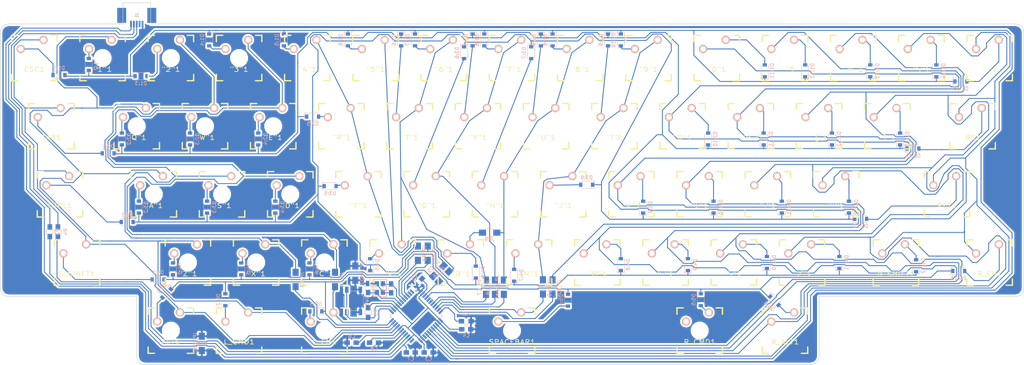
<source format=kicad_pcb>
(kicad_pcb (version 4) (host pcbnew 4.0.5-e0-6337~49~ubuntu16.04.1)
  (layers (0 F.Cu signal hide) (31 B.Cu signal) (34 B.Paste user hide) (35 F.Paste user hide) (36 B.SilkS user hide) (37 F.SilkS user hide) (38 B.Mask user hide) (39 F.Mask user hide) (44 Edge.Cuts user))
  (net 0 "")
  (net 1 /COL14)
  (net 2 /COL12)
  (net 3 /COL13)
  (net 4 /COL11)
  (net 5 /COL2)
  (net 6 "Net-(\"1\"1-Pad2)")
  (net 7 /COL3)
  (net 8 "Net-(\"2\"1-Pad2)")
  (net 9 /COL4)
  (net 10 "Net-(\"3\"1-Pad2)")
  (net 11 /COL5)
  (net 12 "Net-(\"4\"1-Pad2)")
  (net 13 "Net-(\"5\"1-Pad2)")
  (net 14 /COL7)
  (net 15 "Net-(\"6\"1-Pad2)")
  (net 16 /COL8)
  (net 17 "Net-(\"7\"1-Pad2)")
  (net 18 /COL9)
  (net 19 "Net-(\"8\"1-Pad2)")
  (net 20 /COL10)
  (net 21 "Net-(\"9\"1-Pad2)")
  (net 22 "Net-(\"A\"1-Pad2)")
  (net 23 "Net-(\"B\"1-Pad2)")
  (net 24 "Net-(\"C\"1-Pad2)")
  (net 25 "Net-(\"D\"1-Pad2)")
  (net 26 "Net-(\"E\"1-Pad2)")
  (net 27 "Net-(\"F\"1-Pad2)")
  (net 28 "Net-(\"G\"1-Pad2)")
  (net 29 "Net-(\"H\"1-Pad2)")
  (net 30 "Net-(\"I\"1-Pad2)")
  (net 31 "Net-(\"J\"1-Pad2)")
  (net 32 "Net-(\"N\"1-Pad2)")
  (net 33 "Net-(\"Q\"1-Pad2)")
  (net 34 "Net-(\"R\"1-Pad2)")
  (net 35 "Net-(\"S\"1-Pad2)")
  (net 36 "Net-(\"T\"1-Pad2)")
  (net 37 "Net-(\"U\"1-Pad2)")
  (net 38 "Net-(\"V\"1-Pad2)")
  (net 39 "Net-(\"W\"1-Pad2)")
  (net 40 "Net-(\"X\"1-Pad2)")
  (net 41 "Net-(\"Y\"1-Pad2)")
  (net 42 "Net-(\"Z\"1-Pad2)")
  (net 43 /COL15)
  (net 44 "Net-(ALT1-Pad2)")
  (net 45 "Net-(C1-Pad1)")
  (net 46 GND)
  (net 47 "Net-(C2-Pad1)")
  (net 48 VCC)
  (net 49 "Net-(C8-Pad1)")
  (net 50 "Net-(CTRL1-Pad2)")
  (net 51 /ROW1)
  (net 52 "Net-(D1:1-Pad2)")
  (net 53 "Net-(D2:1-Pad2)")
  (net 54 /ROW3)
  (net 55 "Net-(D3:13-Pad2)")
  (net 56 /ROW4)
  (net 57 "Net-(D4:1-Pad2)")
  (net 58 "Net-(D4:12-Pad2)")
  (net 59 /ROW5)
  (net 60 "Net-(D4:13-Pad2)")
  (net 61 "Net-(D5:2-Pad2)")
  (net 62 "Net-(D5:3-Pad2)")
  (net 63 "Net-(D5:4-Pad2)")
  (net 64 "Net-(D5:5-Pad2)")
  (net 65 "Net-(D5:6-Pad2)")
  (net 66 /COL1)
  (net 67 "Net-(J1-Pad2)")
  (net 68 "Net-(J1-Pad3)")
  (net 69 "Net-(J1-Pad4)")
  (net 70 "Net-(J1-Pad6)")
  (net 71 "Net-(R1-Pad1)")
  (net 72 "Net-(R2-Pad2)")
  (net 73 "Net-(R3-Pad1)")
  (net 74 "Net-(R4-Pad1)")
  (net 75 "Net-(U1-Pad1)")
  (net 76 "Net-(U1-Pad42)")
  (net 77 "Net-(U1-Pad21)")
  (net 78 "Net-(U1-Pad22)")
  (net 79 "Net-(U1-Pad27)")
  (net 80 "Net-(U1-Pad28)")
  (net 81 "Net-(\"3\"1-Pad1)")
  (net 82 "Net-(\"5\"1-Pad1)")
  (net 83 "Net-(\"2\"1-Pad1)")
  (net 84 /ROW2)
  (net 85 "Net-(D4:1-Pad1)")
  (net 86 "Net-(D3:1-Pad1)")
  (net 87 "Net-(\"4\"1-Pad1)")
  (net 88 /COL6)
  (net 89 "Net-(\"6\"1-Pad1)")
  (net 90 "Net-(\"B\"1-Pad1)")
  (net 91 "Net-(D2:1-Pad1)")
  (net 92 "Net-(\"8\"1-Pad1)")
  (net 93 "Net-(\"7\"1-Pad1)")
  (net 94 "Net-(\"K\"1-Pad1)")
  (net 95 "Net-(\"9\"1-Pad1)")
  (net 96 "Net-(\"'\"1-Pad1)")
  (net 97 "Net-(\",\"1-Pad1)")
  (net 98 "Net-(\"-\"1-Pad1)")
  (net 99 "Net-(\".\"1-Pad1)")
  (net 100 "Net-(\"/\"1-Pad1)")
  (net 101 "Net-(\"0\"1-Pad1)")
  (net 102 "Net-(\";\"1-Pad1)")
  (net 103 "Net-(\"=\"1-Pad1)")
  (net 104 "Net-(\"L\"1-Pad1)")
  (net 105 "Net-(\"M\"1-Pad1)")
  (net 106 "Net-(\"O\"1-Pad1)")
  (net 107 "Net-(\"P\"1-Pad1)")
  (net 108 "Net-(\"[\"1-Pad1)")
  (net 109 "Net-(\"\\\"1-Pad1)")
  (net 110 "Net-(\"]\"1-Pad1)")
  (net 111 "Net-(\"`\"1-Pad1)")
  (net 112 "Net-(BS1-Pad1)")
  (net 113 "Net-(R_CMD1-Pad2)")
  (module keyboard_parts:FA-238 (layer B.Cu) (at 117.871875 85.725 90)
    (fp_text reference X1 hide)
    (fp_text value XTAL_GND hide)
    (pad 3 smd rect (at -1.1 0.8 90) (size 1.4 1.2) (drill (offset -0.1 0.05)) (layers B.Cu B.Paste B.Mask) (net 46 GND) (clearance 0.2))
    (pad 2 smd rect (at 1.1 0.8 90) (size 1.4 1.2) (drill (offset 0.1 0.05)) (layers B.Cu B.Paste B.Mask) (net 47 "Net-(C2-Pad1)") (clearance 0.2))
    (pad 1 smd rect (at -1.1 -0.8 90) (size 1.4 1.2) (drill (offset -0.1 -0.05)) (layers B.Cu B.Paste B.Mask) (net 45 "Net-(C1-Pad1)") (clearance 0.2))
    (pad 3 smd rect (at 1.1 -0.8 90) (size 1.4 1.2) (drill (offset 0.1 -0.05)) (layers B.Cu B.Paste B.Mask) (net 46 GND) (clearance 0.2))
  )
  (module TheKeebrary:MX_Plate_100H (layer F.Cu) (at 121.44375 78.58125)
    (fp_text reference "\"V\"1" (at 0 3.175) (layer F.SilkS) (effects (font (size 1.27 1.524) (thickness 0.2032))))
    (fp_text value KEYSW hide)
    (pad 1 thru_hole circle (at 2.54 -5.08) (size 2.286 2.286) (drill 1.4986) (layers *.Cu *.SilkS *.Mask) (net 89 "Net-(\"6\"1-Pad1)"))
    (pad 2 thru_hole circle (at -3.81 -2.54) (size 2.286 2.286) (drill 1.4986) (layers *.Cu *.SilkS *.Mask) (net 38 "Net-(\"V\"1-Pad2)"))
    (pad HOLE np_thru_hole circle (at 0 0) (size 3.9878 3.9878) (drill 3.9878) (layers *.Cu))
  )
  (module TheKeebrary:MX_Plate_100H (layer F.Cu) (at 197.64375 78.58125)
    (fp_text reference "\",\"1" (at 0 3.175) (layer F.SilkS) (effects (font (size 1.27 1.524) (thickness 0.2032))))
    (fp_text value KEYSW hide)
    (pad 1 thru_hole circle (at 2.54 -5.08) (size 2.286 2.286) (drill 1.4986) (layers *.Cu *.SilkS *.Mask) (net 97 "Net-(\",\"1-Pad1)"))
    (pad 2 thru_hole circle (at -3.81 -2.54) (size 2.286 2.286) (drill 1.4986) (layers *.Cu *.SilkS *.Mask) (net 2 /COL12))
    (pad HOLE np_thru_hole circle (at 0 0) (size 3.9878 3.9878) (drill 3.9878) (layers *.Cu))
  )
  (module TheKeebrary:MX_Plate_100H (layer F.Cu) (at 245.26875 59.53125)
    (fp_text reference "\"'\"1" (at 0 3.175) (layer F.SilkS) (effects (font (size 1.27 1.524) (thickness 0.2032))))
    (fp_text value KEYSW hide)
    (pad 1 thru_hole circle (at 2.54 -5.08) (size 2.286 2.286) (drill 1.4986) (layers *.Cu *.SilkS *.Mask) (net 96 "Net-(\"'\"1-Pad1)"))
    (pad 2 thru_hole circle (at -3.81 -2.54) (size 2.286 2.286) (drill 1.4986) (layers *.Cu *.SilkS *.Mask) (net 1 /COL14))
    (pad HOLE np_thru_hole circle (at 0 0) (size 3.9878 3.9878) (drill 3.9878) (layers *.Cu))
  )
  (module TheKeebrary:MX_Plate_100H (layer F.Cu) (at 226.21875 59.53125)
    (fp_text reference "\";\"1" (at 0 3.175) (layer F.SilkS) (effects (font (size 1.27 1.524) (thickness 0.2032))))
    (fp_text value KEYSW hide)
    (pad 1 thru_hole circle (at 2.54 -5.08) (size 2.286 2.286) (drill 1.4986) (layers *.Cu *.SilkS *.Mask) (net 102 "Net-(\";\"1-Pad1)"))
    (pad 2 thru_hole circle (at -3.81 -2.54) (size 2.286 2.286) (drill 1.4986) (layers *.Cu *.SilkS *.Mask) (net 3 /COL13))
    (pad HOLE np_thru_hole circle (at 0 0) (size 3.9878 3.9878) (drill 3.9878) (layers *.Cu))
  )
  (module TheKeebrary:MX_Plate_100H (layer F.Cu) (at 288.13125 21.43125)
    (fp_text reference "\"`\"1" (at 0 3.175) (layer F.SilkS) (effects (font (size 1.27 1.524) (thickness 0.2032))))
    (fp_text value KEYSW hide)
    (pad 1 thru_hole circle (at 2.54 -5.08) (size 2.286 2.286) (drill 1.4986) (layers *.Cu *.SilkS *.Mask) (net 111 "Net-(\"`\"1-Pad1)"))
    (pad 2 thru_hole circle (at -3.81 -2.54) (size 2.286 2.286) (drill 1.4986) (layers *.Cu *.SilkS *.Mask) (net 43 /COL15))
    (pad HOLE np_thru_hole circle (at 0 0) (size 3.9878 3.9878) (drill 3.9878) (layers *.Cu))
  )
  (module TheKeebrary:MX_Plate_100H (layer F.Cu) (at 250.03125 21.43125)
    (fp_text reference "\"=\"1" (at 0 3.175) (layer F.SilkS) (effects (font (size 1.27 1.524) (thickness 0.2032))))
    (fp_text value KEYSW hide)
    (pad 1 thru_hole circle (at 2.54 -5.08) (size 2.286 2.286) (drill 1.4986) (layers *.Cu *.SilkS *.Mask) (net 103 "Net-(\"=\"1-Pad1)"))
    (pad 2 thru_hole circle (at -3.81 -2.54) (size 2.286 2.286) (drill 1.4986) (layers *.Cu *.SilkS *.Mask) (net 3 /COL13))
    (pad HOLE np_thru_hole circle (at 0 0) (size 3.9878 3.9878) (drill 3.9878) (layers *.Cu))
  )
  (module TheKeebrary:MX_Plate_100H (layer F.Cu) (at 235.74375 78.58125)
    (fp_text reference "\"/\"1" (at 0 3.175) (layer F.SilkS) (effects (font (size 1.27 1.524) (thickness 0.2032))))
    (fp_text value KEYSW hide)
    (pad 1 thru_hole circle (at 2.54 -5.08) (size 2.286 2.286) (drill 1.4986) (layers *.Cu *.SilkS *.Mask) (net 100 "Net-(\"/\"1-Pad1)"))
    (pad 2 thru_hole circle (at -3.81 -2.54) (size 2.286 2.286) (drill 1.4986) (layers *.Cu *.SilkS *.Mask) (net 1 /COL14))
    (pad HOLE np_thru_hole circle (at 0 0) (size 3.9878 3.9878) (drill 3.9878) (layers *.Cu))
  )
  (module TheKeebrary:MX_Plate_150H (layer F.Cu) (at 207.16875 97.63125)
    (fp_text reference R_CMD1 (at 0 3.175) (layer F.SilkS) (effects (font (size 1.27 1.524) (thickness 0.2032))))
    (fp_text value KEYSW hide)
    (pad 1 thru_hole circle (at 2.54 -5.08) (size 2.286 2.286) (drill 1.4986) (layers *.Cu *.SilkS *.Mask) (net 64 "Net-(D5:5-Pad2)"))
    (pad 2 thru_hole circle (at -3.81 -2.54) (size 2.286 2.286) (drill 1.4986) (layers *.Cu *.SilkS *.Mask) (net 113 "Net-(R_CMD1-Pad2)"))
    (pad HOLE np_thru_hole circle (at 0 0) (size 3.9878 3.9878) (drill 3.9878) (layers *.Cu))
  )
  (module TheKeebrary:MX_Plate_100H (layer F.Cu) (at 188.11875 59.53125)
    (fp_text reference "\"K\"1" (at 0 3.175) (layer F.SilkS) (effects (font (size 1.27 1.524) (thickness 0.2032))))
    (fp_text value KEYSW hide)
    (pad 1 thru_hole circle (at 2.54 -5.08) (size 2.286 2.286) (drill 1.4986) (layers *.Cu *.SilkS *.Mask) (net 94 "Net-(\"K\"1-Pad1)"))
    (pad 2 thru_hole circle (at -3.81 -2.54) (size 2.286 2.286) (drill 1.4986) (layers *.Cu *.SilkS *.Mask) (net 4 /COL11))
    (pad HOLE np_thru_hole circle (at 0 0) (size 3.9878 3.9878) (drill 3.9878) (layers *.Cu))
  )
  (module TheKeebrary:MX_Plate_100H (layer F.Cu) (at 269.08125 21.43125)
    (fp_text reference "\"\\\"1" (at 0 3.175) (layer F.SilkS) (effects (font (size 1.27 1.524) (thickness 0.2032))))
    (fp_text value KEYSW hide)
    (pad 1 thru_hole circle (at 2.54 -5.08) (size 2.286 2.286) (drill 1.4986) (layers *.Cu *.SilkS *.Mask) (net 109 "Net-(\"\\\"1-Pad1)"))
    (pad 2 thru_hole circle (at -3.81 -2.54) (size 2.286 2.286) (drill 1.4986) (layers *.Cu *.SilkS *.Mask) (net 1 /COL14))
    (pad HOLE np_thru_hole circle (at 0 0) (size 3.9878 3.9878) (drill 3.9878) (layers *.Cu))
  )
  (module TheKeebrary:MX_Plate_100H (layer F.Cu) (at 230.98125 21.43125)
    (fp_text reference "\"-\"1" (at 0 3.175) (layer F.SilkS) (effects (font (size 1.27 1.524) (thickness 0.2032))))
    (fp_text value KEYSW hide)
    (pad 1 thru_hole circle (at 2.54 -5.08) (size 2.286 2.286) (drill 1.4986) (layers *.Cu *.SilkS *.Mask) (net 98 "Net-(\"-\"1-Pad1)"))
    (pad 2 thru_hole circle (at -3.81 -2.54) (size 2.286 2.286) (drill 1.4986) (layers *.Cu *.SilkS *.Mask) (net 2 /COL12))
    (pad HOLE np_thru_hole circle (at 0 0) (size 3.9878 3.9878) (drill 3.9878) (layers *.Cu))
  )
  (module TheKeebrary:MX_Plate_100H (layer F.Cu) (at 259.55625 40.48125)
    (fp_text reference "\"]\"1" (at 0 3.175) (layer F.SilkS) (effects (font (size 1.27 1.524) (thickness 0.2032))))
    (fp_text value KEYSW hide)
    (pad 1 thru_hole circle (at 2.54 -5.08) (size 2.286 2.286) (drill 1.4986) (layers *.Cu *.SilkS *.Mask) (net 110 "Net-(\"]\"1-Pad1)"))
    (pad 2 thru_hole circle (at -3.81 -2.54) (size 2.286 2.286) (drill 1.4986) (layers *.Cu *.SilkS *.Mask) (net 1 /COL14))
    (pad HOLE np_thru_hole circle (at 0 0) (size 3.9878 3.9878) (drill 3.9878) (layers *.Cu))
  )
  (module TheKeebrary:MX_Plate_175H (layer F.Cu) (at 261.9375 78.58125)
    (fp_text reference R_SHIFT1 (at 0 3.175) (layer F.SilkS) (effects (font (size 1.27 1.524) (thickness 0.2032))))
    (fp_text value KEYSW hide)
    (pad 1 thru_hole circle (at 2.54 -5.08) (size 2.286 2.286) (drill 1.4986) (layers *.Cu *.SilkS *.Mask) (net 58 "Net-(D4:12-Pad2)"))
    (pad 2 thru_hole circle (at -3.81 -2.54) (size 2.286 2.286) (drill 1.4986) (layers *.Cu *.SilkS *.Mask) (net 43 /COL15))
    (pad HOLE np_thru_hole circle (at 0 0) (size 3.9878 3.9878) (drill 3.9878) (layers *.Cu))
  )
  (module TheKeebrary:MX_Plate_150H (layer F.Cu) (at 283.36875 40.48125)
    (fp_text reference BS1 (at 0 3.175) (layer F.SilkS) (effects (font (size 1.27 1.524) (thickness 0.2032))))
    (fp_text value KEYSW hide)
    (pad 1 thru_hole circle (at 2.54 -5.08) (size 2.286 2.286) (drill 1.4986) (layers *.Cu *.SilkS *.Mask) (net 112 "Net-(BS1-Pad1)"))
    (pad 2 thru_hole circle (at -3.81 -2.54) (size 2.286 2.286) (drill 1.4986) (layers *.Cu *.SilkS *.Mask) (net 43 /COL15))
    (pad HOLE np_thru_hole circle (at 0 0) (size 3.9878 3.9878) (drill 3.9878) (layers *.Cu))
  )
  (module TheKeebrary:MX_Plate_100H (layer F.Cu) (at 159.54375 78.58125)
    (fp_text reference "\"N\"1" (at 0 3.175) (layer F.SilkS) (effects (font (size 1.27 1.524) (thickness 0.2032))))
    (fp_text value KEYSW hide)
    (pad 1 thru_hole circle (at 2.54 -5.08) (size 2.286 2.286) (drill 1.4986) (layers *.Cu *.SilkS *.Mask) (net 95 "Net-(\"9\"1-Pad1)"))
    (pad 2 thru_hole circle (at -3.81 -2.54) (size 2.286 2.286) (drill 1.4986) (layers *.Cu *.SilkS *.Mask) (net 32 "Net-(\"N\"1-Pad2)"))
    (pad HOLE np_thru_hole circle (at 0 0) (size 3.9878 3.9878) (drill 3.9878) (layers *.Cu))
  )
  (module Diodes_SMD:D_SOD-123 (layer B.Cu) (at 246.162769 78.581585 90)
    (fp_text reference D4:11 (at 0 2 90) (layer B.SilkS) (effects (justify mirror)))
    (fp_text value D)
    (pad 1 smd rect (at -1.65 0 90) (size 0.9 1.2) (layers B.Cu B.Paste B.Mask) (net 85 "Net-(D4:1-Pad1)"))
    (pad 2 smd rect (at 1.65 0 90) (size 0.9 1.2) (layers B.Cu B.Paste B.Mask) (net 100 "Net-(\"/\"1-Pad1)"))
  )
  (module Diodes_SMD:D_SOD-123 (layer B.Cu) (at 143.768582 16.371164 270)
    (fp_text reference D2:7 (at 0 2 270) (layer B.SilkS) (effects (justify mirror)))
    (fp_text value D)
    (pad 1 smd rect (at -1.65 0 270) (size 0.9 1.2) (layers B.Cu B.Paste B.Mask) (net 91 "Net-(D2:1-Pad1)"))
    (pad 2 smd rect (at 1.65 0 270) (size 0.9 1.2) (layers B.Cu B.Paste B.Mask) (net 41 "Net-(\"Y\"1-Pad2)"))
  )
  (module Diodes_SMD:D_SOD-123 (layer B.Cu) (at 162.818663 16.371164 270)
    (fp_text reference D2:8 (at 0 2 270) (layer B.SilkS) (effects (justify mirror)))
    (fp_text value D)
    (pad 1 smd rect (at -1.65 0 270) (size 0.9 1.2) (layers B.Cu B.Paste B.Mask) (net 91 "Net-(D2:1-Pad1)"))
    (pad 2 smd rect (at 1.65 0 270) (size 0.9 1.2) (layers B.Cu B.Paste B.Mask) (net 37 "Net-(\"U\"1-Pad2)"))
  )
  (module Diodes_SMD:D_SOD-123 (layer B.Cu) (at 185.142977 16.371164 270)
    (fp_text reference D1:10 (at 0 2 270) (layer B.SilkS) (effects (justify mirror)))
    (fp_text value D)
    (pad 1 smd rect (at -1.65 0 270) (size 0.9 1.2) (layers B.Cu B.Paste B.Mask) (net 51 /ROW1))
    (pad 2 smd rect (at 1.65 0 270) (size 0.9 1.2) (layers B.Cu B.Paste B.Mask) (net 21 "Net-(\"9\"1-Pad2)"))
  )
  (module TheKeebrary:MX_Plate_225H (layer F.Cu) (at 33.3375 78.58125)
    (fp_text reference L_SHIFT1 (at 0 3.175) (layer F.SilkS) (effects (font (size 1.27 1.524) (thickness 0.2032))))
    (fp_text value KEYSW hide)
    (pad 1 thru_hole circle (at 2.54 -5.08) (size 2.286 2.286) (drill 1.4986) (layers *.Cu *.SilkS *.Mask) (net 66 /COL1))
    (pad 2 thru_hole circle (at -3.81 -2.54) (size 2.286 2.286) (drill 1.4986) (layers *.Cu *.SilkS *.Mask) (net 57 "Net-(D4:1-Pad2)"))
    (pad HOLE np_thru_hole circle (at 0 0) (size 3.9878 3.9878) (drill 3.9878) (layers *.Cu))
  )
  (module Resistors_SMD:R_1206_HandSoldering (layer B.Cu) (at 163.413978 85.427708 90)
    (fp_text reference JP_C10 (at 0 1.85 90) (layer B.SilkS) (effects (justify mirror)))
    (fp_text value Jumper)
    (pad 1 smd rect (at -2 0 90) (size 2 1.7) (layers B.Cu B.Paste B.Mask) (net 20 /COL10))
    (pad 2 smd rect (at 2 0 90) (size 2 1.7) (layers B.Cu B.Paste B.Mask) (net 95 "Net-(\"9\"1-Pad1)"))
  )
  (module Diodes_SMD:D_SOD-123 (layer B.Cu) (at 36.611719 23.217188 90)
    (fp_text reference D1:2 (at 0 2 90) (layer B.SilkS) (effects (justify mirror)))
    (fp_text value D)
    (pad 1 smd rect (at -1.65 0 90) (size 0.9 1.2) (layers B.Cu B.Paste B.Mask) (net 51 /ROW1))
    (pad 2 smd rect (at 1.65 0 90) (size 0.9 1.2) (layers B.Cu B.Paste B.Mask) (net 6 "Net-(\"1\"1-Pad2)"))
  )
  (module TheKeebrary:MX_Plate_100H (layer F.Cu) (at 230.98125 97.63125)
    (fp_text reference R_ALT1 (at 0 3.175) (layer F.SilkS) (effects (font (size 1.27 1.524) (thickness 0.2032))))
    (fp_text value KEYSW hide)
    (pad 1 thru_hole circle (at 2.54 -5.08) (size 2.286 2.286) (drill 1.4986) (layers *.Cu *.SilkS *.Mask) (net 65 "Net-(D5:6-Pad2)"))
    (pad 2 thru_hole circle (at -3.81 -2.54) (size 2.286 2.286) (drill 1.4986) (layers *.Cu *.SilkS *.Mask) (net 1 /COL14))
    (pad HOLE np_thru_hole circle (at 0 0) (size 3.9878 3.9878) (drill 3.9878) (layers *.Cu))
  )
  (module TheKeebrary:MX_Plate_100H (layer F.Cu) (at 21.43125 21.43125)
    (fp_text reference ESC1 (at 0 3.175) (layer F.SilkS) (effects (font (size 1.27 1.524) (thickness 0.2032))))
    (fp_text value KEYSW hide)
    (pad 1 thru_hole circle (at 2.54 -5.08) (size 2.286 2.286) (drill 1.4986) (layers *.Cu *.SilkS *.Mask) (net 66 /COL1))
    (pad 2 thru_hole circle (at -3.81 -2.54) (size 2.286 2.286) (drill 1.4986) (layers *.Cu *.SilkS *.Mask) (net 52 "Net-(D1:1-Pad2)"))
    (pad HOLE np_thru_hole circle (at 0 0) (size 3.9878 3.9878) (drill 3.9878) (layers *.Cu))
  )
  (module TheKeebrary:MX_Plate_150H (layer F.Cu) (at 102.39375 97.63125)
    (fp_text reference L_FN1 (at 0 3.175) (layer F.SilkS) (effects (font (size 1.27 1.524) (thickness 0.2032))))
    (fp_text value KEYSW hide)
    (pad 1 thru_hole circle (at 2.54 -5.08) (size 2.286 2.286) (drill 1.4986) (layers *.Cu *.SilkS *.Mask) (net 9 /COL4))
    (pad 2 thru_hole circle (at -3.81 -2.54) (size 2.286 2.286) (drill 1.4986) (layers *.Cu *.SilkS *.Mask) (net 62 "Net-(D5:3-Pad2)"))
    (pad HOLE np_thru_hole circle (at 0 0) (size 3.9878 3.9878) (drill 3.9878) (layers *.Cu))
  )
  (module Diodes_SMD:D_SOD-123 (layer B.Cu) (at 100 92.25 180)
    (fp_text reference D5:3 (at 0 2 180) (layer B.SilkS) (effects (justify mirror)))
    (fp_text value D)
    (pad 1 smd rect (at -1.65 0 180) (size 0.9 1.2) (layers B.Cu B.Paste B.Mask) (net 59 /ROW5))
    (pad 2 smd rect (at 1.65 0 180) (size 0.9 1.2) (layers B.Cu B.Paste B.Mask) (net 62 "Net-(D5:3-Pad2)"))
  )
  (module TheKeebrary:MX_Plate_100H (layer F.Cu) (at 83.34375 78.58125)
    (fp_text reference "\"X\"1" (at 0 3.175) (layer F.SilkS) (effects (font (size 1.27 1.524) (thickness 0.2032))))
    (fp_text value KEYSW hide)
    (pad 1 thru_hole circle (at 2.54 -5.08) (size 2.286 2.286) (drill 1.4986) (layers *.Cu *.SilkS *.Mask) (net 83 "Net-(\"2\"1-Pad1)"))
    (pad 2 thru_hole circle (at -3.81 -2.54) (size 2.286 2.286) (drill 1.4986) (layers *.Cu *.SilkS *.Mask) (net 40 "Net-(\"X\"1-Pad2)"))
    (pad HOLE np_thru_hole circle (at 0 0) (size 3.9878 3.9878) (drill 3.9878) (layers *.Cu))
  )
  (module TheKeebrary:MX_Plate_100H (layer F.Cu) (at 64.29375 78.58125)
    (fp_text reference "\"Z\"1" (at 0 3.175) (layer F.SilkS) (effects (font (size 1.27 1.524) (thickness 0.2032))))
    (fp_text value KEYSW hide)
    (pad 1 thru_hole circle (at 2.54 -5.08) (size 2.286 2.286) (drill 1.4986) (layers *.Cu *.SilkS *.Mask) (net 5 /COL2))
    (pad 2 thru_hole circle (at -3.81 -2.54) (size 2.286 2.286) (drill 1.4986) (layers *.Cu *.SilkS *.Mask) (net 42 "Net-(\"Z\"1-Pad2)"))
    (pad HOLE np_thru_hole circle (at 0 0) (size 3.9878 3.9878) (drill 3.9878) (layers *.Cu))
  )
  (module TheKeebrary:MX_Plate_400H (layer F.Cu) (at 154.78125 97.63125)
    (fp_text reference SPACEBAR1 (at 0 3.175) (layer F.SilkS) (effects (font (size 1.27 1.524) (thickness 0.2032))))
    (fp_text value KEYSW hide)
    (pad 1 thru_hole circle (at 2.54 -5.08) (size 2.286 2.286) (drill 1.4986) (layers *.Cu *.SilkS *.Mask) (net 20 /COL10))
    (pad 2 thru_hole circle (at -3.81 -2.54) (size 2.286 2.286) (drill 1.4986) (layers *.Cu *.SilkS *.Mask) (net 63 "Net-(D5:4-Pad2)"))
    (pad HOLE np_thru_hole circle (at 0 0) (size 3.9878 3.9878) (drill 3.9878) (layers *.Cu))
  )
  (module TheKeebrary:MX_Plate_100H (layer F.Cu) (at 140.49375 78.58125)
    (fp_text reference "\"B\"1" (at 0 3.175) (layer F.SilkS) (effects (font (size 1.27 1.524) (thickness 0.2032))))
    (fp_text value KEYSW hide)
    (pad 1 thru_hole circle (at 2.54 -5.08) (size 2.286 2.286) (drill 1.4986) (layers *.Cu *.SilkS *.Mask) (net 90 "Net-(\"B\"1-Pad1)"))
    (pad 2 thru_hole circle (at -3.81 -2.54) (size 2.286 2.286) (drill 1.4986) (layers *.Cu *.SilkS *.Mask) (net 23 "Net-(\"B\"1-Pad2)"))
    (pad HOLE np_thru_hole circle (at 0 0) (size 3.9878 3.9878) (drill 3.9878) (layers *.Cu))
  )
  (module Housings_QFP:TQFP-44_10x10mm_Pitch0.8mm (layer B.Cu) (at 128.028125 93.573438 45)
    (fp_text reference U1 (at 0 7.45 45) (layer B.SilkS) (effects (justify mirror)))
    (fp_text value ATMEGA32U4)
    (pad 1 smd rect (at -5.7 4 45) (size 1.5 0.55) (layers B.Cu B.Paste B.Mask) (net 75 "Net-(U1-Pad1)"))
    (pad 2 smd rect (at -5.7 3.2 45) (size 1.5 0.55) (layers B.Cu B.Paste B.Mask) (net 48 VCC))
    (pad 3 smd rect (at -5.7 2.4 45) (size 1.5 0.55) (layers B.Cu B.Paste B.Mask) (net 73 "Net-(R3-Pad1)"))
    (pad 4 smd rect (at -5.7 1.6 45) (size 1.5 0.55) (layers B.Cu B.Paste B.Mask) (net 74 "Net-(R4-Pad1)"))
    (pad 5 smd rect (at -5.7 0.8 45) (size 1.5 0.55) (layers B.Cu B.Paste B.Mask) (net 46 GND))
    (pad 6 smd rect (at -5.7 0 45) (size 1.5 0.55) (layers B.Cu B.Paste B.Mask) (net 49 "Net-(C8-Pad1)"))
    (pad 7 smd rect (at -5.7 -0.8 45) (size 1.5 0.55) (layers B.Cu B.Paste B.Mask) (net 48 VCC))
    (pad 8 smd rect (at -5.7 -1.6 45) (size 1.5 0.55) (layers B.Cu B.Paste B.Mask) (net 66 /COL1))
    (pad 9 smd rect (at -5.7 -2.4 45) (size 1.5 0.55) (layers B.Cu B.Paste B.Mask) (net 5 /COL2))
    (pad 10 smd rect (at -5.7 -3.2 45) (size 1.5 0.55) (layers B.Cu B.Paste B.Mask) (net 7 /COL3))
    (pad 11 smd rect (at -5.7 -4 45) (size 1.5 0.55) (layers B.Cu B.Paste B.Mask) (net 59 /ROW5))
    (pad 12 smd rect (at -4 -5.7 315) (size 1.5 0.55) (layers B.Cu B.Paste B.Mask) (net 9 /COL4))
    (pad 13 smd rect (at -3.2 -5.7 315) (size 1.5 0.55) (layers B.Cu B.Paste B.Mask) (net 71 "Net-(R1-Pad1)"))
    (pad 14 smd rect (at -2.4 -5.7 315) (size 1.5 0.55) (layers B.Cu B.Paste B.Mask) (net 48 VCC))
    (pad 15 smd rect (at -1.6 -5.7 315) (size 1.5 0.55) (layers B.Cu B.Paste B.Mask) (net 46 GND))
    (pad 16 smd rect (at -0.8 -5.7 315) (size 1.5 0.55) (layers B.Cu B.Paste B.Mask) (net 45 "Net-(C1-Pad1)"))
    (pad 17 smd rect (at 0 -5.7 315) (size 1.5 0.55) (layers B.Cu B.Paste B.Mask) (net 47 "Net-(C2-Pad1)"))
    (pad 18 smd rect (at 0.8 -5.7 315) (size 1.5 0.55) (layers B.Cu B.Paste B.Mask) (net 54 /ROW3))
    (pad 19 smd rect (at 1.6 -5.7 315) (size 1.5 0.55) (layers B.Cu B.Paste B.Mask) (net 56 /ROW4))
    (pad 20 smd rect (at 2.4 -5.7 315) (size 1.5 0.55) (layers B.Cu B.Paste B.Mask) (net 11 /COL5))
    (pad 21 smd rect (at 3.2 -5.7 315) (size 1.5 0.55) (layers B.Cu B.Paste B.Mask) (net 77 "Net-(U1-Pad21)"))
    (pad 22 smd rect (at 4 -5.7 315) (size 1.5 0.55) (layers B.Cu B.Paste B.Mask) (net 78 "Net-(U1-Pad22)"))
    (pad 23 smd rect (at 5.7 -4 45) (size 1.5 0.55) (layers B.Cu B.Paste B.Mask) (net 46 GND))
    (pad 24 smd rect (at 5.7 -3.2 45) (size 1.5 0.55) (layers B.Cu B.Paste B.Mask) (net 48 VCC))
    (pad 25 smd rect (at 5.7 -2.4 45) (size 1.5 0.55) (layers B.Cu B.Paste B.Mask) (net 88 /COL6))
    (pad 26 smd rect (at 5.7 -1.6 45) (size 1.5 0.55) (layers B.Cu B.Paste B.Mask) (net 14 /COL7))
    (pad 27 smd rect (at 5.7 -0.8 45) (size 1.5 0.55) (layers B.Cu B.Paste B.Mask) (net 79 "Net-(U1-Pad27)"))
    (pad 28 smd rect (at 5.7 0 45) (size 1.5 0.55) (layers B.Cu B.Paste B.Mask) (net 80 "Net-(U1-Pad28)"))
    (pad 29 smd rect (at 5.7 0.8 45) (size 1.5 0.55) (layers B.Cu B.Paste B.Mask) (net 16 /COL8))
    (pad 30 smd rect (at 5.7 1.6 45) (size 1.5 0.55) (layers B.Cu B.Paste B.Mask) (net 18 /COL9))
    (pad 31 smd rect (at 5.7 2.4 45) (size 1.5 0.55) (layers B.Cu B.Paste B.Mask) (net 20 /COL10))
    (pad 32 smd rect (at 5.7 3.2 45) (size 1.5 0.55) (layers B.Cu B.Paste B.Mask) (net 84 /ROW2))
    (pad 33 smd rect (at 5.7 4 45) (size 1.5 0.55) (layers B.Cu B.Paste B.Mask) (net 72 "Net-(R2-Pad2)"))
    (pad 34 smd rect (at 4 5.7 315) (size 1.5 0.55) (layers B.Cu B.Paste B.Mask) (net 48 VCC))
    (pad 35 smd rect (at 3.2 5.7 315) (size 1.5 0.55) (layers B.Cu B.Paste B.Mask) (net 46 GND))
    (pad 36 smd rect (at 2.4 5.7 315) (size 1.5 0.55) (layers B.Cu B.Paste B.Mask) (net 4 /COL11))
    (pad 37 smd rect (at 1.6 5.7 315) (size 1.5 0.55) (layers B.Cu B.Paste B.Mask) (net 2 /COL12))
    (pad 38 smd rect (at 0.8 5.7 315) (size 1.5 0.55) (layers B.Cu B.Paste B.Mask) (net 3 /COL13))
    (pad 39 smd rect (at 0 5.7 315) (size 1.5 0.55) (layers B.Cu B.Paste B.Mask) (net 1 /COL14))
    (pad 40 smd rect (at -0.8 5.7 315) (size 1.5 0.55) (layers B.Cu B.Paste B.Mask) (net 43 /COL15))
    (pad 41 smd rect (at -1.6 5.7 315) (size 1.5 0.55) (layers B.Cu B.Paste B.Mask) (net 51 /ROW1))
    (pad 42 smd rect (at -2.4 5.7 315) (size 1.5 0.55) (layers B.Cu B.Paste B.Mask) (net 76 "Net-(U1-Pad42)"))
    (pad 43 smd rect (at -3.2 5.7 315) (size 1.5 0.55) (layers B.Cu B.Paste B.Mask) (net 46 GND))
    (pad 44 smd rect (at -4 5.7 315) (size 1.5 0.55) (layers B.Cu B.Paste B.Mask) (net 48 VCC))
  )
  (module Diodes_SMD:D_SOD-123 (layer B.Cu) (at 144.660938 81.260156 90)
    (fp_text reference D4:6 (at 0 2 90) (layer B.SilkS) (effects (justify mirror)))
    (fp_text value D)
    (pad 1 smd rect (at -1.65 0 90) (size 0.9 1.2) (layers B.Cu B.Paste B.Mask) (net 85 "Net-(D4:1-Pad1)"))
    (pad 2 smd rect (at 1.65 0 90) (size 0.9 1.2) (layers B.Cu B.Paste B.Mask) (net 23 "Net-(\"B\"1-Pad2)"))
  )
  (module TheKeebrary:MX_Plate_100H (layer F.Cu) (at 164.30625 40.48125)
    (fp_text reference "\"U\"1" (at 0 3.175) (layer F.SilkS) (effects (font (size 1.27 1.524) (thickness 0.2032))))
    (fp_text value KEYSW hide)
    (pad 1 thru_hole circle (at 2.54 -5.08) (size 2.286 2.286) (drill 1.4986) (layers *.Cu *.SilkS *.Mask) (net 92 "Net-(\"8\"1-Pad1)"))
    (pad 2 thru_hole circle (at -3.81 -2.54) (size 2.286 2.286) (drill 1.4986) (layers *.Cu *.SilkS *.Mask) (net 37 "Net-(\"U\"1-Pad2)"))
    (pad HOLE np_thru_hole circle (at 0 0) (size 3.9878 3.9878) (drill 3.9878) (layers *.Cu))
  )
  (module TheKeebrary:MX_Plate_100H (layer F.Cu) (at 135.73125 21.43125)
    (fp_text reference "\"6\"1" (at 0 3.175) (layer F.SilkS) (effects (font (size 1.27 1.524) (thickness 0.2032))))
    (fp_text value KEYSW hide)
    (pad 1 thru_hole circle (at 2.54 -5.08) (size 2.286 2.286) (drill 1.4986) (layers *.Cu *.SilkS *.Mask) (net 89 "Net-(\"6\"1-Pad1)"))
    (pad 2 thru_hole circle (at -3.81 -2.54) (size 2.286 2.286) (drill 1.4986) (layers *.Cu *.SilkS *.Mask) (net 15 "Net-(\"6\"1-Pad2)"))
    (pad HOLE np_thru_hole circle (at 0 0) (size 3.9878 3.9878) (drill 3.9878) (layers *.Cu))
  )
  (module Buttons_Switches_SMD:SW_SPST_TL3342 (layer B.Cu) (at 110.528125 89.323438 90)
    (fp_text reference SW1 (at 0 3.75 90) (layer B.SilkS) (effects (justify mirror)))
    (fp_text value SW_PUSH)
    (pad 1 smd rect (at -3.15 1.9 90) (size 1.7 1) (layers B.Cu B.Paste B.Mask) (net 46 GND))
    (pad 1 smd rect (at 3.15 1.9 90) (size 1.7 1) (layers B.Cu B.Paste B.Mask) (net 46 GND))
    (pad 2 smd rect (at -3.15 -1.9 90) (size 1.7 1) (layers B.Cu B.Paste B.Mask) (net 71 "Net-(R1-Pad1)"))
    (pad 2 smd rect (at 3.15 -1.9 90) (size 1.7 1) (layers B.Cu B.Paste B.Mask) (net 71 "Net-(R1-Pad1)"))
  )
  (module Diodes_SMD:D_SOD-123 (layer B.Cu) (at 160.139746 19.943054 270)
    (fp_text reference D3:7 (at 0 2 270) (layer B.SilkS) (effects (justify mirror)))
    (fp_text value D)
    (pad 1 smd rect (at -1.65 0 270) (size 0.9 1.2) (layers B.Cu B.Paste B.Mask) (net 86 "Net-(D3:1-Pad1)"))
    (pad 2 smd rect (at 1.65 0 270) (size 0.9 1.2) (layers B.Cu B.Paste B.Mask) (net 29 "Net-(\"H\"1-Pad2)"))
  )
  (module Diodes_SMD:D_SOD-123 (layer B.Cu) (at 58.340874 87.213653 225)
    (fp_text reference D5:1 (at 0 2 225) (layer B.SilkS) (effects (justify mirror)))
    (fp_text value D)
    (pad 1 smd rect (at -1.65 0 225) (size 0.9 1.2) (layers B.Cu B.Paste B.Mask) (net 59 /ROW5))
    (pad 2 smd rect (at 1.65 0 225) (size 0.9 1.2) (layers B.Cu B.Paste B.Mask) (net 44 "Net-(ALT1-Pad2)"))
  )
  (module TheKeebrary:MX_Plate_100H (layer F.Cu) (at 288.13125 78.58125)
    (fp_text reference R_FN1 (at 0 3.175) (layer F.SilkS) (effects (font (size 1.27 1.524) (thickness 0.2032))))
    (fp_text value KEYSW hide)
    (pad 1 thru_hole circle (at 2.54 -5.08) (size 2.286 2.286) (drill 1.4986) (layers *.Cu *.SilkS *.Mask) (net 60 "Net-(D4:13-Pad2)"))
    (pad 2 thru_hole circle (at -3.81 -2.54) (size 2.286 2.286) (drill 1.4986) (layers *.Cu *.SilkS *.Mask) (net 43 /COL15))
    (pad HOLE np_thru_hole circle (at 0 0) (size 3.9878 3.9878) (drill 3.9878) (layers *.Cu))
  )
  (module TheKeebrary:MX_Plate_150H (layer F.Cu) (at 26.19375 40.48125)
    (fp_text reference TAB1 (at 0 3.175) (layer F.SilkS) (effects (font (size 1.27 1.524) (thickness 0.2032))))
    (fp_text value KEYSW hide)
    (pad 1 thru_hole circle (at 2.54 -5.08) (size 2.286 2.286) (drill 1.4986) (layers *.Cu *.SilkS *.Mask) (net 66 /COL1))
    (pad 2 thru_hole circle (at -3.81 -2.54) (size 2.286 2.286) (drill 1.4986) (layers *.Cu *.SilkS *.Mask) (net 53 "Net-(D2:1-Pad2)"))
    (pad HOLE np_thru_hole circle (at 0 0) (size 3.9878 3.9878) (drill 3.9878) (layers *.Cu))
  )
  (module TheKeebrary:MX_Plate_100H (layer F.Cu) (at 50.00625 40.48125)
    (fp_text reference "\"Q\"1" (at 0 3.175) (layer F.SilkS) (effects (font (size 1.27 1.524) (thickness 0.2032))))
    (fp_text value KEYSW hide)
    (pad 1 thru_hole circle (at 2.54 -5.08) (size 2.286 2.286) (drill 1.4986) (layers *.Cu *.SilkS *.Mask) (net 5 /COL2))
    (pad 2 thru_hole circle (at -3.81 -2.54) (size 2.286 2.286) (drill 1.4986) (layers *.Cu *.SilkS *.Mask) (net 33 "Net-(\"Q\"1-Pad2)"))
    (pad HOLE np_thru_hole circle (at 0 0) (size 3.9878 3.9878) (drill 3.9878) (layers *.Cu))
  )
  (module TheKeebrary:MX_Plate_100H (layer F.Cu) (at 116.68125 21.43125)
    (fp_text reference "\"5\"1" (at 0 3.175) (layer F.SilkS) (effects (font (size 1.27 1.524) (thickness 0.2032))))
    (fp_text value KEYSW hide)
    (pad 1 thru_hole circle (at 2.54 -5.08) (size 2.286 2.286) (drill 1.4986) (layers *.Cu *.SilkS *.Mask) (net 82 "Net-(\"5\"1-Pad1)"))
    (pad 2 thru_hole circle (at -3.81 -2.54) (size 2.286 2.286) (drill 1.4986) (layers *.Cu *.SilkS *.Mask) (net 13 "Net-(\"5\"1-Pad2)"))
    (pad HOLE np_thru_hole circle (at 0 0) (size 3.9878 3.9878) (drill 3.9878) (layers *.Cu))
  )
  (module TheKeebrary:MX_Plate_100H (layer F.Cu) (at 211.93125 21.43125)
    (fp_text reference "\"0\"1" (at 0 3.175) (layer F.SilkS) (effects (font (size 1.27 1.524) (thickness 0.2032))))
    (fp_text value KEYSW hide)
    (pad 1 thru_hole circle (at 2.54 -5.08) (size 2.286 2.286) (drill 1.4986) (layers *.Cu *.SilkS *.Mask) (net 101 "Net-(\"0\"1-Pad1)"))
    (pad 2 thru_hole circle (at -3.81 -2.54) (size 2.286 2.286) (drill 1.4986) (layers *.Cu *.SilkS *.Mask) (net 4 /COL11))
    (pad HOLE np_thru_hole circle (at 0 0) (size 3.9878 3.9878) (drill 3.9878) (layers *.Cu))
  )
  (module TheKeebrary:MX_Plate_100H (layer F.Cu) (at 216.69375 78.58125)
    (fp_text reference "\".\"1" (at 0 3.175) (layer F.SilkS) (effects (font (size 1.27 1.524) (thickness 0.2032))))
    (fp_text value KEYSW hide)
    (pad 1 thru_hole circle (at 2.54 -5.08) (size 2.286 2.286) (drill 1.4986) (layers *.Cu *.SilkS *.Mask) (net 99 "Net-(\".\"1-Pad1)"))
    (pad 2 thru_hole circle (at -3.81 -2.54) (size 2.286 2.286) (drill 1.4986) (layers *.Cu *.SilkS *.Mask) (net 3 /COL13))
    (pad HOLE np_thru_hole circle (at 0 0) (size 3.9878 3.9878) (drill 3.9878) (layers *.Cu))
  )
  (module TheKeebrary:MX_Plate_100H (layer F.Cu) (at 59.53125 21.43125)
    (fp_text reference "\"2\"1" (at 0 3.175) (layer F.SilkS) (effects (font (size 1.27 1.524) (thickness 0.2032))))
    (fp_text value KEYSW hide)
    (pad 1 thru_hole circle (at 2.54 -5.08) (size 2.286 2.286) (drill 1.4986) (layers *.Cu *.SilkS *.Mask) (net 83 "Net-(\"2\"1-Pad1)"))
    (pad 2 thru_hole circle (at -3.81 -2.54) (size 2.286 2.286) (drill 1.4986) (layers *.Cu *.SilkS *.Mask) (net 8 "Net-(\"2\"1-Pad2)"))
    (pad HOLE np_thru_hole circle (at 0 0) (size 3.9878 3.9878) (drill 3.9878) (layers *.Cu))
  )
  (module TheKeebrary:MX_Plate_100H (layer F.Cu) (at 78.58125 21.43125)
    (fp_text reference "\"3\"1" (at 0 3.175) (layer F.SilkS) (effects (font (size 1.27 1.524) (thickness 0.2032))))
    (fp_text value KEYSW hide)
    (pad 1 thru_hole circle (at 2.54 -5.08) (size 2.286 2.286) (drill 1.4986) (layers *.Cu *.SilkS *.Mask) (net 81 "Net-(\"3\"1-Pad1)"))
    (pad 2 thru_hole circle (at -3.81 -2.54) (size 2.286 2.286) (drill 1.4986) (layers *.Cu *.SilkS *.Mask) (net 10 "Net-(\"3\"1-Pad2)"))
    (pad HOLE np_thru_hole circle (at 0 0) (size 3.9878 3.9878) (drill 3.9878) (layers *.Cu))
  )
  (module TheKeebrary:MX_Plate_100H (layer F.Cu) (at 97.63125 21.43125)
    (fp_text reference "\"4\"1" (at 0 3.175) (layer F.SilkS) (effects (font (size 1.27 1.524) (thickness 0.2032))))
    (fp_text value KEYSW hide)
    (pad 1 thru_hole circle (at 2.54 -5.08) (size 2.286 2.286) (drill 1.4986) (layers *.Cu *.SilkS *.Mask) (net 87 "Net-(\"4\"1-Pad1)"))
    (pad 2 thru_hole circle (at -3.81 -2.54) (size 2.286 2.286) (drill 1.4986) (layers *.Cu *.SilkS *.Mask) (net 12 "Net-(\"4\"1-Pad2)"))
    (pad HOLE np_thru_hole circle (at 0 0) (size 3.9878 3.9878) (drill 3.9878) (layers *.Cu))
  )
  (module TheKeebrary:MX_Plate_100H (layer F.Cu) (at 154.78125 21.43125)
    (fp_text reference "\"7\"1" (at 0 3.175) (layer F.SilkS) (effects (font (size 1.27 1.524) (thickness 0.2032))))
    (fp_text value KEYSW hide)
    (pad 1 thru_hole circle (at 2.54 -5.08) (size 2.286 2.286) (drill 1.4986) (layers *.Cu *.SilkS *.Mask) (net 93 "Net-(\"7\"1-Pad1)"))
    (pad 2 thru_hole circle (at -3.81 -2.54) (size 2.286 2.286) (drill 1.4986) (layers *.Cu *.SilkS *.Mask) (net 17 "Net-(\"7\"1-Pad2)"))
    (pad HOLE np_thru_hole circle (at 0 0) (size 3.9878 3.9878) (drill 3.9878) (layers *.Cu))
  )
  (module TheKeebrary:MX_Plate_100H (layer F.Cu) (at 173.83125 21.43125)
    (fp_text reference "\"8\"1" (at 0 3.175) (layer F.SilkS) (effects (font (size 1.27 1.524) (thickness 0.2032))))
    (fp_text value KEYSW hide)
    (pad 1 thru_hole circle (at 2.54 -5.08) (size 2.286 2.286) (drill 1.4986) (layers *.Cu *.SilkS *.Mask) (net 92 "Net-(\"8\"1-Pad1)"))
    (pad 2 thru_hole circle (at -3.81 -2.54) (size 2.286 2.286) (drill 1.4986) (layers *.Cu *.SilkS *.Mask) (net 19 "Net-(\"8\"1-Pad2)"))
    (pad HOLE np_thru_hole circle (at 0 0) (size 3.9878 3.9878) (drill 3.9878) (layers *.Cu))
  )
  (module TheKeebrary:MX_Plate_100H (layer F.Cu) (at 192.88125 21.43125)
    (fp_text reference "\"9\"1" (at 0 3.175) (layer F.SilkS) (effects (font (size 1.27 1.524) (thickness 0.2032))))
    (fp_text value KEYSW hide)
    (pad 1 thru_hole circle (at 2.54 -5.08) (size 2.286 2.286) (drill 1.4986) (layers *.Cu *.SilkS *.Mask) (net 95 "Net-(\"9\"1-Pad1)"))
    (pad 2 thru_hole circle (at -3.81 -2.54) (size 2.286 2.286) (drill 1.4986) (layers *.Cu *.SilkS *.Mask) (net 21 "Net-(\"9\"1-Pad2)"))
    (pad HOLE np_thru_hole circle (at 0 0) (size 3.9878 3.9878) (drill 3.9878) (layers *.Cu))
  )
  (module TheKeebrary:MX_Plate_100H (layer F.Cu) (at 54.76875 59.53125)
    (fp_text reference "\"A\"1" (at 0 3.175) (layer F.SilkS) (effects (font (size 1.27 1.524) (thickness 0.2032))))
    (fp_text value KEYSW hide)
    (pad 1 thru_hole circle (at 2.54 -5.08) (size 2.286 2.286) (drill 1.4986) (layers *.Cu *.SilkS *.Mask) (net 5 /COL2))
    (pad 2 thru_hole circle (at -3.81 -2.54) (size 2.286 2.286) (drill 1.4986) (layers *.Cu *.SilkS *.Mask) (net 22 "Net-(\"A\"1-Pad2)"))
    (pad HOLE np_thru_hole circle (at 0 0) (size 3.9878 3.9878) (drill 3.9878) (layers *.Cu))
  )
  (module TheKeebrary:MX_Plate_100H (layer F.Cu) (at 102.39375 78.58125)
    (fp_text reference "\"C\"1" (at 0 3.175) (layer F.SilkS) (effects (font (size 1.27 1.524) (thickness 0.2032))))
    (fp_text value KEYSW hide)
    (pad 1 thru_hole circle (at 2.54 -5.08) (size 2.286 2.286) (drill 1.4986) (layers *.Cu *.SilkS *.Mask) (net 81 "Net-(\"3\"1-Pad1)"))
    (pad 2 thru_hole circle (at -3.81 -2.54) (size 2.286 2.286) (drill 1.4986) (layers *.Cu *.SilkS *.Mask) (net 24 "Net-(\"C\"1-Pad2)"))
    (pad HOLE np_thru_hole circle (at 0 0) (size 3.9878 3.9878) (drill 3.9878) (layers *.Cu))
  )
  (module TheKeebrary:MX_Plate_100H (layer F.Cu) (at 92.86875 59.53125)
    (fp_text reference "\"D\"1" (at 0 3.175) (layer F.SilkS) (effects (font (size 1.27 1.524) (thickness 0.2032))))
    (fp_text value KEYSW hide)
    (pad 1 thru_hole circle (at 2.54 -5.08) (size 2.286 2.286) (drill 1.4986) (layers *.Cu *.SilkS *.Mask) (net 81 "Net-(\"3\"1-Pad1)"))
    (pad 2 thru_hole circle (at -3.81 -2.54) (size 2.286 2.286) (drill 1.4986) (layers *.Cu *.SilkS *.Mask) (net 25 "Net-(\"D\"1-Pad2)"))
    (pad HOLE np_thru_hole circle (at 0 0) (size 3.9878 3.9878) (drill 3.9878) (layers *.Cu))
  )
  (module TheKeebrary:MX_Plate_100H (layer F.Cu) (at 88.10625 40.48125)
    (fp_text reference "\"E\"1" (at 0 3.175) (layer F.SilkS) (effects (font (size 1.27 1.524) (thickness 0.2032))))
    (fp_text value KEYSW hide)
    (pad 1 thru_hole circle (at 2.54 -5.08) (size 2.286 2.286) (drill 1.4986) (layers *.Cu *.SilkS *.Mask) (net 81 "Net-(\"3\"1-Pad1)"))
    (pad 2 thru_hole circle (at -3.81 -2.54) (size 2.286 2.286) (drill 1.4986) (layers *.Cu *.SilkS *.Mask) (net 26 "Net-(\"E\"1-Pad2)"))
    (pad HOLE np_thru_hole circle (at 0 0) (size 3.9878 3.9878) (drill 3.9878) (layers *.Cu))
  )
  (module TheKeebrary:MX_Plate_100H (layer F.Cu) (at 111.91875 59.53125)
    (fp_text reference "\"F\"1" (at 0 3.175) (layer F.SilkS) (effects (font (size 1.27 1.524) (thickness 0.2032))))
    (fp_text value KEYSW hide)
    (pad 1 thru_hole circle (at 2.54 -5.08) (size 2.286 2.286) (drill 1.4986) (layers *.Cu *.SilkS *.Mask) (net 87 "Net-(\"4\"1-Pad1)"))
    (pad 2 thru_hole circle (at -3.81 -2.54) (size 2.286 2.286) (drill 1.4986) (layers *.Cu *.SilkS *.Mask) (net 27 "Net-(\"F\"1-Pad2)"))
    (pad HOLE np_thru_hole circle (at 0 0) (size 3.9878 3.9878) (drill 3.9878) (layers *.Cu))
  )
  (module TheKeebrary:MX_Plate_100H (layer F.Cu) (at 130.96875 59.53125)
    (fp_text reference "\"G\"1" (at 0 3.175) (layer F.SilkS) (effects (font (size 1.27 1.524) (thickness 0.2032))))
    (fp_text value KEYSW hide)
    (pad 1 thru_hole circle (at 2.54 -5.08) (size 2.286 2.286) (drill 1.4986) (layers *.Cu *.SilkS *.Mask) (net 93 "Net-(\"7\"1-Pad1)"))
    (pad 2 thru_hole circle (at -3.81 -2.54) (size 2.286 2.286) (drill 1.4986) (layers *.Cu *.SilkS *.Mask) (net 28 "Net-(\"G\"1-Pad2)"))
    (pad HOLE np_thru_hole circle (at 0 0) (size 3.9878 3.9878) (drill 3.9878) (layers *.Cu))
  )
  (module TheKeebrary:MX_Plate_100H (layer F.Cu) (at 150.01875 59.53125)
    (fp_text reference "\"H\"1" (at 0 3.175) (layer F.SilkS) (effects (font (size 1.27 1.524) (thickness 0.2032))))
    (fp_text value KEYSW hide)
    (pad 1 thru_hole circle (at 2.54 -5.08) (size 2.286 2.286) (drill 1.4986) (layers *.Cu *.SilkS *.Mask) (net 92 "Net-(\"8\"1-Pad1)"))
    (pad 2 thru_hole circle (at -3.81 -2.54) (size 2.286 2.286) (drill 1.4986) (layers *.Cu *.SilkS *.Mask) (net 29 "Net-(\"H\"1-Pad2)"))
    (pad HOLE np_thru_hole circle (at 0 0) (size 3.9878 3.9878) (drill 3.9878) (layers *.Cu))
  )
  (module TheKeebrary:MX_Plate_100H (layer F.Cu) (at 169.06875 59.53125)
    (fp_text reference "\"J\"1" (at 0 3.175) (layer F.SilkS) (effects (font (size 1.27 1.524) (thickness 0.2032))))
    (fp_text value KEYSW hide)
    (pad 1 thru_hole circle (at 2.54 -5.08) (size 2.286 2.286) (drill 1.4986) (layers *.Cu *.SilkS *.Mask) (net 95 "Net-(\"9\"1-Pad1)"))
    (pad 2 thru_hole circle (at -3.81 -2.54) (size 2.286 2.286) (drill 1.4986) (layers *.Cu *.SilkS *.Mask) (net 31 "Net-(\"J\"1-Pad2)"))
    (pad HOLE np_thru_hole circle (at 0 0) (size 3.9878 3.9878) (drill 3.9878) (layers *.Cu))
  )
  (module TheKeebrary:MX_Plate_100H (layer F.Cu) (at 207.16875 59.53125)
    (fp_text reference "\"L\"1" (at 0 3.175) (layer F.SilkS) (effects (font (size 1.27 1.524) (thickness 0.2032))))
    (fp_text value KEYSW hide)
    (pad 1 thru_hole circle (at 2.54 -5.08) (size 2.286 2.286) (drill 1.4986) (layers *.Cu *.SilkS *.Mask) (net 104 "Net-(\"L\"1-Pad1)"))
    (pad 2 thru_hole circle (at -3.81 -2.54) (size 2.286 2.286) (drill 1.4986) (layers *.Cu *.SilkS *.Mask) (net 2 /COL12))
    (pad HOLE np_thru_hole circle (at 0 0) (size 3.9878 3.9878) (drill 3.9878) (layers *.Cu))
  )
  (module TheKeebrary:MX_Plate_100H (layer F.Cu) (at 178.59375 78.58125)
    (fp_text reference "\"M\"1" (at 0 3.175) (layer F.SilkS) (effects (font (size 1.27 1.524) (thickness 0.2032))))
    (fp_text value KEYSW hide)
    (pad 1 thru_hole circle (at 2.54 -5.08) (size 2.286 2.286) (drill 1.4986) (layers *.Cu *.SilkS *.Mask) (net 105 "Net-(\"M\"1-Pad1)"))
    (pad 2 thru_hole circle (at -3.81 -2.54) (size 2.286 2.286) (drill 1.4986) (layers *.Cu *.SilkS *.Mask) (net 4 /COL11))
    (pad HOLE np_thru_hole circle (at 0 0) (size 3.9878 3.9878) (drill 3.9878) (layers *.Cu))
  )
  (module TheKeebrary:MX_Plate_100H (layer F.Cu) (at 202.40625 40.48125)
    (fp_text reference "\"O\"1" (at 0 3.175) (layer F.SilkS) (effects (font (size 1.27 1.524) (thickness 0.2032))))
    (fp_text value KEYSW hide)
    (pad 1 thru_hole circle (at 2.54 -5.08) (size 2.286 2.286) (drill 1.4986) (layers *.Cu *.SilkS *.Mask) (net 106 "Net-(\"O\"1-Pad1)"))
    (pad 2 thru_hole circle (at -3.81 -2.54) (size 2.286 2.286) (drill 1.4986) (layers *.Cu *.SilkS *.Mask) (net 4 /COL11))
    (pad HOLE np_thru_hole circle (at 0 0) (size 3.9878 3.9878) (drill 3.9878) (layers *.Cu))
  )
  (module TheKeebrary:MX_Plate_100H (layer F.Cu) (at 221.45625 40.48125)
    (fp_text reference "\"P\"1" (at 0 3.175) (layer F.SilkS) (effects (font (size 1.27 1.524) (thickness 0.2032))))
    (fp_text value KEYSW hide)
    (pad 1 thru_hole circle (at 2.54 -5.08) (size 2.286 2.286) (drill 1.4986) (layers *.Cu *.SilkS *.Mask) (net 107 "Net-(\"P\"1-Pad1)"))
    (pad 2 thru_hole circle (at -3.81 -2.54) (size 2.286 2.286) (drill 1.4986) (layers *.Cu *.SilkS *.Mask) (net 2 /COL12))
    (pad HOLE np_thru_hole circle (at 0 0) (size 3.9878 3.9878) (drill 3.9878) (layers *.Cu))
  )
  (module TheKeebrary:MX_Plate_100H (layer F.Cu) (at 107.15625 40.48125)
    (fp_text reference "\"R\"1" (at 0 3.175) (layer F.SilkS) (effects (font (size 1.27 1.524) (thickness 0.2032))))
    (fp_text value KEYSW hide)
    (pad 1 thru_hole circle (at 2.54 -5.08) (size 2.286 2.286) (drill 1.4986) (layers *.Cu *.SilkS *.Mask) (net 87 "Net-(\"4\"1-Pad1)"))
    (pad 2 thru_hole circle (at -3.81 -2.54) (size 2.286 2.286) (drill 1.4986) (layers *.Cu *.SilkS *.Mask) (net 34 "Net-(\"R\"1-Pad2)"))
    (pad HOLE np_thru_hole circle (at 0 0) (size 3.9878 3.9878) (drill 3.9878) (layers *.Cu))
  )
  (module TheKeebrary:MX_Plate_100H (layer F.Cu) (at 73.81875 59.53125)
    (fp_text reference "\"S\"1" (at 0 3.175) (layer F.SilkS) (effects (font (size 1.27 1.524) (thickness 0.2032))))
    (fp_text value KEYSW hide)
    (pad 1 thru_hole circle (at 2.54 -5.08) (size 2.286 2.286) (drill 1.4986) (layers *.Cu *.SilkS *.Mask) (net 83 "Net-(\"2\"1-Pad1)"))
    (pad 2 thru_hole circle (at -3.81 -2.54) (size 2.286 2.286) (drill 1.4986) (layers *.Cu *.SilkS *.Mask) (net 35 "Net-(\"S\"1-Pad2)"))
    (pad HOLE np_thru_hole circle (at 0 0) (size 3.9878 3.9878) (drill 3.9878) (layers *.Cu))
  )
  (module TheKeebrary:MX_Plate_100H (layer F.Cu) (at 126.20625 40.48125)
    (fp_text reference "\"T\"1" (at 0 3.175) (layer F.SilkS) (effects (font (size 1.27 1.524) (thickness 0.2032))))
    (fp_text value KEYSW hide)
    (pad 1 thru_hole circle (at 2.54 -5.08) (size 2.286 2.286) (drill 1.4986) (layers *.Cu *.SilkS *.Mask) (net 89 "Net-(\"6\"1-Pad1)"))
    (pad 2 thru_hole circle (at -3.81 -2.54) (size 2.286 2.286) (drill 1.4986) (layers *.Cu *.SilkS *.Mask) (net 36 "Net-(\"T\"1-Pad2)"))
    (pad HOLE np_thru_hole circle (at 0 0) (size 3.9878 3.9878) (drill 3.9878) (layers *.Cu))
  )
  (module TheKeebrary:MX_Plate_100H (layer F.Cu) (at 69.05625 40.48125)
    (fp_text reference "\"W\"1" (at 0 3.175) (layer F.SilkS) (effects (font (size 1.27 1.524) (thickness 0.2032))))
    (fp_text value KEYSW hide)
    (pad 1 thru_hole circle (at 2.54 -5.08) (size 2.286 2.286) (drill 1.4986) (layers *.Cu *.SilkS *.Mask) (net 83 "Net-(\"2\"1-Pad1)"))
    (pad 2 thru_hole circle (at -3.81 -2.54) (size 2.286 2.286) (drill 1.4986) (layers *.Cu *.SilkS *.Mask) (net 39 "Net-(\"W\"1-Pad2)"))
    (pad HOLE np_thru_hole circle (at 0 0) (size 3.9878 3.9878) (drill 3.9878) (layers *.Cu))
  )
  (module TheKeebrary:MX_Plate_100H (layer F.Cu) (at 145.25625 40.48125)
    (fp_text reference "\"Y\"1" (at 0 3.175) (layer F.SilkS) (effects (font (size 1.27 1.524) (thickness 0.2032))))
    (fp_text value KEYSW hide)
    (pad 1 thru_hole circle (at 2.54 -5.08) (size 2.286 2.286) (drill 1.4986) (layers *.Cu *.SilkS *.Mask) (net 93 "Net-(\"7\"1-Pad1)"))
    (pad 2 thru_hole circle (at -3.81 -2.54) (size 2.286 2.286) (drill 1.4986) (layers *.Cu *.SilkS *.Mask) (net 41 "Net-(\"Y\"1-Pad2)"))
    (pad HOLE np_thru_hole circle (at 0 0) (size 3.9878 3.9878) (drill 3.9878) (layers *.Cu))
  )
  (module TheKeebrary:MX_Plate_100H (layer F.Cu) (at 240.50625 40.48125)
    (fp_text reference "\"[\"1" (at 0 3.175) (layer F.SilkS) (effects (font (size 1.27 1.524) (thickness 0.2032))))
    (fp_text value KEYSW hide)
    (pad 1 thru_hole circle (at 2.54 -5.08) (size 2.286 2.286) (drill 1.4986) (layers *.Cu *.SilkS *.Mask) (net 108 "Net-(\"[\"1-Pad1)"))
    (pad 2 thru_hole circle (at -3.81 -2.54) (size 2.286 2.286) (drill 1.4986) (layers *.Cu *.SilkS *.Mask) (net 3 /COL13))
    (pad HOLE np_thru_hole circle (at 0 0) (size 3.9878 3.9878) (drill 3.9878) (layers *.Cu))
  )
  (module TheKeebrary:MX_Plate_100H (layer F.Cu) (at 59.53125 97.63125)
    (fp_text reference ALT1 (at 0 3.175) (layer F.SilkS) (effects (font (size 1.27 1.524) (thickness 0.2032))))
    (fp_text value KEYSW hide)
    (pad 1 thru_hole circle (at 2.54 -5.08) (size 2.286 2.286) (drill 1.4986) (layers *.Cu *.SilkS *.Mask) (net 66 /COL1))
    (pad 2 thru_hole circle (at -3.81 -2.54) (size 2.286 2.286) (drill 1.4986) (layers *.Cu *.SilkS *.Mask) (net 44 "Net-(ALT1-Pad2)"))
    (pad HOLE np_thru_hole circle (at 0 0) (size 3.9878 3.9878) (drill 3.9878) (layers *.Cu))
  )
  (module Capacitors_SMD:C_0805_HandSoldering (layer B.Cu) (at 114.597656 85.725 90)
    (fp_text reference C1 (at 0 1.75 90) (layer B.SilkS) (effects (justify mirror)))
    (fp_text value 22p)
    (pad 1 smd rect (at -1.25 0 90) (size 1.5 1.25) (layers B.Cu B.Paste B.Mask) (net 45 "Net-(C1-Pad1)"))
    (pad 2 smd rect (at 1.25 0 90) (size 1.5 1.25) (layers B.Cu B.Paste B.Mask) (net 46 GND))
  )
  (module Capacitors_SMD:C_0805_HandSoldering (layer B.Cu) (at 121.028125 85.823438 270)
    (fp_text reference C2 (at 0 1.75 270) (layer B.SilkS) (effects (justify mirror)))
    (fp_text value 22p)
    (pad 1 smd rect (at -1.25 0 270) (size 1.5 1.25) (layers B.Cu B.Paste B.Mask) (net 47 "Net-(C2-Pad1)"))
    (pad 2 smd rect (at 1.25 0 270) (size 1.5 1.25) (layers B.Cu B.Paste B.Mask) (net 46 GND))
  )
  (module Capacitors_SMD:C_0805_HandSoldering (layer B.Cu) (at 131.5 103.75)
    (fp_text reference C3 (at 0 1.75) (layer B.SilkS) (effects (justify mirror)))
    (fp_text value 0.1u)
    (pad 1 smd rect (at -1.25 0) (size 1.5 1.25) (layers B.Cu B.Paste B.Mask) (net 48 VCC))
    (pad 2 smd rect (at 1.25 0) (size 1.5 1.25) (layers B.Cu B.Paste B.Mask) (net 46 GND))
  )
  (module Capacitors_SMD:C_0805_HandSoldering (layer B.Cu) (at 142 97.25)
    (fp_text reference C4 (at 0 1.75) (layer B.SilkS) (effects (justify mirror)))
    (fp_text value 0.1u)
    (pad 1 smd rect (at -1.25 0) (size 1.5 1.25) (layers B.Cu B.Paste B.Mask) (net 48 VCC))
    (pad 2 smd rect (at 1.25 0) (size 1.5 1.25) (layers B.Cu B.Paste B.Mask) (net 46 GND))
  )
  (module Capacitors_SMD:C_0805_HandSoldering (layer B.Cu) (at 128.75 84 225)
    (fp_text reference C5 (at 0 1.75 225) (layer B.SilkS) (effects (justify mirror)))
    (fp_text value 0.1u)
    (pad 1 smd rect (at -1.25 0 225) (size 1.5 1.25) (layers B.Cu B.Paste B.Mask) (net 48 VCC))
    (pad 2 smd rect (at 1.25 0 225) (size 1.5 1.25) (layers B.Cu B.Paste B.Mask) (net 46 GND))
  )
  (module Capacitors_SMD:C_0805_HandSoldering (layer B.Cu) (at 110 101 180)
    (fp_text reference C6 (at 0 1.75 180) (layer B.SilkS) (effects (justify mirror)))
    (fp_text value 0.1u)
    (pad 1 smd rect (at -1.25 0 180) (size 1.5 1.25) (layers B.Cu B.Paste B.Mask) (net 48 VCC))
    (pad 2 smd rect (at 1.25 0 180) (size 1.5 1.25) (layers B.Cu B.Paste B.Mask) (net 46 GND))
  )
  (module Capacitors_SMD:C_0805_HandSoldering (layer B.Cu) (at 126.5 103.75)
    (fp_text reference C7 (at 0 1.75) (layer B.SilkS) (effects (justify mirror)))
    (fp_text value 4.7u)
    (pad 1 smd rect (at -1.25 0) (size 1.5 1.25) (layers B.Cu B.Paste B.Mask) (net 48 VCC))
    (pad 2 smd rect (at 1.25 0) (size 1.5 1.25) (layers B.Cu B.Paste B.Mask) (net 46 GND))
  )
  (module Capacitors_SMD:C_0805_HandSoldering (layer B.Cu) (at 116.25 101)
    (fp_text reference C8 (at 0 1.75) (layer B.SilkS) (effects (justify mirror)))
    (fp_text value 1u)
    (pad 1 smd rect (at -1.25 0) (size 1.5 1.25) (layers B.Cu B.Paste B.Mask) (net 49 "Net-(C8-Pad1)"))
    (pad 2 smd rect (at 1.25 0) (size 1.5 1.25) (layers B.Cu B.Paste B.Mask) (net 46 GND))
  )
  (module TheKeebrary:MX_Plate_175H (layer F.Cu) (at 28.575 59.531251)
    (fp_text reference CTRL1 (at 0 3.175) (layer F.SilkS) (effects (font (size 1.27 1.524) (thickness 0.2032))))
    (fp_text value KEYSW hide)
    (pad 1 thru_hole circle (at 2.54 -5.08) (size 2.286 2.286) (drill 1.4986) (layers *.Cu *.SilkS *.Mask) (net 66 /COL1))
    (pad 2 thru_hole circle (at -3.81 -2.54) (size 2.286 2.286) (drill 1.4986) (layers *.Cu *.SilkS *.Mask) (net 50 "Net-(CTRL1-Pad2)"))
    (pad HOLE np_thru_hole circle (at 0 0) (size 3.9878 3.9878) (drill 3.9878) (layers *.Cu))
  )
  (module Diodes_SMD:D_SOD-123 (layer B.Cu) (at 28.277464 26.193862 180)
    (fp_text reference D1:1 (at 0 2 180) (layer B.SilkS) (effects (justify mirror)))
    (fp_text value D)
    (pad 1 smd rect (at -1.65 0 180) (size 0.9 1.2) (layers B.Cu B.Paste B.Mask) (net 51 /ROW1))
    (pad 2 smd rect (at 1.65 0 180) (size 0.9 1.2) (layers B.Cu B.Paste B.Mask) (net 52 "Net-(D1:1-Pad2)"))
  )
  (module Diodes_SMD:D_SOD-123 (layer B.Cu) (at 51.196875 26.491406)
    (fp_text reference D1:3 (at 0 2) (layer B.SilkS) (effects (justify mirror)))
    (fp_text value D)
    (pad 1 smd rect (at -1.65 0) (size 0.9 1.2) (layers B.Cu B.Paste B.Mask) (net 51 /ROW1))
    (pad 2 smd rect (at 1.65 0) (size 0.9 1.2) (layers B.Cu B.Paste B.Mask) (net 8 "Net-(\"2\"1-Pad2)"))
  )
  (module Diodes_SMD:D_SOD-123 (layer B.Cu) (at 70.247175 16.371164 270)
    (fp_text reference D1:4 (at 0 2 270) (layer B.SilkS) (effects (justify mirror)))
    (fp_text value D)
    (pad 1 smd rect (at -1.65 0 270) (size 0.9 1.2) (layers B.Cu B.Paste B.Mask) (net 51 /ROW1))
    (pad 2 smd rect (at 1.65 0 270) (size 0.9 1.2) (layers B.Cu B.Paste B.Mask) (net 10 "Net-(\"3\"1-Pad2)"))
  )
  (module Diodes_SMD:D_SOD-123 (layer B.Cu) (at 91.082813 16.371094 270)
    (fp_text reference D1:5 (at 0 2 270) (layer B.SilkS) (effects (justify mirror)))
    (fp_text value D)
    (pad 1 smd rect (at -1.65 0 270) (size 0.9 1.2) (layers B.Cu B.Paste B.Mask) (net 51 /ROW1))
    (pad 2 smd rect (at 1.65 0 270) (size 0.9 1.2) (layers B.Cu B.Paste B.Mask) (net 12 "Net-(\"4\"1-Pad2)"))
  )
  (module Diodes_SMD:D_SOD-123 (layer B.Cu) (at 108.942652 16.371164 270)
    (fp_text reference D1:6 (at 0 2 270) (layer B.SilkS) (effects (justify mirror)))
    (fp_text value D)
    (pad 1 smd rect (at -1.65 0 270) (size 0.9 1.2) (layers B.Cu B.Paste B.Mask) (net 51 /ROW1))
    (pad 2 smd rect (at 1.65 0 270) (size 0.9 1.2) (layers B.Cu B.Paste B.Mask) (net 13 "Net-(\"5\"1-Pad2)"))
  )
  (module Diodes_SMD:D_SOD-123 (layer B.Cu) (at 127.695076 16.371164 270)
    (fp_text reference D1:7 (at 0 2 270) (layer B.SilkS) (effects (justify mirror)))
    (fp_text value D)
    (pad 1 smd rect (at -1.65 0 270) (size 0.9 1.2) (layers B.Cu B.Paste B.Mask) (net 51 /ROW1))
    (pad 2 smd rect (at 1.65 0 270) (size 0.9 1.2) (layers B.Cu B.Paste B.Mask) (net 15 "Net-(\"6\"1-Pad2)"))
  )
  (module Diodes_SMD:D_SOD-123 (layer B.Cu) (at 147.042815 16.371164 270)
    (fp_text reference D1:8 (at 0 2 270) (layer B.SilkS) (effects (justify mirror)))
    (fp_text value D)
    (pad 1 smd rect (at -1.65 0 270) (size 0.9 1.2) (layers B.Cu B.Paste B.Mask) (net 51 /ROW1))
    (pad 2 smd rect (at 1.65 0 270) (size 0.9 1.2) (layers B.Cu B.Paste B.Mask) (net 17 "Net-(\"7\"1-Pad2)"))
  )
  (module Diodes_SMD:D_SOD-123 (layer B.Cu) (at 166.092896 16.371164 270)
    (fp_text reference D1:9 (at 0 2 270) (layer B.SilkS) (effects (justify mirror)))
    (fp_text value D)
    (pad 1 smd rect (at -1.65 0 270) (size 0.9 1.2) (layers B.Cu B.Paste B.Mask) (net 51 /ROW1))
    (pad 2 smd rect (at 1.65 0 270) (size 0.9 1.2) (layers B.Cu B.Paste B.Mask) (net 19 "Net-(\"8\"1-Pad2)"))
  )
  (module Diodes_SMD:D_SOD-123 (layer B.Cu) (at 225.326743 25.003232 90)
    (fp_text reference D1:11 (at 0 2 90) (layer B.SilkS) (effects (justify mirror)))
    (fp_text value D)
    (pad 1 smd rect (at -1.65 0 90) (size 0.9 1.2) (layers B.Cu B.Paste B.Mask) (net 51 /ROW1))
    (pad 2 smd rect (at 1.65 0 90) (size 0.9 1.2) (layers B.Cu B.Paste B.Mask) (net 101 "Net-(\"0\"1-Pad1)"))
  )
  (module Diodes_SMD:D_SOD-123 (layer B.Cu) (at 236.637728 25.003232 90)
    (fp_text reference D1:12 (at 0 2 90) (layer B.SilkS) (effects (justify mirror)))
    (fp_text value D)
    (pad 1 smd rect (at -1.65 0 90) (size 0.9 1.2) (layers B.Cu B.Paste B.Mask) (net 51 /ROW1))
    (pad 2 smd rect (at 1.65 0 90) (size 0.9 1.2) (layers B.Cu B.Paste B.Mask) (net 98 "Net-(\"-\"1-Pad1)"))
  )
  (module Diodes_SMD:D_SOD-123 (layer B.Cu) (at 254.794837 25.003232 90)
    (fp_text reference D1:13 (at 0 2 90) (layer B.SilkS) (effects (justify mirror)))
    (fp_text value D)
    (pad 1 smd rect (at -1.65 0 90) (size 0.9 1.2) (layers B.Cu B.Paste B.Mask) (net 51 /ROW1))
    (pad 2 smd rect (at 1.65 0 90) (size 0.9 1.2) (layers B.Cu B.Paste B.Mask) (net 103 "Net-(\"=\"1-Pad1)"))
  )
  (module Diodes_SMD:D_SOD-123 (layer B.Cu) (at 273.249603 25.003232 90)
    (fp_text reference D1:14 (at 0 2 90) (layer B.SilkS) (effects (justify mirror)))
    (fp_text value D)
    (pad 1 smd rect (at -1.65 0 90) (size 0.9 1.2) (layers B.Cu B.Paste B.Mask) (net 51 /ROW1))
    (pad 2 smd rect (at 1.65 0 90) (size 0.9 1.2) (layers B.Cu B.Paste B.Mask) (net 109 "Net-(\"\\\"1-Pad1)"))
  )
  (module Diodes_SMD:D_SOD-123 (layer B.Cu) (at 280.095726 27.979807)
    (fp_text reference D1:15 (at 0 2) (layer B.SilkS) (effects (justify mirror)))
    (fp_text value D)
    (pad 1 smd rect (at -1.65 0) (size 0.9 1.2) (layers B.Cu B.Paste B.Mask) (net 51 /ROW1))
    (pad 2 smd rect (at 1.65 0) (size 0.9 1.2) (layers B.Cu B.Paste B.Mask) (net 111 "Net-(\"`\"1-Pad1)"))
  )
  (module Diodes_SMD:D_SOD-123 (layer B.Cu) (at 42.028125 48.073438 180)
    (fp_text reference D2:1 (at 0 2 180) (layer B.SilkS) (effects (justify mirror)))
    (fp_text value D)
    (pad 1 smd rect (at -1.65 0 180) (size 0.9 1.2) (layers B.Cu B.Paste B.Mask) (net 91 "Net-(D2:1-Pad1)"))
    (pad 2 smd rect (at 1.65 0 180) (size 0.9 1.2) (layers B.Cu B.Paste B.Mask) (net 53 "Net-(D2:1-Pad2)"))
  )
  (module Diodes_SMD:D_SOD-123 (layer B.Cu) (at 45.839063 44.053126 90)
    (fp_text reference D2:2 (at 0 2 90) (layer B.SilkS) (effects (justify mirror)))
    (fp_text value D)
    (pad 1 smd rect (at -1.65 0 90) (size 0.9 1.2) (layers B.Cu B.Paste B.Mask) (net 91 "Net-(D2:1-Pad1)"))
    (pad 2 smd rect (at 1.65 0 90) (size 0.9 1.2) (layers B.Cu B.Paste B.Mask) (net 33 "Net-(\"Q\"1-Pad2)"))
  )
  (module Diodes_SMD:D_SOD-123 (layer B.Cu) (at 64.889063 44.053126 90)
    (fp_text reference D2:3 (at 0 2 90) (layer B.SilkS) (effects (justify mirror)))
    (fp_text value D)
    (pad 1 smd rect (at -1.65 0 90) (size 0.9 1.2) (layers B.Cu B.Paste B.Mask) (net 91 "Net-(D2:1-Pad1)"))
    (pad 2 smd rect (at 1.65 0 90) (size 0.9 1.2) (layers B.Cu B.Paste B.Mask) (net 39 "Net-(\"W\"1-Pad2)"))
  )
  (module Diodes_SMD:D_SOD-123 (layer B.Cu) (at 83.939063 44.053126 90)
    (fp_text reference D2:4 (at 0 2 90) (layer B.SilkS) (effects (justify mirror)))
    (fp_text value D)
    (pad 1 smd rect (at -1.65 0 90) (size 0.9 1.2) (layers B.Cu B.Paste B.Mask) (net 91 "Net-(D2:1-Pad1)"))
    (pad 2 smd rect (at 1.65 0 90) (size 0.9 1.2) (layers B.Cu B.Paste B.Mask) (net 26 "Net-(\"E\"1-Pad2)"))
  )
  (module Diodes_SMD:D_SOD-123 (layer B.Cu) (at 99.119954 37.802505)
    (fp_text reference D2:5 (at 0 2) (layer B.SilkS) (effects (justify mirror)))
    (fp_text value D)
    (pad 1 smd rect (at -1.65 0) (size 0.9 1.2) (layers B.Cu B.Paste B.Mask) (net 91 "Net-(D2:1-Pad1)"))
    (pad 2 smd rect (at 1.65 0) (size 0.9 1.2) (layers B.Cu B.Paste B.Mask) (net 34 "Net-(\"R\"1-Pad2)"))
  )
  (module Diodes_SMD:D_SOD-123 (layer B.Cu) (at 123.825528 16.371164 270)
    (fp_text reference D2:6 (at 0 2 270) (layer B.SilkS) (effects (justify mirror)))
    (fp_text value D)
    (pad 1 smd rect (at -1.65 0 270) (size 0.9 1.2) (layers B.Cu B.Paste B.Mask) (net 91 "Net-(D2:1-Pad1)"))
    (pad 2 smd rect (at 1.65 0 270) (size 0.9 1.2) (layers B.Cu B.Paste B.Mask) (net 36 "Net-(\"T\"1-Pad2)"))
  )
  (module Diodes_SMD:D_SOD-123 (layer B.Cu) (at 181.571087 16.371164 270)
    (fp_text reference D2:9 (at 0 2 270) (layer B.SilkS) (effects (justify mirror)))
    (fp_text value D)
    (pad 1 smd rect (at -1.65 0 270) (size 0.9 1.2) (layers B.Cu B.Paste B.Mask) (net 91 "Net-(D2:1-Pad1)"))
    (pad 2 smd rect (at 1.65 0 270) (size 0.9 1.2) (layers B.Cu B.Paste B.Mask) (net 30 "Net-(\"I\"1-Pad2)"))
  )
  (module Diodes_SMD:D_SOD-123 (layer B.Cu) (at 209.550894 44.053313 90)
    (fp_text reference D2:10 (at 0 2 90) (layer B.SilkS) (effects (justify mirror)))
    (fp_text value D)
    (pad 1 smd rect (at -1.65 0 90) (size 0.9 1.2) (layers B.Cu B.Paste B.Mask) (net 91 "Net-(D2:1-Pad1)"))
    (pad 2 smd rect (at 1.65 0 90) (size 0.9 1.2) (layers B.Cu B.Paste B.Mask) (net 106 "Net-(\"O\"1-Pad1)"))
  )
  (module Diodes_SMD:D_SOD-123 (layer B.Cu) (at 225.029085 44.053313 90)
    (fp_text reference D2:11 (at 0 2 90) (layer B.SilkS) (effects (justify mirror)))
    (fp_text value D)
    (pad 1 smd rect (at -1.65 0 90) (size 0.9 1.2) (layers B.Cu B.Paste B.Mask) (net 91 "Net-(D2:1-Pad1)"))
    (pad 2 smd rect (at 1.65 0 90) (size 0.9 1.2) (layers B.Cu B.Paste B.Mask) (net 107 "Net-(\"P\"1-Pad1)"))
  )
  (module Diodes_SMD:D_SOD-123 (layer B.Cu) (at 244.079166 44.053313 90)
    (fp_text reference D2:12 (at 0 2 90) (layer B.SilkS) (effects (justify mirror)))
    (fp_text value D)
    (pad 1 smd rect (at -1.65 0 90) (size 0.9 1.2) (layers B.Cu B.Paste B.Mask) (net 91 "Net-(D2:1-Pad1)"))
    (pad 2 smd rect (at 1.65 0 90) (size 0.9 1.2) (layers B.Cu B.Paste B.Mask) (net 108 "Net-(\"[\"1-Pad1)"))
  )
  (module Diodes_SMD:D_SOD-123 (layer B.Cu) (at 263.129248 44.053313 90)
    (fp_text reference D2:13 (at 0 2 90) (layer B.SilkS) (effects (justify mirror)))
    (fp_text value D)
    (pad 1 smd rect (at -1.65 0 90) (size 0.9 1.2) (layers B.Cu B.Paste B.Mask) (net 91 "Net-(D2:1-Pad1)"))
    (pad 2 smd rect (at 1.65 0 90) (size 0.9 1.2) (layers B.Cu B.Paste B.Mask) (net 110 "Net-(\"]\"1-Pad1)"))
  )
  (module Diodes_SMD:D_SOD-123 (layer B.Cu) (at 266.7 46.732031)
    (fp_text reference D2:14 (at 0 2) (layer B.SilkS) (effects (justify mirror)))
    (fp_text value D)
    (pad 1 smd rect (at -1.65 0) (size 0.9 1.2) (layers B.Cu B.Paste B.Mask) (net 91 "Net-(D2:1-Pad1)"))
    (pad 2 smd rect (at 1.65 0) (size 0.9 1.2) (layers B.Cu B.Paste B.Mask) (net 112 "Net-(BS1-Pad1)"))
  )
  (module Diodes_SMD:D_SOD-123 (layer B.Cu) (at 47.327344 67.270313 180)
    (fp_text reference D3:1 (at 0 2 180) (layer B.SilkS) (effects (justify mirror)))
    (fp_text value D)
    (pad 1 smd rect (at -1.65 0 180) (size 0.9 1.2) (layers B.Cu B.Paste B.Mask) (net 86 "Net-(D3:1-Pad1)"))
    (pad 2 smd rect (at 1.65 0 180) (size 0.9 1.2) (layers B.Cu B.Paste B.Mask) (net 50 "Net-(CTRL1-Pad2)"))
  )
  (module Diodes_SMD:D_SOD-123 (layer B.Cu) (at 50.601563 63.103125 90)
    (fp_text reference D3:2 (at 0 2 90) (layer B.SilkS) (effects (justify mirror)))
    (fp_text value D)
    (pad 1 smd rect (at -1.65 0 90) (size 0.9 1.2) (layers B.Cu B.Paste B.Mask) (net 86 "Net-(D3:1-Pad1)"))
    (pad 2 smd rect (at 1.65 0 90) (size 0.9 1.2) (layers B.Cu B.Paste B.Mask) (net 22 "Net-(\"A\"1-Pad2)"))
  )
  (module Diodes_SMD:D_SOD-123 (layer B.Cu) (at 69.651563 63.103126 90)
    (fp_text reference D3:3 (at 0 2 90) (layer B.SilkS) (effects (justify mirror)))
    (fp_text value D)
    (pad 1 smd rect (at -1.65 0 90) (size 0.9 1.2) (layers B.Cu B.Paste B.Mask) (net 86 "Net-(D3:1-Pad1)"))
    (pad 2 smd rect (at 1.65 0 90) (size 0.9 1.2) (layers B.Cu B.Paste B.Mask) (net 35 "Net-(\"S\"1-Pad2)"))
  )
  (module Diodes_SMD:D_SOD-123 (layer B.Cu) (at 88.701563 63.103126 90)
    (fp_text reference D3:4 (at 0 2 90) (layer B.SilkS) (effects (justify mirror)))
    (fp_text value D)
    (pad 1 smd rect (at -1.65 0 90) (size 0.9 1.2) (layers B.Cu B.Paste B.Mask) (net 86 "Net-(D3:1-Pad1)"))
    (pad 2 smd rect (at 1.65 0 90) (size 0.9 1.2) (layers B.Cu B.Paste B.Mask) (net 25 "Net-(\"D\"1-Pad2)"))
  )
  (module Diodes_SMD:D_SOD-123 (layer B.Cu) (at 104 57.25)
    (fp_text reference D3:5 (at 0 2) (layer B.SilkS) (effects (justify mirror)))
    (fp_text value D)
    (pad 1 smd rect (at -1.65 0) (size 0.9 1.2) (layers B.Cu B.Paste B.Mask) (net 86 "Net-(D3:1-Pad1)"))
    (pad 2 smd rect (at 1.65 0) (size 0.9 1.2) (layers B.Cu B.Paste B.Mask) (net 27 "Net-(\"F\"1-Pad2)"))
  )
  (module Diodes_SMD:D_SOD-123 (layer B.Cu) (at 141.387322 19.943054 270)
    (fp_text reference D3:6 (at 0 2 270) (layer B.SilkS) (effects (justify mirror)))
    (fp_text value D)
    (pad 1 smd rect (at -1.65 0 270) (size 0.9 1.2) (layers B.Cu B.Paste B.Mask) (net 86 "Net-(D3:1-Pad1)"))
    (pad 2 smd rect (at 1.65 0 270) (size 0.9 1.2) (layers B.Cu B.Paste B.Mask) (net 28 "Net-(\"G\"1-Pad2)"))
  )
  (module Diodes_SMD:D_SOD-123 (layer B.Cu) (at 175.617937 56.852586 180)
    (fp_text reference D3:8 (at 0 2 180) (layer B.SilkS) (effects (justify mirror)))
    (fp_text value D)
    (pad 1 smd rect (at -1.65 0 180) (size 0.9 1.2) (layers B.Cu B.Paste B.Mask) (net 86 "Net-(D3:1-Pad1)"))
    (pad 2 smd rect (at 1.65 0 180) (size 0.9 1.2) (layers B.Cu B.Paste B.Mask) (net 31 "Net-(\"J\"1-Pad2)"))
  )
  (module Diodes_SMD:D_SOD-123 (layer B.Cu) (at 191.393785 63.103394 90)
    (fp_text reference D3:9 (at 0 2 90) (layer B.SilkS) (effects (justify mirror)))
    (fp_text value D)
    (pad 1 smd rect (at -1.65 0 90) (size 0.9 1.2) (layers B.Cu B.Paste B.Mask) (net 86 "Net-(D3:1-Pad1)"))
    (pad 2 smd rect (at 1.65 0 90) (size 0.9 1.2) (layers B.Cu B.Paste B.Mask) (net 94 "Net-(\"K\"1-Pad1)"))
  )
  (module Diodes_SMD:D_SOD-123 (layer B.Cu) (at 211.039182 63.103394 90)
    (fp_text reference D3:10 (at 0 2 90) (layer B.SilkS) (effects (justify mirror)))
    (fp_text value D)
    (pad 1 smd rect (at -1.65 0 90) (size 0.9 1.2) (layers B.Cu B.Paste B.Mask) (net 86 "Net-(D3:1-Pad1)"))
    (pad 2 smd rect (at 1.65 0 90) (size 0.9 1.2) (layers B.Cu B.Paste B.Mask) (net 104 "Net-(\"L\"1-Pad1)"))
  )
  (module Diodes_SMD:D_SOD-123 (layer B.Cu) (at 230.089263 63.103394 90)
    (fp_text reference D3:11 (at 0 2 90) (layer B.SilkS) (effects (justify mirror)))
    (fp_text value D)
    (pad 1 smd rect (at -1.65 0 90) (size 0.9 1.2) (layers B.Cu B.Paste B.Mask) (net 86 "Net-(D3:1-Pad1)"))
    (pad 2 smd rect (at 1.65 0 90) (size 0.9 1.2) (layers B.Cu B.Paste B.Mask) (net 102 "Net-(\";\"1-Pad1)"))
  )
  (module Diodes_SMD:D_SOD-123 (layer B.Cu) (at 248.841687 63.103394 90)
    (fp_text reference D3:12 (at 0 2 90) (layer B.SilkS) (effects (justify mirror)))
    (fp_text value D)
    (pad 1 smd rect (at -1.65 0 90) (size 0.9 1.2) (layers B.Cu B.Paste B.Mask) (net 86 "Net-(D3:1-Pad1)"))
    (pad 2 smd rect (at 1.65 0 90) (size 0.9 1.2) (layers B.Cu B.Paste B.Mask) (net 96 "Net-(\"'\"1-Pad1)"))
  )
  (module Diodes_SMD:D_SOD-123 (layer B.Cu) (at 252.115919 66.377627)
    (fp_text reference D3:13 (at 0 2) (layer B.SilkS) (effects (justify mirror)))
    (fp_text value D)
    (pad 1 smd rect (at -1.65 0) (size 0.9 1.2) (layers B.Cu B.Paste B.Mask) (net 86 "Net-(D3:1-Pad1)"))
    (pad 2 smd rect (at 1.65 0) (size 0.9 1.2) (layers B.Cu B.Paste B.Mask) (net 55 "Net-(D3:13-Pad2)"))
  )
  (module Diodes_SMD:D_SOD-123 (layer B.Cu) (at 55.959375 83.34375 180)
    (fp_text reference D4:1 (at 0 2 180) (layer B.SilkS) (effects (justify mirror)))
    (fp_text value D)
    (pad 1 smd rect (at -1.65 0 180) (size 0.9 1.2) (layers B.Cu B.Paste B.Mask) (net 85 "Net-(D4:1-Pad1)"))
    (pad 2 smd rect (at 1.65 0 180) (size 0.9 1.2) (layers B.Cu B.Paste B.Mask) (net 57 "Net-(D4:1-Pad2)"))
  )
  (module Diodes_SMD:D_SOD-123 (layer B.Cu) (at 60.126563 80.367188 90)
    (fp_text reference D4:2 (at 0 2 90) (layer B.SilkS) (effects (justify mirror)))
    (fp_text value D)
    (pad 1 smd rect (at -1.65 0 90) (size 0.9 1.2) (layers B.Cu B.Paste B.Mask) (net 85 "Net-(D4:1-Pad1)"))
    (pad 2 smd rect (at 1.65 0 90) (size 0.9 1.2) (layers B.Cu B.Paste B.Mask) (net 42 "Net-(\"Z\"1-Pad2)"))
  )
  (module Diodes_SMD:D_SOD-123 (layer B.Cu) (at 79.176563 80.367188 90)
    (fp_text reference D4:3 (at 0 2 90) (layer B.SilkS) (effects (justify mirror)))
    (fp_text value D)
    (pad 1 smd rect (at -1.65 0 90) (size 0.9 1.2) (layers B.Cu B.Paste B.Mask) (net 85 "Net-(D4:1-Pad1)"))
    (pad 2 smd rect (at 1.65 0 90) (size 0.9 1.2) (layers B.Cu B.Paste B.Mask) (net 40 "Net-(\"X\"1-Pad2)"))
  )
  (module Diodes_SMD:D_SOD-123 (layer B.Cu) (at 98.226563 80.367188 90)
    (fp_text reference D4:4 (at 0 2 90) (layer B.SilkS) (effects (justify mirror)))
    (fp_text value D)
    (pad 1 smd rect (at -1.65 0 90) (size 0.9 1.2) (layers B.Cu B.Paste B.Mask) (net 85 "Net-(D4:1-Pad1)"))
    (pad 2 smd rect (at 1.65 0 90) (size 0.9 1.2) (layers B.Cu B.Paste B.Mask) (net 24 "Net-(\"C\"1-Pad2)"))
  )
  (module Diodes_SMD:D_SOD-123 (layer B.Cu) (at 115.192969 79.176563 90)
    (fp_text reference D4:5 (at 0 2 90) (layer B.SilkS) (effects (justify mirror)))
    (fp_text value D)
    (pad 1 smd rect (at -1.65 0 90) (size 0.9 1.2) (layers B.Cu B.Paste B.Mask) (net 86 "Net-(D3:1-Pad1)"))
    (pad 2 smd rect (at 1.65 0 90) (size 0.9 1.2) (layers B.Cu B.Paste B.Mask) (net 38 "Net-(\"V\"1-Pad2)"))
  )
  (module Diodes_SMD:D_SOD-123 (layer B.Cu) (at 155.376563 82.153126 90)
    (fp_text reference D4:7 (at 0 2 90) (layer B.SilkS) (effects (justify mirror)))
    (fp_text value D)
    (pad 1 smd rect (at -1.65 0 90) (size 0.9 1.2) (layers B.Cu B.Paste B.Mask) (net 85 "Net-(D4:1-Pad1)"))
    (pad 2 smd rect (at 1.65 0 90) (size 0.9 1.2) (layers B.Cu B.Paste B.Mask) (net 32 "Net-(\"N\"1-Pad2)"))
  )
  (module Diodes_SMD:D_SOD-123 (layer B.Cu) (at 185.142977 79.1769 90)
    (fp_text reference D4:8 (at 0 2 90) (layer B.SilkS) (effects (justify mirror)))
    (fp_text value D)
    (pad 1 smd rect (at -1.65 0 90) (size 0.9 1.2) (layers B.Cu B.Paste B.Mask) (net 85 "Net-(D4:1-Pad1)"))
    (pad 2 smd rect (at 1.65 0 90) (size 0.9 1.2) (layers B.Cu B.Paste B.Mask) (net 105 "Net-(\"M\"1-Pad1)"))
  )
  (module Diodes_SMD:D_SOD-123 (layer B.Cu) (at 203.895401 79.1769 90)
    (fp_text reference D4:9 (at 0 2 90) (layer B.SilkS) (effects (justify mirror)))
    (fp_text value D)
    (pad 1 smd rect (at -1.65 0 90) (size 0.9 1.2) (layers B.Cu B.Paste B.Mask) (net 85 "Net-(D4:1-Pad1)"))
    (pad 2 smd rect (at 1.65 0 90) (size 0.9 1.2) (layers B.Cu B.Paste B.Mask) (net 97 "Net-(\",\"1-Pad1)"))
  )
  (module Diodes_SMD:D_SOD-123 (layer B.Cu) (at 225.922058 78.581585 90)
    (fp_text reference D4:10 (at 0 2 90) (layer B.SilkS) (effects (justify mirror)))
    (fp_text value D)
    (pad 1 smd rect (at -1.65 0 90) (size 0.9 1.2) (layers B.Cu B.Paste B.Mask) (net 85 "Net-(D4:1-Pad1)"))
    (pad 2 smd rect (at 1.65 0 90) (size 0.9 1.2) (layers B.Cu B.Paste B.Mask) (net 99 "Net-(\".\"1-Pad1)"))
  )
  (module Diodes_SMD:D_SOD-123 (layer B.Cu) (at 267.59411 79.474558 90)
    (fp_text reference D4:12 (at 0 2.000001 90) (layer B.SilkS) (effects (justify mirror)))
    (fp_text value D)
    (pad 1 smd rect (at -1.65 0 90) (size 0.9 1.2) (layers B.Cu B.Paste B.Mask) (net 85 "Net-(D4:1-Pad1)"))
    (pad 2 smd rect (at 1.65 0 90) (size 0.9 1.2) (layers B.Cu B.Paste B.Mask) (net 58 "Net-(D4:12-Pad2)"))
  )
  (module Diodes_SMD:D_SOD-123 (layer B.Cu) (at 279.500411 80.962845)
    (fp_text reference D4:13 (at 0 2) (layer B.SilkS) (effects (justify mirror)))
    (fp_text value D)
    (pad 1 smd rect (at -1.65 0) (size 0.9 1.2) (layers B.Cu B.Paste B.Mask) (net 59 /ROW5))
    (pad 2 smd rect (at 1.65 0) (size 0.9 1.2) (layers B.Cu B.Paste B.Mask) (net 60 "Net-(D4:13-Pad2)"))
  )
  (module Diodes_SMD:D_SOD-123 (layer B.Cu) (at 74.75 89 270)
    (fp_text reference D5:2 (at 0 2 270) (layer B.SilkS) (effects (justify mirror)))
    (fp_text value D)
    (pad 1 smd rect (at -1.65 0 270) (size 0.9 1.2) (layers B.Cu B.Paste B.Mask) (net 59 /ROW5))
    (pad 2 smd rect (at 1.65 0 270) (size 0.9 1.2) (layers B.Cu B.Paste B.Mask) (net 61 "Net-(D5:2-Pad2)"))
  )
  (module Diodes_SMD:D_SOD-123 (layer B.Cu) (at 170.40225 89.12225 270)
    (fp_text reference D5:4 (at 0 2 270) (layer B.SilkS) (effects (justify mirror)))
    (fp_text value D)
    (pad 1 smd rect (at -1.65 0 270) (size 0.9 1.2) (layers B.Cu B.Paste B.Mask) (net 59 /ROW5))
    (pad 2 smd rect (at 1.65 0 270) (size 0.9 1.2) (layers B.Cu B.Paste B.Mask) (net 63 "Net-(D5:4-Pad2)"))
  )
  (module Diodes_SMD:D_SOD-123 (layer B.Cu) (at 207.467291 88.999598 270)
    (fp_text reference D5:5 (at 0 2 270) (layer B.SilkS) (effects (justify mirror)))
    (fp_text value D)
    (pad 1 smd rect (at -1.65 0 270) (size 0.9 1.2) (layers B.Cu B.Paste B.Mask) (net 59 /ROW5))
    (pad 2 smd rect (at 1.65 0 270) (size 0.9 1.2) (layers B.Cu B.Paste B.Mask) (net 64 "Net-(D5:5-Pad2)"))
  )
  (module Diodes_SMD:D_SOD-123 (layer B.Cu) (at 228.00566 89.297256 315)
    (fp_text reference D5:6 (at 0 2 315) (layer B.SilkS) (effects (justify mirror)))
    (fp_text value D)
    (pad 1 smd rect (at -1.65 0 315) (size 0.9 1.2) (layers B.Cu B.Paste B.Mask) (net 59 /ROW5))
    (pad 2 smd rect (at 1.65 0 315) (size 0.9 1.2) (layers B.Cu B.Paste B.Mask) (net 65 "Net-(D5:6-Pad2)"))
  )
  (module keyboard_parts:USB_miniB_hirose_5ST_hand (layer B.Cu) (at 50.00625 11.906251)
    (fp_text reference J1 (at 0 -2.45 90) (layer B.SilkS) (effects (font (size 0.8128 0.8128) (thickness 0.2032)) (justify mirror)))
    (fp_text value USB_mini_micro_B hide)
    (pad 1 smd rect (at -1.6 0) (size 0.5 1.8) (layers B.Cu B.Paste B.Mask) (net 48 VCC))
    (pad 2 smd rect (at -0.8 0) (size 0.5 1.8) (layers B.Cu B.Paste B.Mask) (net 67 "Net-(J1-Pad2)"))
    (pad 3 smd rect (at 0 0) (size 0.5 1.8) (layers B.Cu B.Paste B.Mask) (net 68 "Net-(J1-Pad3)"))
    (pad 4 smd rect (at 0.8 0) (size 0.5 1.8) (layers B.Cu B.Paste B.Mask) (net 69 "Net-(J1-Pad4)"))
    (pad 5 smd rect (at 1.6 0) (size 0.5 1.8) (layers B.Cu B.Paste B.Mask) (net 46 GND))
    (pad 6 smd rect (at -4.2 -2.4) (size 2.5 4.2) (layers B.Cu B.Paste B.Mask) (net 70 "Net-(J1-Pad6)"))
    (pad 6 smd rect (at 4.2 -2.4) (size 2.5 4.2) (layers B.Cu B.Paste B.Mask) (net 70 "Net-(J1-Pad6)"))
  )
  (module Resistors_SMD:R_0805_HandSoldering (layer B.Cu) (at 114.597656 92.571094 90)
    (fp_text reference R1 (at 0 2.1 90) (layer B.SilkS) (effects (justify mirror)))
    (fp_text value 10k)
    (pad 1 smd rect (at -1.35 0 90) (size 1.5 1.3) (layers B.Cu B.Paste B.Mask) (net 71 "Net-(R1-Pad1)"))
    (pad 2 smd rect (at 1.35 0 90) (size 1.5 1.3) (layers B.Cu B.Paste B.Mask) (net 48 VCC))
  )
  (module Resistors_SMD:R_0805_HandSoldering (layer B.Cu) (at 142 95 180)
    (fp_text reference R2 (at 0 2.1 180) (layer B.SilkS) (effects (justify mirror)))
    (fp_text value 10k)
    (pad 1 smd rect (at -1.35 0 180) (size 1.5 1.3) (layers B.Cu B.Paste B.Mask) (net 46 GND))
    (pad 2 smd rect (at 1.35 0 180) (size 1.5 1.3) (layers B.Cu B.Paste B.Mask) (net 72 "Net-(R2-Pad2)"))
  )
  (module Resistors_SMD:R_0805_HandSoldering (layer B.Cu) (at 25.75 70 90)
    (fp_text reference R3 (at 0 2.1 90) (layer B.SilkS) (effects (justify mirror)))
    (fp_text value 22)
    (pad 1 smd rect (at -1.35 0 90) (size 1.5 1.3) (layers B.Cu B.Paste B.Mask) (net 73 "Net-(R3-Pad1)"))
    (pad 2 smd rect (at 1.35 0 90) (size 1.5 1.3) (layers B.Cu B.Paste B.Mask) (net 67 "Net-(J1-Pad2)"))
  )
  (module Resistors_SMD:R_0805_HandSoldering (layer B.Cu) (at 28 70 90)
    (fp_text reference R4 (at 0 2.1 90) (layer B.SilkS) (effects (justify mirror)))
    (fp_text value 22)
    (pad 1 smd rect (at -1.35 0 90) (size 1.5 1.3) (layers B.Cu B.Paste B.Mask) (net 74 "Net-(R4-Pad1)"))
    (pad 2 smd rect (at 1.35 0 90) (size 1.5 1.3) (layers B.Cu B.Paste B.Mask) (net 68 "Net-(J1-Pad3)"))
  )
  (module TheKeebrary:MX_Plate_225H (layer F.Cu) (at 276.225 59.53125)
    (fp_text reference RET1 (at 0 3.175) (layer F.SilkS) (effects (font (size 1.27 1.524) (thickness 0.2032))))
    (fp_text value KEYSW hide)
    (pad 1 thru_hole circle (at 2.54 -5.08) (size 2.286 2.286) (drill 1.4986) (layers *.Cu *.SilkS *.Mask) (net 55 "Net-(D3:13-Pad2)"))
    (pad 2 thru_hole circle (at -3.81 -2.54) (size 2.286 2.286) (drill 1.4986) (layers *.Cu *.SilkS *.Mask) (net 43 /COL15))
    (pad HOLE np_thru_hole circle (at 0 0) (size 3.9878 3.9878) (drill 3.9878) (layers *.Cu))
  )
  (module TheKeebrary:MX_Plate_100H (layer F.Cu) (at 40.48125 21.43125)
    (fp_text reference "\"1\"1" (at 0 3.175) (layer F.SilkS) (effects (font (size 1.27 1.524) (thickness 0.2032))))
    (fp_text value KEYSW hide)
    (pad 1 thru_hole circle (at 2.54 -5.08) (size 2.286 2.286) (drill 1.4986) (layers *.Cu *.SilkS *.Mask) (net 5 /COL2))
    (pad 2 thru_hole circle (at -3.81 -2.54) (size 2.286 2.286) (drill 1.4986) (layers *.Cu *.SilkS *.Mask) (net 6 "Net-(\"1\"1-Pad2)"))
    (pad HOLE np_thru_hole circle (at 0 0) (size 3.9878 3.9878) (drill 3.9878) (layers *.Cu))
  )
  (module Resistors_SMD:R_1206_HandSoldering (layer B.Cu) (at 148.531102 70.247175)
    (fp_text reference JP9 (at 0 1.85) (layer B.SilkS) (effects (justify mirror)))
    (fp_text value Jumper)
    (pad 1 smd rect (at -2 0) (size 2 1.7) (layers B.Cu B.Paste B.Mask) (net 90 "Net-(\"B\"1-Pad1)"))
    (pad 2 smd rect (at 2 0) (size 2 1.7) (layers B.Cu B.Paste B.Mask) (net 92 "Net-(\"8\"1-Pad1)"))
  )
  (module TheKeebrary:MX_Plate_100H (layer F.Cu) (at 78.58125 97.63125)
    (fp_text reference L_CMD1 (at 0 3.175) (layer F.SilkS) (effects (font (size 1.27 1.524) (thickness 0.2032))))
    (fp_text value KEYSW hide)
    (pad 1 thru_hole circle (at 2.54 -5.08) (size 2.286 2.286) (drill 1.4986) (layers *.Cu *.SilkS *.Mask) (net 5 /COL2))
    (pad 2 thru_hole circle (at -3.81 -2.54) (size 2.286 2.286) (drill 1.4986) (layers *.Cu *.SilkS *.Mask) (net 61 "Net-(D5:2-Pad2)"))
    (pad HOLE np_thru_hole circle (at 0 0) (size 3.9878 3.9878) (drill 3.9878) (layers *.Cu))
  )
  (module Resistors_SMD:R_1206_HandSoldering (layer B.Cu) (at 152.5 85.5 270)
    (fp_text reference JP_C9re1 (at 0 1.85 270) (layer B.SilkS) (effects (justify mirror)))
    (fp_text value Jumper)
    (pad 1 smd rect (at -2 0 270) (size 2 1.7) (layers B.Cu B.Paste B.Mask) (net 92 "Net-(\"8\"1-Pad1)"))
    (pad 2 smd rect (at 2 0 270) (size 2 1.7) (layers B.Cu B.Paste B.Mask) (net 18 /COL9))
  )
  (module Resistors_SMD:R_1206_HandSoldering (layer B.Cu) (at 150 85.5 270)
    (fp_text reference JP_C8 (at 0 1.85 270) (layer B.SilkS) (effects (justify mirror)))
    (fp_text value Jumper)
    (pad 1 smd rect (at -2 0 270) (size 2 1.7) (layers B.Cu B.Paste B.Mask) (net 93 "Net-(\"7\"1-Pad1)"))
    (pad 2 smd rect (at 2 0 270) (size 2 1.7) (layers B.Cu B.Paste B.Mask) (net 16 /COL8))
  )
  (module Resistors_SMD:R_1206_HandSoldering (layer B.Cu) (at 68.163281 101.203125 270)
    (fp_text reference JP_GND1 (at 0 1.85 270) (layer B.SilkS) (effects (justify mirror)))
    (fp_text value Jumper)
    (pad 1 smd rect (at -2 0 270) (size 2 1.7) (layers B.Cu B.Paste B.Mask) (net 46 GND))
    (pad 2 smd rect (at 2 0 270) (size 2 1.7) (layers B.Cu B.Paste B.Mask) (net 46 GND))
  )
  (module Resistors_SMD:R_1206_HandSoldering (layer B.Cu) (at 111.026255 81.55816 90)
    (fp_text reference JP_GND2 (at 0 1.85 90) (layer B.SilkS) (effects (justify mirror)))
    (fp_text value Jumper)
    (pad 1 smd rect (at -2 0 90) (size 2 1.7) (layers B.Cu B.Paste B.Mask) (net 46 GND))
    (pad 2 smd rect (at 2 0 90) (size 2 1.7) (layers B.Cu B.Paste B.Mask) (net 46 GND))
  )
  (module TheKeebrary:MX_Plate_100H (layer F.Cu) (at 183.357032 40.481423)
    (fp_text reference "\"I\"1" (at 0 3.175) (layer F.SilkS) (effects (font (size 1.27 1.524) (thickness 0.2032))))
    (fp_text value KEYSW hide)
    (pad 1 thru_hole circle (at 2.54 -5.08) (size 2.286 2.286) (drill 1.4986) (layers *.Cu *.SilkS *.Mask) (net 95 "Net-(\"9\"1-Pad1)"))
    (pad 2 thru_hole circle (at -3.81 -2.54) (size 2.286 2.286) (drill 1.4986) (layers *.Cu *.SilkS *.Mask) (net 30 "Net-(\"I\"1-Pad2)"))
    (pad HOLE np_thru_hole circle (at 0 0) (size 3.9878 3.9878) (drill 3.9878) (layers *.Cu))
  )
  (module Resistors_SMD:R_1206_HandSoldering (layer B.Cu) (at 134.243542 80.962845 225)
    (fp_text reference JP_C5 (at 0 1.85 225) (layer B.SilkS) (effects (justify mirror)))
    (fp_text value Jumper)
    (pad 1 smd rect (at -2 0 225) (size 2 1.7) (layers B.Cu B.Paste B.Mask) (net 87 "Net-(\"4\"1-Pad1)"))
    (pad 2 smd rect (at 2 0 225) (size 2 1.7) (layers B.Cu B.Paste B.Mask) (net 11 /COL5))
  )
  (module Resistors_SMD:R_1206_HandSoldering (layer B.Cu) (at 94.357434 83.344106 90)
    (fp_text reference JP_C3 (at 0 1.85 90) (layer B.SilkS) (effects (justify mirror)))
    (fp_text value Jumper)
    (pad 1 smd rect (at -2 0 90) (size 2 1.7) (layers B.Cu B.Paste B.Mask) (net 7 /COL3))
    (pad 2 smd rect (at 2 0 90) (size 2 1.7) (layers B.Cu B.Paste B.Mask) (net 83 "Net-(\"2\"1-Pad1)"))
  )
  (module Resistors_SMD:R_1206_HandSoldering (layer B.Cu) (at 105.370313 83.34375 90)
    (fp_text reference JP_C4 (at 0 1.85 90) (layer B.SilkS) (effects (justify mirror)))
    (fp_text value Jumper)
    (pad 1 smd rect (at -2 0 90) (size 2 1.7) (layers B.Cu B.Paste B.Mask) (net 9 /COL4))
    (pad 2 smd rect (at 2 0 90) (size 2 1.7) (layers B.Cu B.Paste B.Mask) (net 81 "Net-(\"3\"1-Pad1)"))
  )
  (module Resistors_SMD:R_1206_HandSoldering (layer B.Cu) (at 135.75 82.5 225)
    (fp_text reference JP_C6 (at 0 1.85 225) (layer B.SilkS) (effects (justify mirror)))
    (fp_text value Jumper)
    (pad 1 smd rect (at -2 0 225) (size 2 1.7) (layers B.Cu B.Paste B.Mask) (net 82 "Net-(\"5\"1-Pad1)"))
    (pad 2 smd rect (at 2 0 225) (size 2 1.7) (layers B.Cu B.Paste B.Mask) (net 88 /COL6))
  )
  (module Resistors_SMD:R_1206_HandSoldering (layer B.Cu) (at 147.5 85.5 270)
    (fp_text reference JP_C7 (at 0 1.850001 270) (layer B.SilkS) (effects (justify mirror)))
    (fp_text value Jumper)
    (pad 1 smd rect (at -2 0 270) (size 2 1.7) (layers B.Cu B.Paste B.Mask) (net 89 "Net-(\"6\"1-Pad1)"))
    (pad 2 smd rect (at 2 0 270) (size 2 1.7) (layers B.Cu B.Paste B.Mask) (net 14 /COL7))
  )
  (module Resistors_SMD:R_1206_HandSoldering (layer B.Cu) (at 166.092188 85.427344 90)
    (fp_text reference JP_R2 (at 0 1.85 90) (layer B.SilkS) (effects (justify mirror)))
    (fp_text value Jumper)
    (pad 1 smd rect (at -2 0 90) (size 2 1.7) (layers B.Cu B.Paste B.Mask) (net 84 /ROW2))
    (pad 2 smd rect (at 2 0 90) (size 2 1.7) (layers B.Cu B.Paste B.Mask) (net 91 "Net-(D2:1-Pad1)"))
  )
  (module Resistors_SMD:R_1206_HandSoldering (layer B.Cu) (at 128.5 76 90)
    (fp_text reference JP_R3 (at 0 1.85 90) (layer B.SilkS) (effects (justify mirror)))
    (fp_text value Jumper)
    (pad 1 smd rect (at -2 0 90) (size 2 1.7) (layers B.Cu B.Paste B.Mask) (net 54 /ROW3))
    (pad 2 smd rect (at 2 0 90) (size 2 1.7) (layers B.Cu B.Paste B.Mask) (net 86 "Net-(D3:1-Pad1)"))
  )
  (module Resistors_SMD:R_1206_HandSoldering (layer B.Cu) (at 131.25 76 90)
    (fp_text reference JP_R4 (at 0 1.850001 90) (layer B.SilkS) (effects (justify mirror)))
    (fp_text value Jumper)
    (pad 1 smd rect (at -2 0 90) (size 2 1.7) (layers B.Cu B.Paste B.Mask) (net 56 /ROW4))
    (pad 2 smd rect (at 2 0 90) (size 2 1.7) (layers B.Cu B.Paste B.Mask) (net 85 "Net-(D4:1-Pad1)"))
  )
  (gr_line (start 46.136719 11.90625) (end 14.2875 11.90625) (angle 90) (layer Edge.Cuts) (width 0.15))
  (gr_line (start 53.875781 11.90625) (end 295.275 11.90625) (angle 90) (layer Edge.Cuts) (width 0.15))
  (gr_line (start 240.50625 88.10625) (end 295.275 88.10625) (angle 90) (layer Edge.Cuts) (width 0.15))
  (gr_line (start 240.50625 104.775) (end 240.50625 88.10625) (angle 90) (layer Edge.Cuts) (width 0.15))
  (gr_line (start 52.3875 107.15625) (end 238.125 107.15625) (angle 90) (layer Edge.Cuts) (width 0.15))
  (gr_line (start 50.00625 88.10625) (end 50.00625 104.775) (angle 90) (layer Edge.Cuts) (width 0.15))
  (gr_line (start 14.2875 88.10625) (end 50.00625 88.10625) (angle 90) (layer Edge.Cuts) (width 0.15))
  (gr_line (start 11.90625 14.2875) (end 11.90625 85.725) (angle 90) (layer Edge.Cuts) (width 0.15))
  (gr_line (start 297.65625 85.725) (end 297.65625 14.2875) (angle 90) (layer Edge.Cuts) (width 0.15))
  (gr_arc (start 238.125 104.775) (end 240.50625 104.775) (angle 90) (layer Edge.Cuts) (width 0.15))
  (gr_arc (start 295.275 85.725) (end 297.65625 85.725) (angle 90) (layer Edge.Cuts) (width 0.15))
  (gr_arc (start 295.275 14.2875) (end 295.275 11.90625) (angle 90) (layer Edge.Cuts) (width 0.15))
  (gr_arc (start 14.2875 14.2875) (end 11.90625 14.2875) (angle 90) (layer Edge.Cuts) (width 0.15))
  (gr_arc (start 14.2875 85.725) (end 14.2875 88.10625) (angle 90) (layer Edge.Cuts) (width 0.15))
  (gr_arc (start 52.3875 104.775) (end 52.3875 107.15625) (angle 90) (layer Edge.Cuts) (width 0.15))
  (gr_line (start 46.136719 5.953125) (end 46.136719 11.90625) (angle 90) (layer Edge.Cuts) (width 0.15))
  (gr_line (start 53.875781 5.953125) (end 46.136719 5.953125) (angle 90) (layer Edge.Cuts) (width 0.15))
  (gr_line (start 53.875781 11.90625) (end 53.875781 5.953125) (angle 90) (layer Edge.Cuts) (width 0.15))
  (segment (start 284.262398 33.635834) (end 287.238959 33.635834) (width 0.25) (layer B.Cu) (net 1))
  (segment (start 287.238959 33.635834) (end 287.238281 33.635156) (width 0.25) (layer B.Cu) (net 1))
  (segment (start 287.834134 34.825242) (end 287.834134 34.231009) (width 0.25) (layer B.Cu) (net 1))
  (segment (start 280.691041 48.518176) (end 275.630864 48.518176) (width 0.25) (layer B.Cu) (net 1))
  (segment (start 287.834822 41.374395) (end 280.691041 48.518176) (width 0.25) (layer B.Cu) (net 1))
  (segment (start 287.834822 34.82593) (end 287.834822 41.374395) (width 0.25) (layer B.Cu) (net 1))
  (segment (start 287.834134 34.825242) (end 287.834822 34.82593) (width 0.25) (layer B.Cu) (net 1))
  (segment (start 272.058974 52.090066) (end 275.630864 48.518176) (width 0.25) (layer B.Cu) (net 1))
  (segment (start 287.834134 34.231009) (end 287.238281 33.635156) (width 0.25) (layer B.Cu) (net 1))
  (segment (start 272.058974 52.090066) (end 244.376824 52.090066) (width 0.25) (layer B.Cu) (net 1))
  (segment (start 241.45875 55.00814) (end 241.45875 56.99125) (width 0.25) (layer B.Cu) (net 1))
  (segment (start 244.376824 52.090066) (end 241.45875 55.00814) (width 0.25) (layer B.Cu) (net 1))
  (segment (start 277.119151 52.090066) (end 277.714466 51.494751) (width 0.25) (layer B.Cu) (net 1))
  (segment (start 279.500411 51.494751) (end 281.286356 53.280696) (width 0.25) (layer B.Cu) (net 1))
  (segment (start 277.714466 51.494751) (end 279.500411 51.494751) (width 0.25) (layer B.Cu) (net 1))
  (segment (start 277.26798 51.941237) (end 277.119151 52.090066) (width 0.25) (layer B.Cu) (net 1))
  (segment (start 277.119151 52.090066) (end 275.333206 53.876011) (width 0.25) (layer B.Cu) (net 1))
  (segment (start 272.654288 58.638531) (end 271.463658 58.638531) (width 0.25) (layer B.Cu) (net 1))
  (segment (start 270.570686 57.745559) (end 270.570686 57.447901) (width 0.25) (layer B.Cu) (net 1))
  (segment (start 271.463658 58.638531) (end 270.570686 57.745559) (width 0.25) (layer B.Cu) (net 1))
  (segment (start 273.230818 58.308098) (end 273.693921 57.883878) (width 0.25) (layer B.Cu) (net 1))
  (segment (start 273.693921 57.883878) (end 273.693921 57.883877) (width 0.25) (layer B.Cu) (net 1))
  (segment (start 275.333206 53.876011) (end 273.693921 57.883877) (width 0.25) (layer B.Cu) (net 1))
  (segment (start 275.333206 53.876011) (end 277.26798 51.941237) (width 0.25) (layer B.Cu) (net 1))
  (segment (start 273.230818 58.308098) (end 272.654288 58.638531) (width 0.25) (layer B.Cu) (net 1))
  (segment (start 292.597342 80.069873) (end 292.597342 80.36753) (width 0.25) (layer B.Cu) (net 1))
  (segment (start 238.126015 85.130051) (end 237.5307 85.725366) (width 0.25) (layer B.Cu) (net 1))
  (segment (start 287.834821 85.130051) (end 238.126015 85.130051) (width 0.25) (layer B.Cu) (net 1))
  (segment (start 292.597342 80.36753) (end 287.834821 85.130051) (width 0.25) (layer B.Cu) (net 1))
  (segment (start 258.664384 77.688612) (end 257.176097 77.688613) (width 0.25) (layer B.Cu) (net 1))
  (segment (start 257.176097 77.688613) (end 255.390152 76.497983) (width 0.25) (layer B.Cu) (net 1))
  (segment (start 261.64096 73.819065) (end 259.855015 75.60501) (width 0.25) (layer B.Cu) (net 1))
  (segment (start 259.259704 77.093292) (end 258.664384 77.688612) (width 0.25) (layer B.Cu) (net 1))
  (segment (start 259.855015 76.200325) (end 259.259704 77.093292) (width 0.25) (layer B.Cu) (net 1))
  (segment (start 259.855015 75.60501) (end 259.855015 76.200325) (width 0.25) (layer B.Cu) (net 1))
  (segment (start 217.999999 104) (end 138.454687 104) (width 0.25) (layer B.Cu) (net 1))
  (segment (start 138.454687 104) (end 132.058634 97.603947) (width 0.25) (layer B.Cu) (net 1))
  (segment (start 276.523836 37.504848) (end 276.523836 31.849355) (width 0.25) (layer B.Cu) (net 1))
  (segment (start 278.905096 39.886108) (end 276.523836 37.504848) (width 0.25) (layer B.Cu) (net 1))
  (segment (start 280.095726 39.886108) (end 278.905096 39.886108) (width 0.25) (layer B.Cu) (net 1))
  (segment (start 283.072302 36.909532) (end 280.095726 39.886108) (width 0.25) (layer B.Cu) (net 1))
  (segment (start 283.072302 34.82593) (end 283.072302 36.909532) (width 0.25) (layer B.Cu) (net 1))
  (segment (start 284.262398 33.635834) (end 283.072302 34.82593) (width 0.25) (layer B.Cu) (net 1))
  (segment (start 271.463658 52.685382) (end 272.058974 52.090066) (width 0.25) (layer B.Cu) (net 1))
  (segment (start 285.453562 30.658725) (end 284.262932 31.849355) (width 0.25) (layer B.Cu) (net 1))
  (segment (start 292.895 15.775849) (end 292.895 22.324314) (width 0.25) (layer B.Cu) (net 1))
  (segment (start 292.002027 14.882876) (end 292.895 15.775849) (width 0.25) (layer B.Cu) (net 1))
  (segment (start 289.620767 14.882876) (end 292.002027 14.882876) (width 0.25) (layer B.Cu) (net 1))
  (segment (start 287.239507 17.264136) (end 289.620767 14.882876) (width 0.25) (layer B.Cu) (net 1))
  (segment (start 287.239507 18.454766) (end 287.239507 17.264136) (width 0.25) (layer B.Cu) (net 1))
  (segment (start 284.858247 20.836026) (end 287.239507 18.454766) (width 0.25) (layer B.Cu) (net 1))
  (segment (start 283.072301 20.836026) (end 284.858247 20.836026) (width 0.25) (layer B.Cu) (net 1))
  (segment (start 276.821493 14.585218) (end 283.072301 20.836026) (width 0.25) (layer B.Cu) (net 1))
  (segment (start 269.677714 14.585218) (end 276.821493 14.585218) (width 0.25) (layer B.Cu) (net 1))
  (segment (start 265.371682 18.89125) (end 269.677714 14.585218) (width 0.25) (layer B.Cu) (net 1))
  (segment (start 285.453562 30.658725) (end 292.895 23.217287) (width 0.25) (layer B.Cu) (net 1))
  (segment (start 292.895 23.217287) (end 292.895 22.324314) (width 0.25) (layer B.Cu) (net 1))
  (segment (start 284.262932 31.849355) (end 276.523836 31.849355) (width 0.25) (layer B.Cu) (net 1))
  (segment (start 261.838145 31.849355) (end 255.74625 37.94125) (width 0.25) (layer B.Cu) (net 1))
  (segment (start 276.523836 31.849355) (end 261.838145 31.849355) (width 0.25) (layer B.Cu) (net 1))
  (segment (start 254.199522 71.536367) (end 255.589248 71.536367) (width 0.25) (layer B.Cu) (net 1))
  (segment (start 281.286356 53.280696) (end 281.584014 53.578354) (width 0.25) (layer B.Cu) (net 1))
  (segment (start 281.584014 53.578354) (end 281.584014 61.615106) (width 0.25) (layer B.Cu) (net 1))
  (segment (start 281.584014 61.615106) (end 276.821493 66.377627) (width 0.25) (layer B.Cu) (net 1))
  (segment (start 276.821493 66.377627) (end 260.747988 66.377627) (width 0.25) (layer B.Cu) (net 1))
  (segment (start 256.87844 70.247175) (end 260.747988 66.377627) (width 0.25) (layer B.Cu) (net 1))
  (segment (start 255.589248 71.536367) (end 256.87844 70.247175) (width 0.25) (layer B.Cu) (net 1))
  (segment (start 254.794837 71.536367) (end 254.794837 75.902668) (width 0.25) (layer B.Cu) (net 1))
  (segment (start 254.199522 71.536367) (end 254.794837 71.536367) (width 0.25) (layer B.Cu) (net 1))
  (segment (start 254.794837 75.902668) (end 255.390152 76.497983) (width 0.25) (layer B.Cu) (net 1))
  (segment (start 236.438633 71.536367) (end 254.199522 71.536367) (width 0.25) (layer B.Cu) (net 1))
  (segment (start 227.17125 95.09125) (end 227.17125 94.828749) (width 0.25) (layer B.Cu) (net 1))
  (segment (start 227.17125 94.828749) (end 217.999999 104) (width 0.25) (layer B.Cu) (net 1))
  (segment (start 234.40875 95.09125) (end 227.17125 95.09125) (width 0.25) (layer B.Cu) (net 1))
  (segment (start 236.340071 93.159929) (end 234.40875 95.09125) (width 0.25) (layer B.Cu) (net 1))
  (segment (start 236.340071 86.915995) (end 236.340071 93.159929) (width 0.25) (layer B.Cu) (net 1))
  (segment (start 237.5307 85.725366) (end 236.340071 86.915995) (width 0.25) (layer B.Cu) (net 1))
  (segment (start 290.51374 71.140147) (end 290.811397 71.140147) (width 0.25) (layer B.Cu) (net 1))
  (segment (start 281.584014 76.79564) (end 283.369959 78.581585) (width 0.25) (layer B.Cu) (net 1))
  (segment (start 283.369959 78.581585) (end 284.56059 78.581585) (width 0.25) (layer B.Cu) (net 1))
  (segment (start 284.56059 78.581585) (end 287.834822 75.307353) (width 0.25) (layer B.Cu) (net 1))
  (segment (start 287.834822 75.307353) (end 287.834822 73.22375) (width 0.25) (layer B.Cu) (net 1))
  (segment (start 287.834822 73.22375) (end 289.918425 71.140147) (width 0.25) (layer B.Cu) (net 1))
  (segment (start 289.918425 71.140147) (end 290.51374 71.140147) (width 0.25) (layer B.Cu) (net 1))
  (segment (start 278.309781 76.79564) (end 281.584014 76.79564) (width 0.25) (layer B.Cu) (net 1))
  (segment (start 292.597342 72.926092) (end 292.597342 80.069873) (width 0.25) (layer B.Cu) (net 1))
  (segment (start 290.811397 71.140147) (end 292.597342 72.926092) (width 0.25) (layer B.Cu) (net 1))
  (segment (start 276.821494 76.79564) (end 278.309781 76.79564) (width 0.25) (layer B.Cu) (net 1))
  (segment (start 271.166001 76.79564) (end 268.487083 74.116722) (width 0.25) (layer B.Cu) (net 1))
  (segment (start 271.166001 76.79564) (end 273.249603 76.79564) (width 0.25) (layer B.Cu) (net 1))
  (segment (start 266.105823 71.735462) (end 268.487083 74.116722) (width 0.25) (layer B.Cu) (net 1))
  (segment (start 263.724563 71.735462) (end 266.105823 71.735462) (width 0.25) (layer B.Cu) (net 1))
  (segment (start 261.64096 73.819065) (end 263.724563 71.735462) (width 0.25) (layer B.Cu) (net 1))
  (segment (start 273.249603 76.79564) (end 276.821494 76.79564) (width 0.25) (layer B.Cu) (net 1))
  (segment (start 273.249603 76.79564) (end 273.844918 76.79564) (width 0.25) (layer B.Cu) (net 1))
  (segment (start 270.570686 53.876011) (end 270.570686 53.578354) (width 0.25) (layer B.Cu) (net 1))
  (segment (start 270.570686 53.578354) (end 271.463658 52.685382) (width 0.25) (layer B.Cu) (net 1))
  (segment (start 270.570686 53.876011) (end 270.570686 57.447901) (width 0.25) (layer B.Cu) (net 1))
  (segment (start 241.551565 57.348437) (end 241.45875 56.99125) (width 0.25) (layer B.Cu) (net 1))
  (segment (start 236.438633 71.536367) (end 231.93375 76.04125) (width 0.25) (layer B.Cu) (net 1))
  (segment (start 265.27125 18.89125) (end 265.371682 18.89125) (width 0.25) (layer B.Cu) (net 1))
  (segment (start 231.93375 76.04125) (end 231.93375 76.141783) (width 0.25) (layer B.Cu) (net 1))
  (segment (start 231.93375 76.04125) (end 231.736626 76.04125) (width 0.25) (layer B.Cu) (net 1))
  (segment (start 231.578125 76.396875) (end 231.93375 76.04125) (width 0.25) (layer B.Cu) (net 1))
  (segment (start 231.576563 76.398437) (end 231.93375 76.04125) (width 0.25) (layer B.Cu) (net 1))
  (segment (start 227.278125 94.984375) (end 227.17125 95.09125) (width 0.25) (layer B.Cu) (net 1))
  (segment (start 255.389063 38.298437) (end 255.74625 37.94125) (width 0.25) (layer B.Cu) (net 1))
  (segment (start 264.914063 19.248437) (end 265.27125 18.89125) (width 0.25) (layer B.Cu) (net 1))
  (segment (start 241.101563 57.348437) (end 241.45875 56.99125) (width 0.25) (layer B.Cu) (net 1))
  (segment (start 265.509375 44.053313) (end 265.509563 44.053313) (width 0.25) (layer B.Cu) (net 2))
  (segment (start 266.7 48.220313) (end 264.616192 50.304121) (width 0.25) (layer B.Cu) (net 2))
  (segment (start 266.7 45.24375) (end 266.7 48.220313) (width 0.25) (layer B.Cu) (net 2))
  (segment (start 265.509563 44.053313) (end 266.7 45.24375) (width 0.25) (layer B.Cu) (net 2))
  (segment (start 139.217429 102.5) (end 133.190005 96.472576) (width 0.25) (layer B.Cu) (net 2))
  (segment (start 215.25 102.5) (end 139.217429 102.5) (width 0.25) (layer B.Cu) (net 2))
  (segment (start 212.229812 62.508079) (end 212.527469 62.210422) (width 0.25) (layer B.Cu) (net 2))
  (segment (start 251.520605 62.210422) (end 252.11592 62.805737) (width 0.25) (layer B.Cu) (net 2))
  (segment (start 250.329974 62.210422) (end 251.520605 62.210422) (width 0.25) (layer B.Cu) (net 2))
  (segment (start 250.032317 62.508079) (end 250.329974 62.210422) (width 0.25) (layer B.Cu) (net 2))
  (segment (start 247.651057 62.508079) (end 250.032317 62.508079) (width 0.25) (layer B.Cu) (net 2))
  (segment (start 247.3534 62.210422) (end 247.651057 62.508079) (width 0.25) (layer B.Cu) (net 2))
  (segment (start 231.577551 62.210422) (end 247.3534 62.210422) (width 0.25) (layer B.Cu) (net 2))
  (segment (start 231.279894 62.508079) (end 231.577551 62.210422) (width 0.25) (layer B.Cu) (net 2))
  (segment (start 228.898633 62.508079) (end 231.279894 62.508079) (width 0.25) (layer B.Cu) (net 2))
  (segment (start 228.600976 62.210422) (end 228.898633 62.508079) (width 0.25) (layer B.Cu) (net 2))
  (segment (start 212.527469 62.210422) (end 228.600976 62.210422) (width 0.25) (layer B.Cu) (net 2))
  (segment (start 209.848552 62.508079) (end 209.848551 62.508079) (width 0.25) (layer B.Cu) (net 2))
  (segment (start 209.848551 62.508079) (end 209.550894 62.210422) (width 0.25) (layer B.Cu) (net 2))
  (segment (start 209.550894 62.210422) (end 205.086031 62.210422) (width 0.25) (layer B.Cu) (net 2))
  (segment (start 209.848551 62.508079) (end 209.550894 62.210422) (width 0.25) (layer B.Cu) (net 2))
  (segment (start 212.672783 62.508079) (end 212.672783 62.508079) (width 0.25) (layer B.Cu) (net 2))
  (segment (start 252.711234 65.186997) (end 253.008892 64.889339) (width 0.25) (layer B.Cu) (net 2))
  (segment (start 252.711234 65.186997) (end 252.711234 67.568257) (width 0.25) (layer B.Cu) (net 2))
  (segment (start 200.22314 69.65186) (end 198.189723 71.685277) (width 0.25) (layer B.Cu) (net 2))
  (segment (start 251.222947 69.65186) (end 200.22314 69.65186) (width 0.25) (layer B.Cu) (net 2))
  (segment (start 253.008892 67.865915) (end 253.008892 68.46123) (width 0.25) (layer B.Cu) (net 2))
  (segment (start 253.008892 68.46123) (end 251.818262 69.65186) (width 0.25) (layer B.Cu) (net 2))
  (segment (start 251.818262 69.65186) (end 251.222947 69.65186) (width 0.25) (layer B.Cu) (net 2))
  (segment (start 252.711234 67.568257) (end 253.008892 67.865915) (width 0.25) (layer B.Cu) (net 2))
  (segment (start 253.008892 64.889339) (end 253.008892 63.698709) (width 0.25) (layer B.Cu) (net 2))
  (segment (start 253.008892 63.698709) (end 252.11592 62.805737) (width 0.25) (layer B.Cu) (net 2))
  (segment (start 256.283125 24.407917) (end 256.283124 24.407917) (width 0.25) (layer B.Cu) (net 2))
  (segment (start 253.604207 24.705574) (end 253.30655 24.407917) (width 0.25) (layer B.Cu) (net 2))
  (segment (start 255.985467 24.705574) (end 253.604207 24.705574) (width 0.25) (layer B.Cu) (net 2))
  (segment (start 256.283124 24.407917) (end 255.985467 24.705574) (width 0.25) (layer B.Cu) (net 2))
  (segment (start 223.540798 43.457998) (end 219.968907 43.457998) (width 0.25) (layer B.Cu) (net 2))
  (segment (start 219.968907 43.457998) (end 219.67125 43.160341) (width 0.25) (layer B.Cu) (net 2))
  (segment (start 256.87844 43.457998) (end 257.473755 44.053313) (width 0.25) (layer B.Cu) (net 2))
  (segment (start 245.567454 43.457998) (end 256.87844 43.457998) (width 0.25) (layer B.Cu) (net 2))
  (segment (start 245.269797 43.755655) (end 245.567454 43.457998) (width 0.25) (layer B.Cu) (net 2))
  (segment (start 242.888536 43.755655) (end 245.269797 43.755655) (width 0.25) (layer B.Cu) (net 2))
  (segment (start 242.590879 43.457998) (end 242.888536 43.755655) (width 0.25) (layer B.Cu) (net 2))
  (segment (start 226.517373 43.457998) (end 242.590879 43.457998) (width 0.25) (layer B.Cu) (net 2))
  (segment (start 226.219716 43.755655) (end 226.517373 43.457998) (width 0.25) (layer B.Cu) (net 2))
  (segment (start 223.838455 43.755655) (end 226.219716 43.755655) (width 0.25) (layer B.Cu) (net 2))
  (segment (start 223.540798 43.457998) (end 223.838455 43.755655) (width 0.25) (layer B.Cu) (net 2))
  (segment (start 279.500411 83.046448) (end 279.500411 83.046449) (width 0.25) (layer B.Cu) (net 2))
  (segment (start 234.256468 83.939421) (end 233.363496 84.832393) (width 0.25) (layer B.Cu) (net 2))
  (segment (start 278.607439 83.939421) (end 234.256468 83.939421) (width 0.25) (layer B.Cu) (net 2))
  (segment (start 279.500411 83.046449) (end 278.607439 83.939421) (width 0.25) (layer B.Cu) (net 2))
  (segment (start 261.045645 81) (end 260.785142 81) (width 0.25) (layer B.Cu) (net 2))
  (segment (start 259.2597 79.474558) (end 254.49718 79.474558) (width 0.25) (layer B.Cu) (net 2))
  (segment (start 260.785142 81) (end 259.2597 79.474558) (width 0.25) (layer B.Cu) (net 2))
  (segment (start 262.236275 81) (end 263.092093 81) (width 0.25) (layer B.Cu) (net 2))
  (segment (start 264.617535 79.474558) (end 266.105821 79.474558) (width 0.25) (layer B.Cu) (net 2))
  (segment (start 263.092093 81) (end 264.617535 79.474558) (width 0.25) (layer B.Cu) (net 2))
  (segment (start 266.105821 79.474558) (end 271.463658 79.474558) (width 0.25) (layer B.Cu) (net 2))
  (segment (start 227.449116 90.449115) (end 227.449116 90.550884) (width 0.25) (layer B.Cu) (net 2))
  (segment (start 215.5 102.5) (end 215.25 102.5) (width 0.25) (layer B.Cu) (net 2))
  (segment (start 227.449116 90.550884) (end 215.5 102.5) (width 0.25) (layer B.Cu) (net 2))
  (segment (start 229.493948 88.701941) (end 229.19629 88.701941) (width 0.25) (layer B.Cu) (net 2))
  (segment (start 233.363496 84.832393) (end 229.493948 88.701941) (width 0.25) (layer B.Cu) (net 2))
  (segment (start 271.463658 79.474558) (end 271.761316 79.1769) (width 0.25) (layer B.Cu) (net 2))
  (segment (start 272.356631 78.581585) (end 279.202754 78.581585) (width 0.25) (layer B.Cu) (net 2))
  (segment (start 279.202754 78.581585) (end 279.500411 78.879242) (width 0.25) (layer B.Cu) (net 2))
  (segment (start 279.500411 78.879242) (end 279.500411 83.046448) (width 0.25) (layer B.Cu) (net 2))
  (segment (start 271.761316 79.1769) (end 272.356631 78.581585) (width 0.25) (layer B.Cu) (net 2))
  (segment (start 229.19629 88.701941) (end 227.449116 90.449115) (width 0.25) (layer B.Cu) (net 2))
  (segment (start 198.189723 71.685277) (end 198.189723 74.364195) (width 0.25) (layer B.Cu) (net 2))
  (segment (start 240.507277 78.581585) (end 253.604207 78.581585) (width 0.25) (layer B.Cu) (net 2))
  (segment (start 253.604207 78.581585) (end 254.49718 79.474558) (width 0.25) (layer B.Cu) (net 2))
  (segment (start 213.122784 78.283928) (end 214.908729 76.497983) (width 0.25) (layer B.Cu) (net 2))
  (segment (start 222.05251 78.581585) (end 231.279893 78.581585) (width 0.25) (layer B.Cu) (net 2))
  (segment (start 234.256468 80.962845) (end 237.233044 80.962845) (width 0.25) (layer B.Cu) (net 2))
  (segment (start 239.614304 78.581585) (end 237.233044 80.962845) (width 0.25) (layer B.Cu) (net 2))
  (segment (start 240.507277 78.581585) (end 239.614304 78.581585) (width 0.25) (layer B.Cu) (net 2))
  (segment (start 231.875208 78.581585) (end 234.256468 80.962845) (width 0.25) (layer B.Cu) (net 2))
  (segment (start 231.279893 78.581585) (end 231.875208 78.581585) (width 0.25) (layer B.Cu) (net 2))
  (segment (start 215.206387 76.200325) (end 214.908729 76.497983) (width 0.25) (layer B.Cu) (net 2))
  (segment (start 218.182962 76.200325) (end 215.206387 76.200325) (width 0.25) (layer B.Cu) (net 2))
  (segment (start 220.564222 78.581585) (end 218.182962 76.200325) (width 0.25) (layer B.Cu) (net 2))
  (segment (start 222.05251 78.581585) (end 220.564222 78.581585) (width 0.25) (layer B.Cu) (net 2))
  (segment (start 205.681346 78.283928) (end 205.106573 78.858701) (width 0.25) (layer B.Cu) (net 2))
  (segment (start 199.728196 75.902668) (end 198.239908 74.41438) (width 0.25) (layer B.Cu) (net 2))
  (segment (start 199.728196 75.902668) (end 202.684229 78.858701) (width 0.25) (layer B.Cu) (net 2))
  (segment (start 202.684229 78.858701) (end 205.106573 78.858701) (width 0.25) (layer B.Cu) (net 2))
  (segment (start 213.122784 78.283928) (end 205.681346 78.283928) (width 0.25) (layer B.Cu) (net 2))
  (segment (start 198.189723 74.364195) (end 198.239908 74.41438) (width 0.25) (layer B.Cu) (net 2))
  (segment (start 261.045645 81) (end 262.236275 81) (width 0.25) (layer B.Cu) (net 2))
  (segment (start 203.35875 60.483141) (end 205.086031 62.210422) (width 0.25) (layer B.Cu) (net 2))
  (segment (start 203.35875 56.99125) (end 203.35875 60.483141) (width 0.25) (layer B.Cu) (net 2))
  (segment (start 209.848552 62.508079) (end 212.229812 62.508079) (width 0.25) (layer B.Cu) (net 2))
  (segment (start 212.229812 62.508079) (end 212.672783 62.508079) (width 0.25) (layer B.Cu) (net 2))
  (segment (start 198.189723 71.685277) (end 198.040895 71.834105) (width 0.25) (layer B.Cu) (net 2))
  (segment (start 198.040895 71.834105) (end 193.83375 76.04125) (width 0.25) (layer B.Cu) (net 2))
  (segment (start 217.64625 37.94125) (end 217.64625 41.135341) (width 0.25) (layer B.Cu) (net 2))
  (segment (start 210.045879 50.304121) (end 203.35875 56.99125) (width 0.25) (layer B.Cu) (net 2))
  (segment (start 264.616192 50.304121) (end 210.045879 50.304121) (width 0.25) (layer B.Cu) (net 2))
  (segment (start 257.473755 44.053313) (end 265.509375 44.053313) (width 0.25) (layer B.Cu) (net 2))
  (segment (start 217.64625 41.135341) (end 219.67125 43.160341) (width 0.25) (layer B.Cu) (net 2))
  (segment (start 255.092495 30.06341) (end 225.52409 30.06341) (width 0.25) (layer B.Cu) (net 2))
  (segment (start 280.095726 28.277464) (end 280.095726 29.765753) (width 0.25) (layer B.Cu) (net 2))
  (segment (start 280.095726 29.765753) (end 279.798069 30.06341) (width 0.25) (layer B.Cu) (net 2))
  (segment (start 227.271519 18.89125) (end 231.875208 14.287561) (width 0.25) (layer B.Cu) (net 2))
  (segment (start 231.875208 14.287561) (end 236.340071 14.287561) (width 0.25) (layer B.Cu) (net 2))
  (segment (start 236.340071 14.287561) (end 246.460427 24.407917) (width 0.25) (layer B.Cu) (net 2))
  (segment (start 246.460427 24.407917) (end 253.30655 24.407917) (width 0.25) (layer B.Cu) (net 2))
  (segment (start 280.095726 26.491519) (end 280.095726 28.277464) (width 0.25) (layer B.Cu) (net 2))
  (segment (start 278.607439 25.003232) (end 280.095726 26.491519) (width 0.25) (layer B.Cu) (net 2))
  (segment (start 263.724563 25.003232) (end 278.607439 25.003232) (width 0.25) (layer B.Cu) (net 2))
  (segment (start 263.129248 24.407917) (end 263.724563 25.003232) (width 0.25) (layer B.Cu) (net 2))
  (segment (start 256.283125 24.407917) (end 263.129248 24.407917) (width 0.25) (layer B.Cu) (net 2))
  (segment (start 255.092495 30.06341) (end 279.798069 30.06341) (width 0.25) (layer B.Cu) (net 2))
  (segment (start 225.52409 30.06341) (end 217.64625 37.94125) (width 0.25) (layer B.Cu) (net 2))
  (segment (start 227.17125 18.89125) (end 227.271519 18.89125) (width 0.25) (layer B.Cu) (net 2))
  (segment (start 193.476563 76.398437) (end 193.83375 76.04125) (width 0.25) (layer B.Cu) (net 2))
  (segment (start 203.001563 57.348437) (end 203.35875 56.99125) (width 0.25) (layer B.Cu) (net 2))
  (segment (start 217.289063 38.298437) (end 217.64625 37.94125) (width 0.25) (layer B.Cu) (net 2))
  (segment (start 226.814063 19.248437) (end 227.17125 18.89125) (width 0.25) (layer B.Cu) (net 2))
  (segment (start 265.509375 43.309169) (end 265.956044 43.309169) (width 0.25) (layer B.Cu) (net 3))
  (segment (start 267.592969 48.517969) (end 264.913845 51.197093) (width 0.25) (layer B.Cu) (net 3))
  (segment (start 267.592969 47.922656) (end 267.592969 48.517969) (width 0.25) (layer B.Cu) (net 3))
  (segment (start 267.295313 47.625) (end 267.592969 47.922656) (width 0.25) (layer B.Cu) (net 3))
  (segment (start 267.295313 45.839063) (end 267.295313 47.625) (width 0.25) (layer B.Cu) (net 3))
  (segment (start 267.592969 45.541407) (end 267.295313 45.839063) (width 0.25) (layer B.Cu) (net 3))
  (segment (start 267.592969 44.946094) (end 267.592969 45.541407) (width 0.25) (layer B.Cu) (net 3))
  (segment (start 265.956044 43.309169) (end 267.592969 44.946094) (width 0.25) (layer B.Cu) (net 3))
  (segment (start 218.182962 75.307353) (end 217.28999 73.967894) (width 0.25) (layer B.Cu) (net 3))
  (segment (start 217.28999 73.967894) (end 217.28999 71.63501) (width 0.25) (layer B.Cu) (net 3))
  (segment (start 272.951946 59.531504) (end 269.975371 59.531504) (width 0.25) (layer B.Cu) (net 3))
  (segment (start 238.721331 51.792408) (end 238.721331 57.150244) (width 0.25) (layer B.Cu) (net 3))
  (segment (start 238.721331 51.792408) (end 238.721331 51.197093) (width 0.25) (layer B.Cu) (net 3))
  (segment (start 272.951946 59.531504) (end 273.249604 59.233846) (width 0.25) (layer B.Cu) (net 3))
  (segment (start 276.523836 55.364299) (end 276.523836 54.173669) (width 0.25) (layer B.Cu) (net 3))
  (segment (start 275.333206 56.554929) (end 273.547261 58.936189) (width 0.25) (layer B.Cu) (net 3))
  (segment (start 273.249604 59.233846) (end 273.547261 58.936189) (width 0.25) (layer B.Cu) (net 3))
  (segment (start 275.333206 56.554929) (end 276.523836 55.364299) (width 0.25) (layer B.Cu) (net 3))
  (segment (start 276.523836 53.876012) (end 278.012124 52.387724) (width 0.25) (layer B.Cu) (net 3))
  (segment (start 278.012124 52.387724) (end 279.500412 52.387724) (width 0.25) (layer B.Cu) (net 3))
  (segment (start 279.500412 52.387724) (end 280.691041 53.578353) (width 0.25) (layer B.Cu) (net 3))
  (segment (start 280.691041 53.578353) (end 280.691041 61.019792) (width 0.25) (layer B.Cu) (net 3))
  (segment (start 280.691041 61.019792) (end 279.500411 62.210422) (width 0.25) (layer B.Cu) (net 3))
  (segment (start 276.523836 54.173669) (end 276.523836 53.876012) (width 0.25) (layer B.Cu) (net 3))
  (segment (start 255.092495 70.544832) (end 251.520604 70.544832) (width 0.25) (layer B.Cu) (net 3))
  (segment (start 260.45033 65.186997) (end 255.092495 70.544832) (width 0.25) (layer B.Cu) (net 3))
  (segment (start 276.523836 65.186997) (end 260.45033 65.186997) (width 0.25) (layer B.Cu) (net 3))
  (segment (start 227.410345 70.544832) (end 218.380168 70.544832) (width 0.25) (layer B.Cu) (net 3))
  (segment (start 247.948714 70.544832) (end 227.410345 70.544832) (width 0.25) (layer B.Cu) (net 3))
  (segment (start 218.380168 70.544832) (end 217.28999 71.63501) (width 0.25) (layer B.Cu) (net 3))
  (segment (start 251.520604 70.544832) (end 247.948714 70.544832) (width 0.25) (layer B.Cu) (net 3))
  (segment (start 279.500411 62.210422) (end 276.523836 65.186997) (width 0.25) (layer B.Cu) (net 3))
  (segment (start 238.721331 57.150244) (end 240.507276 58.936189) (width 0.25) (layer B.Cu) (net 3))
  (segment (start 269.975371 59.531504) (end 269.677713 59.233846) (width 0.25) (layer B.Cu) (net 3))
  (segment (start 244.674481 56.554929) (end 244.674481 54.768985) (width 0.25) (layer B.Cu) (net 3))
  (segment (start 244.674481 54.768985) (end 246.460427 52.983039) (width 0.25) (layer B.Cu) (net 3))
  (segment (start 246.460427 52.983039) (end 263.426906 52.983039) (width 0.25) (layer B.Cu) (net 3))
  (segment (start 263.426906 52.983039) (end 269.677713 59.233846) (width 0.25) (layer B.Cu) (net 3))
  (segment (start 242.293221 58.936189) (end 244.674481 56.554929) (width 0.25) (layer B.Cu) (net 3))
  (segment (start 240.507276 58.936189) (end 242.293221 58.936189) (width 0.25) (layer B.Cu) (net 3))
  (segment (start 217.28999 71.63501) (end 212.88375 76.04125) (width 0.25) (layer B.Cu) (net 3))
  (segment (start 264.913845 51.197093) (end 238.721331 51.197093) (width 0.25) (layer B.Cu) (net 3))
  (segment (start 238.721331 51.197093) (end 228.303318 51.197093) (width 0.25) (layer B.Cu) (net 3))
  (segment (start 228.303318 51.197093) (end 222.40875 56.99125) (width 0.25) (layer B.Cu) (net 3))
  (segment (start 272.058973 24.407917) (end 272.058973 24.407916) (width 0.25) (layer B.Cu) (net 3))
  (segment (start 271.761316 24.110259) (end 264.617535 24.110259) (width 0.25) (layer B.Cu) (net 3))
  (segment (start 272.058973 24.407916) (end 271.761316 24.110259) (width 0.25) (layer B.Cu) (net 3))
  (segment (start 264.468707 43.309169) (end 264.468706 43.309169) (width 0.25) (layer B.Cu) (net 3))
  (segment (start 264.468707 43.309169) (end 264.468707 43.309169) (width 0.25) (layer B.Cu) (net 3))
  (segment (start 265.509375 43.309169) (end 264.468707 43.309169) (width 0.25) (layer B.Cu) (net 3))
  (segment (start 264.319878 43.457998) (end 264.319878 43.457997) (width 0.25) (layer B.Cu) (net 3))
  (segment (start 253.604207 30.956382) (end 253.604207 38.39782) (width 0.25) (layer B.Cu) (net 3))
  (segment (start 261.938618 43.457998) (end 264.319878 43.457998) (width 0.25) (layer B.Cu) (net 3))
  (segment (start 253.604207 38.39782) (end 258.06907 42.862683) (width 0.25) (layer B.Cu) (net 3))
  (segment (start 261.343303 42.862683) (end 261.938618 43.457998) (width 0.25) (layer B.Cu) (net 3))
  (segment (start 258.06907 42.862683) (end 261.343303 42.862683) (width 0.25) (layer B.Cu) (net 3))
  (segment (start 264.319878 43.457997) (end 264.468706 43.309169) (width 0.25) (layer B.Cu) (net 3))
  (segment (start 236.935386 85.130051) (end 237.530701 84.534736) (width 0.25) (layer B.Cu) (net 3))
  (segment (start 279.500411 84.534736) (end 280.393384 83.641763) (width 0.25) (layer B.Cu) (net 3))
  (segment (start 237.530701 84.534736) (end 279.500411 84.534736) (width 0.25) (layer B.Cu) (net 3))
  (segment (start 258.664385 78.581585) (end 261.045645 75.902668) (width 0.25) (layer B.Cu) (net 3))
  (segment (start 280.095726 79.772215) (end 280.095727 79.772215) (width 0.25) (layer B.Cu) (net 3))
  (segment (start 270.273028 77.688613) (end 269.082398 78.879243) (width 0.25) (layer B.Cu) (net 3))
  (segment (start 279.798069 77.688613) (end 270.273028 77.688613) (width 0.25) (layer B.Cu) (net 3))
  (segment (start 280.393384 78.283928) (end 279.798069 77.688613) (width 0.25) (layer B.Cu) (net 3))
  (segment (start 280.393384 79.474558) (end 280.393384 78.283928) (width 0.25) (layer B.Cu) (net 3))
  (segment (start 280.095727 79.772215) (end 280.393384 79.474558) (width 0.25) (layer B.Cu) (net 3))
  (segment (start 280.095726 82.451133) (end 280.393384 82.748791) (width 0.25) (layer B.Cu) (net 3))
  (segment (start 280.393384 82.748791) (end 280.393384 83.641763) (width 0.25) (layer B.Cu) (net 3))
  (segment (start 266.224966 78.879243) (end 269.082398 78.879243) (width 0.25) (layer B.Cu) (net 3))
  (segment (start 280.095726 79.772215) (end 280.095726 82.451133) (width 0.25) (layer B.Cu) (net 3))
  (segment (start 263.546049 75.902668) (end 266.224966 78.879243) (width 0.25) (layer B.Cu) (net 3))
  (segment (start 222.350168 77.688613) (end 224.136113 77.688613) (width 0.25) (layer B.Cu) (net 3))
  (segment (start 224.136113 77.688613) (end 224.43377 77.98627) (width 0.25) (layer B.Cu) (net 3))
  (segment (start 232.768181 77.688613) (end 227.708002 77.688613) (width 0.25) (layer B.Cu) (net 3))
  (segment (start 244.674481 77.98627) (end 247.651057 77.98627) (width 0.25) (layer B.Cu) (net 3))
  (segment (start 255.985467 77.98627) (end 256.580782 78.581585) (width 0.25) (layer B.Cu) (net 3))
  (segment (start 227.410345 77.98627) (end 224.43377 77.98627) (width 0.25) (layer B.Cu) (net 3))
  (segment (start 232.768181 77.688613) (end 234.851784 75.60501) (width 0.25) (layer B.Cu) (net 3))
  (segment (start 234.851784 75.60501) (end 236.935386 75.60501) (width 0.25) (layer B.Cu) (net 3))
  (segment (start 244.376824 77.688613) (end 240.507276 77.688613) (width 0.25) (layer B.Cu) (net 3))
  (segment (start 244.674481 77.98627) (end 244.376824 77.688613) (width 0.25) (layer B.Cu) (net 3))
  (segment (start 247.948714 77.688613) (end 255.68781 77.688613) (width 0.25) (layer B.Cu) (net 3))
  (segment (start 255.68781 77.688613) (end 255.985467 77.98627) (width 0.25) (layer B.Cu) (net 3))
  (segment (start 247.651057 77.98627) (end 247.948714 77.688613) (width 0.25) (layer B.Cu) (net 3))
  (segment (start 239.018989 77.688613) (end 236.935386 75.60501) (width 0.25) (layer B.Cu) (net 3))
  (segment (start 240.507276 77.688613) (end 239.018989 77.688613) (width 0.25) (layer B.Cu) (net 3))
  (segment (start 227.708002 77.688613) (end 227.410345 77.98627) (width 0.25) (layer B.Cu) (net 3))
  (segment (start 220.86188 76.200325) (end 220.861879 76.200325) (width 0.25) (layer B.Cu) (net 3))
  (segment (start 219.968907 75.307353) (end 218.182962 75.307353) (width 0.25) (layer B.Cu) (net 3))
  (segment (start 220.861879 76.200325) (end 219.968907 75.307353) (width 0.25) (layer B.Cu) (net 3))
  (segment (start 220.86188 76.200325) (end 222.350168 77.688613) (width 0.25) (layer B.Cu) (net 3))
  (segment (start 256.580782 78.581585) (end 258.664385 78.581585) (width 0.25) (layer B.Cu) (net 3))
  (segment (start 261.045645 75.902668) (end 263.546049 75.902668) (width 0.25) (layer B.Cu) (net 3))
  (segment (start 140.25 103.25) (end 138.836058 103.25) (width 0.25) (layer B.Cu) (net 3))
  (segment (start 138.836058 103.25) (end 132.624319 97.038261) (width 0.25) (layer B.Cu) (net 3))
  (segment (start 236.935386 85.130051) (end 236.935385 85.130051) (width 0.25) (layer B.Cu) (net 3))
  (segment (start 216.434176 103.25) (end 140.25 103.25) (width 0.25) (layer B.Cu) (net 3))
  (segment (start 226.517372 93.166804) (end 216.434176 103.25) (width 0.25) (layer B.Cu) (net 3))
  (segment (start 228.600975 93.166804) (end 226.517372 93.166804) (width 0.25) (layer B.Cu) (net 3))
  (segment (start 229.791605 94.357434) (end 228.600975 93.166804) (width 0.25) (layer B.Cu) (net 3))
  (segment (start 234.142566 94.357434) (end 229.791605 94.357434) (width 0.25) (layer B.Cu) (net 3))
  (segment (start 235.447098 93.052902) (end 234.142566 94.357434) (width 0.25) (layer B.Cu) (net 3))
  (segment (start 235.447098 86.618338) (end 235.447098 93.052902) (width 0.25) (layer B.Cu) (net 3))
  (segment (start 236.935385 85.130051) (end 235.447098 86.618338) (width 0.25) (layer B.Cu) (net 3))
  (segment (start 274.737891 24.110259) (end 274.440233 24.407917) (width 0.25) (layer B.Cu) (net 3))
  (segment (start 274.440233 24.407917) (end 274.142576 24.407917) (width 0.25) (layer B.Cu) (net 3))
  (segment (start 279.202754 24.110259) (end 279.202754 24.11026) (width 0.25) (layer B.Cu) (net 3))
  (segment (start 279.202754 24.11026) (end 280.988699 25.896205) (width 0.25) (layer B.Cu) (net 3))
  (segment (start 274.737891 24.110259) (end 279.202754 24.110259) (width 0.25) (layer B.Cu) (net 3))
  (segment (start 280.691041 26.491519) (end 280.691042 26.491519) (width 0.25) (layer B.Cu) (net 3))
  (segment (start 280.691041 26.491519) (end 280.691041 29.170437) (width 0.25) (layer B.Cu) (net 3))
  (segment (start 279.500411 30.956382) (end 253.604207 30.956382) (width 0.25) (layer B.Cu) (net 3))
  (segment (start 280.691042 29.170437) (end 280.988699 29.468094) (width 0.25) (layer B.Cu) (net 3))
  (segment (start 280.988699 29.468094) (end 280.988699 30.361067) (width 0.25) (layer B.Cu) (net 3))
  (segment (start 280.988699 30.361067) (end 280.393384 30.956382) (width 0.25) (layer B.Cu) (net 3))
  (segment (start 280.393384 30.956382) (end 279.500411 30.956382) (width 0.25) (layer B.Cu) (net 3))
  (segment (start 280.691041 29.170437) (end 280.691042 29.170437) (width 0.25) (layer B.Cu) (net 3))
  (segment (start 280.691042 26.491519) (end 280.988699 26.193862) (width 0.25) (layer B.Cu) (net 3))
  (segment (start 280.988699 26.193862) (end 280.988699 25.896205) (width 0.25) (layer B.Cu) (net 3))
  (segment (start 213.617647 75.307353) (end 212.88375 76.04125) (width 0.25) (layer B.Cu) (net 3))
  (segment (start 253.604207 30.956382) (end 243.681118 30.956382) (width 0.25) (layer B.Cu) (net 3))
  (segment (start 243.681118 30.956382) (end 236.69625 37.94125) (width 0.25) (layer B.Cu) (net 3))
  (segment (start 246.3216 18.89125) (end 250.627632 14.585218) (width 0.25) (layer B.Cu) (net 3))
  (segment (start 250.627632 14.585218) (end 255.092494 14.585218) (width 0.25) (layer B.Cu) (net 3))
  (segment (start 255.092494 14.585218) (end 264.617535 24.110259) (width 0.25) (layer B.Cu) (net 3))
  (segment (start 272.058973 24.407917) (end 274.142576 24.407917) (width 0.25) (layer B.Cu) (net 3))
  (segment (start 246.22125 18.89125) (end 246.3216 18.89125) (width 0.25) (layer B.Cu) (net 3))
  (segment (start 212.526563 76.398437) (end 212.88375 76.04125) (width 0.25) (layer B.Cu) (net 3))
  (segment (start 222.051563 57.348437) (end 222.40875 56.99125) (width 0.25) (layer B.Cu) (net 3))
  (segment (start 264.914063 44.946286) (end 265.211911 44.946286) (width 0.25) (layer B.Cu) (net 4))
  (segment (start 266.104688 47.624999) (end 264.318539 49.411148) (width 0.25) (layer B.Cu) (net 4))
  (segment (start 266.104688 45.839063) (end 266.104688 47.624999) (width 0.25) (layer B.Cu) (net 4))
  (segment (start 265.211911 44.946286) (end 266.104688 45.839063) (width 0.25) (layer B.Cu) (net 4))
  (segment (start 232.768181 63.103394) (end 250.925289 63.103394) (width 0.25) (layer B.Cu) (net 4))
  (segment (start 250.925289 63.103394) (end 251.520604 63.698709) (width 0.25) (layer B.Cu) (net 4))
  (segment (start 230.982236 63.103394) (end 232.768181 63.103394) (width 0.25) (layer B.Cu) (net 4))
  (segment (start 230.982236 63.103394) (end 213.718099 63.103394) (width 0.25) (layer B.Cu) (net 4))
  (segment (start 211.932154 63.103394) (end 213.718099 63.103394) (width 0.25) (layer B.Cu) (net 4))
  (segment (start 202.704771 62.508079) (end 192.584416 62.508079) (width 0.25) (layer B.Cu) (net 4))
  (segment (start 203.300086 63.103394) (end 202.704771 62.508079) (width 0.25) (layer B.Cu) (net 4))
  (segment (start 192.286758 62.805737) (end 186.035951 62.805737) (width 0.25) (layer B.Cu) (net 4))
  (segment (start 184.30875 56.99125) (end 184.30875 61.078536) (width 0.25) (layer B.Cu) (net 4))
  (segment (start 184.30875 61.078536) (end 186.035951 62.805737) (width 0.25) (layer B.Cu) (net 4))
  (segment (start 192.584416 62.508079) (end 192.286758 62.805737) (width 0.25) (layer B.Cu) (net 4))
  (segment (start 211.932154 63.103394) (end 203.300086 63.103394) (width 0.25) (layer B.Cu) (net 4))
  (segment (start 182.066113 68.758887) (end 179.139683 71.685317) (width 0.25) (layer B.Cu) (net 4))
  (segment (start 249.437002 68.758887) (end 182.066113 68.758887) (width 0.25) (layer B.Cu) (net 4))
  (segment (start 251.520604 63.698709) (end 252.115919 64.294024) (width 0.25) (layer B.Cu) (net 4))
  (segment (start 252.115919 64.294024) (end 252.115919 67.865914) (width 0.25) (layer B.Cu) (net 4))
  (segment (start 252.115919 67.865914) (end 251.222946 68.758887) (width 0.25) (layer B.Cu) (net 4))
  (segment (start 251.222946 68.758887) (end 249.437002 68.758887) (width 0.25) (layer B.Cu) (net 4))
  (segment (start 242.888536 44.35097) (end 242.888536 44.350971) (width 0.25) (layer B.Cu) (net 4))
  (segment (start 226.517373 44.648628) (end 226.219715 44.35097) (width 0.25) (layer B.Cu) (net 4))
  (segment (start 242.590879 44.648628) (end 226.517373 44.648628) (width 0.25) (layer B.Cu) (net 4))
  (segment (start 242.888536 44.350971) (end 242.590879 44.648628) (width 0.25) (layer B.Cu) (net 4))
  (segment (start 218.182963 44.053313) (end 200.918826 44.053313) (width 0.25) (layer B.Cu) (net 4))
  (segment (start 223.838455 44.35097) (end 226.219715 44.35097) (width 0.25) (layer B.Cu) (net 4))
  (segment (start 223.838455 44.350971) (end 223.540798 44.648628) (width 0.25) (layer B.Cu) (net 4))
  (segment (start 223.540798 44.648628) (end 218.778278 44.648628) (width 0.25) (layer B.Cu) (net 4))
  (segment (start 218.778278 44.648628) (end 218.182963 44.053313) (width 0.25) (layer B.Cu) (net 4))
  (segment (start 223.838455 44.35097) (end 223.838455 44.350971) (width 0.25) (layer B.Cu) (net 4))
  (segment (start 200.918826 44.053313) (end 198.59625 41.730737) (width 0.25) (layer B.Cu) (net 4))
  (segment (start 198.59625 41.730737) (end 198.59625 37.94125) (width 0.25) (layer B.Cu) (net 4))
  (segment (start 253.604207 25.598547) (end 253.30655 25.896204) (width 0.25) (layer B.Cu) (net 4))
  (segment (start 222.945483 25.003232) (end 222.647825 24.705574) (width 0.25) (layer B.Cu) (net 4))
  (segment (start 237.828358 25.003232) (end 222.945483 25.003232) (width 0.25) (layer B.Cu) (net 4))
  (segment (start 238.72133 25.896204) (end 237.828358 25.003232) (width 0.25) (layer B.Cu) (net 4))
  (segment (start 253.30655 25.896204) (end 238.72133 25.896204) (width 0.25) (layer B.Cu) (net 4))
  (segment (start 272.058973 25.598547) (end 271.761316 25.896204) (width 0.25) (layer B.Cu) (net 4))
  (segment (start 255.985468 25.598547) (end 255.985467 25.598547) (width 0.25) (layer B.Cu) (net 4))
  (segment (start 256.283125 25.896204) (end 255.985468 25.598547) (width 0.25) (layer B.Cu) (net 4))
  (segment (start 271.761316 25.896204) (end 256.283125 25.896204) (width 0.25) (layer B.Cu) (net 4))
  (segment (start 264.319878 44.648628) (end 264.319877 44.648628) (width 0.25) (layer B.Cu) (net 4))
  (segment (start 264.617535 44.946286) (end 264.914063 44.946286) (width 0.25) (layer B.Cu) (net 4))
  (segment (start 264.319877 44.648628) (end 264.617535 44.946286) (width 0.25) (layer B.Cu) (net 4))
  (segment (start 264.319878 44.648628) (end 264.02222 44.648628) (width 0.25) (layer B.Cu) (net 4))
  (segment (start 261.938618 44.648628) (end 261.64096 44.946286) (width 0.25) (layer B.Cu) (net 4))
  (segment (start 261.938618 44.648628) (end 264.02222 44.648628) (width 0.25) (layer B.Cu) (net 4))
  (segment (start 245.567454 44.35097) (end 245.865112 44.648628) (width 0.25) (layer B.Cu) (net 4))
  (segment (start 242.888536 44.35097) (end 245.567454 44.35097) (width 0.25) (layer B.Cu) (net 4))
  (segment (start 261.64096 44.946286) (end 246.16277 44.946286) (width 0.25) (layer B.Cu) (net 4))
  (segment (start 246.16277 44.946286) (end 245.865112 44.648628) (width 0.25) (layer B.Cu) (net 4))
  (segment (start 277.714466 83.344106) (end 233.065838 83.344106) (width 0.25) (layer B.Cu) (net 4))
  (segment (start 233.065838 83.344106) (end 232.172866 84.237078) (width 0.25) (layer B.Cu) (net 4))
  (segment (start 266.998795 80.069873) (end 266.105823 80.069873) (width 0.25) (layer B.Cu) (net 4))
  (segment (start 264.617536 81.55816) (end 254.497179 81.55816) (width 0.25) (layer B.Cu) (net 4))
  (segment (start 266.105823 80.069873) (end 264.617536 81.55816) (width 0.25) (layer B.Cu) (net 4))
  (segment (start 269.082398 80.069873) (end 269.082399 80.069873) (width 0.25) (layer B.Cu) (net 4))
  (segment (start 272.058974 80.36753) (end 272.356631 80.069873) (width 0.25) (layer B.Cu) (net 4))
  (segment (start 269.380056 80.36753) (end 272.058974 80.36753) (width 0.25) (layer B.Cu) (net 4))
  (segment (start 269.082399 80.069873) (end 269.380056 80.36753) (width 0.25) (layer B.Cu) (net 4))
  (segment (start 214 101.75) (end 214.75 101.75) (width 0.25) (layer B.Cu) (net 4))
  (segment (start 228.600975 88.106626) (end 226.728801 89.9788) (width 0.25) (layer B.Cu) (net 4))
  (segment (start 214 101.75) (end 139.5988 101.75) (width 0.25) (layer B.Cu) (net 4))
  (segment (start 139.5988 101.75) (end 133.75569 95.90689) (width 0.25) (layer B.Cu) (net 4))
  (segment (start 228.749804 87.66014) (end 232.172866 84.237078) (width 0.25) (layer B.Cu) (net 4))
  (segment (start 228.749803 87.66014) (end 228.600975 87.808968) (width 0.25) (layer B.Cu) (net 4))
  (segment (start 228.600975 87.808968) (end 228.600975 88.106626) (width 0.25) (layer B.Cu) (net 4))
  (segment (start 228.749804 87.66014) (end 228.749803 87.66014) (width 0.25) (layer B.Cu) (net 4))
  (segment (start 226.728801 89.9788) (end 226.5 89.9788) (width 0.25) (layer B.Cu) (net 4))
  (segment (start 214.75 101.75) (end 226.5 90) (width 0.25) (layer B.Cu) (net 4))
  (segment (start 226.5 90) (end 226.5 89.9788) (width 0.25) (layer B.Cu) (net 4))
  (segment (start 277.416809 29.468094) (end 277.416808 29.468094) (width 0.25) (layer B.Cu) (net 4))
  (segment (start 207.367063 29.170437) (end 207.069406 29.468094) (width 0.25) (layer B.Cu) (net 4))
  (segment (start 277.119151 29.170437) (end 207.367063 29.170437) (width 0.25) (layer B.Cu) (net 4))
  (segment (start 277.416808 29.468094) (end 277.119151 29.170437) (width 0.25) (layer B.Cu) (net 4))
  (segment (start 274.440233 25.598547) (end 274.440234 25.598547) (width 0.25) (layer B.Cu) (net 4))
  (segment (start 274.737891 25.896204) (end 278.607438 25.896204) (width 0.25) (layer B.Cu) (net 4))
  (segment (start 274.440234 25.598547) (end 274.737891 25.896204) (width 0.25) (layer B.Cu) (net 4))
  (segment (start 202.407114 79.474558) (end 202.407113 79.474558) (width 0.25) (layer B.Cu) (net 4))
  (segment (start 252.413577 79.474558) (end 254.497179 81.55816) (width 0.25) (layer B.Cu) (net 4))
  (segment (start 183.357032 79.1769) (end 193.179731 79.1769) (width 0.25) (layer B.Cu) (net 4))
  (segment (start 179.139683 74.959551) (end 183.357032 79.1769) (width 0.25) (layer B.Cu) (net 4))
  (segment (start 179.139683 71.685317) (end 179.139683 74.959551) (width 0.25) (layer B.Cu) (net 4))
  (segment (start 202.407114 79.474558) (end 205.086032 79.474558) (width 0.25) (layer B.Cu) (net 4))
  (segment (start 244.674481 79.1769) (end 247.055742 79.1769) (width 0.25) (layer B.Cu) (net 4))
  (segment (start 214.313415 80.069873) (end 215.504045 81.260503) (width 0.25) (layer B.Cu) (net 4))
  (segment (start 215.504045 81.260503) (end 217.885304 81.260503) (width 0.25) (layer B.Cu) (net 4))
  (segment (start 217.885304 81.260503) (end 219.671249 79.474558) (width 0.25) (layer B.Cu) (net 4))
  (segment (start 219.671249 79.474558) (end 219.67125 79.474558) (width 0.25) (layer B.Cu) (net 4))
  (segment (start 219.67125 79.474558) (end 219.67125 79.474557) (width 0.25) (layer B.Cu) (net 4))
  (segment (start 224.43377 79.1769) (end 227.410345 79.1769) (width 0.25) (layer B.Cu) (net 4))
  (segment (start 230.982236 79.474558) (end 233.065838 81.55816) (width 0.25) (layer B.Cu) (net 4))
  (segment (start 239.018989 81.55816) (end 241.102591 79.474558) (width 0.25) (layer B.Cu) (net 4))
  (segment (start 233.065838 81.55816) (end 239.018989 81.55816) (width 0.25) (layer B.Cu) (net 4))
  (segment (start 252.413577 79.474558) (end 247.948714 79.474558) (width 0.25) (layer B.Cu) (net 4))
  (segment (start 247.948714 79.474557) (end 247.651057 79.1769) (width 0.25) (layer B.Cu) (net 4))
  (segment (start 247.651057 79.1769) (end 247.055742 79.1769) (width 0.25) (layer B.Cu) (net 4))
  (segment (start 247.948714 79.474558) (end 247.948714 79.474557) (width 0.25) (layer B.Cu) (net 4))
  (segment (start 244.674481 79.176901) (end 244.376824 79.474558) (width 0.25) (layer B.Cu) (net 4))
  (segment (start 244.376824 79.474558) (end 241.102591 79.474558) (width 0.25) (layer B.Cu) (net 4))
  (segment (start 244.674481 79.1769) (end 244.674481 79.176901) (width 0.25) (layer B.Cu) (net 4))
  (segment (start 227.708003 79.474558) (end 227.410345 79.1769) (width 0.25) (layer B.Cu) (net 4))
  (segment (start 230.982236 79.474558) (end 227.708003 79.474558) (width 0.25) (layer B.Cu) (net 4))
  (segment (start 224.136113 79.474557) (end 224.43377 79.1769) (width 0.25) (layer B.Cu) (net 4))
  (segment (start 219.67125 79.474557) (end 224.136113 79.474557) (width 0.25) (layer B.Cu) (net 4))
  (segment (start 205.681347 80.069873) (end 205.086032 79.474558) (width 0.25) (layer B.Cu) (net 4))
  (segment (start 214.313415 80.069873) (end 205.681347 80.069873) (width 0.25) (layer B.Cu) (net 4))
  (segment (start 202.407113 79.474558) (end 200.621168 81.260503) (width 0.25) (layer B.Cu) (net 4))
  (segment (start 200.621168 81.260503) (end 195.263334 81.260503) (width 0.25) (layer B.Cu) (net 4))
  (segment (start 195.263334 81.260503) (end 193.179731 79.1769) (width 0.25) (layer B.Cu) (net 4))
  (segment (start 266.998795 80.069873) (end 269.082398 80.069873) (width 0.25) (layer B.Cu) (net 4))
  (segment (start 272.356631 80.069873) (end 272.951946 79.474558) (width 0.25) (layer B.Cu) (net 4))
  (segment (start 272.951946 79.474558) (end 278.309781 79.474558) (width 0.25) (layer B.Cu) (net 4))
  (segment (start 278.309781 79.474558) (end 278.905096 80.069873) (width 0.25) (layer B.Cu) (net 4))
  (segment (start 278.905096 80.069873) (end 278.905096 82.153476) (width 0.25) (layer B.Cu) (net 4))
  (segment (start 278.905096 82.153476) (end 277.714466 83.344106) (width 0.25) (layer B.Cu) (net 4))
  (segment (start 179.139683 71.685317) (end 174.78375 76.04125) (width 0.25) (layer B.Cu) (net 4))
  (segment (start 191.888852 49.411148) (end 184.30875 56.99125) (width 0.25) (layer B.Cu) (net 4))
  (segment (start 264.318539 49.411148) (end 191.888852 49.411148) (width 0.25) (layer B.Cu) (net 4))
  (segment (start 207.069406 29.468094) (end 198.59625 37.94125) (width 0.25) (layer B.Cu) (net 4))
  (segment (start 253.604207 25.598547) (end 255.985467 25.598547) (width 0.25) (layer B.Cu) (net 4))
  (segment (start 279.202754 29.468094) (end 277.416809 29.468094) (width 0.25) (layer B.Cu) (net 4))
  (segment (start 279.500411 29.170437) (end 279.202754 29.468094) (width 0.25) (layer B.Cu) (net 4))
  (segment (start 279.500411 26.789177) (end 279.500411 29.170437) (width 0.25) (layer B.Cu) (net 4))
  (segment (start 278.607438 25.896204) (end 279.500411 26.789177) (width 0.25) (layer B.Cu) (net 4))
  (segment (start 272.058973 25.598547) (end 274.440233 25.598547) (width 0.25) (layer B.Cu) (net 4))
  (segment (start 208.12125 18.89125) (end 216.833501 18.89125) (width 0.25) (layer B.Cu) (net 4))
  (segment (start 216.833501 18.89125) (end 222.350168 24.407917) (width 0.25) (layer B.Cu) (net 4))
  (segment (start 222.350168 24.407917) (end 222.647825 24.705574) (width 0.25) (layer B.Cu) (net 4))
  (segment (start 207.764063 19.248437) (end 208.12125 18.89125) (width 0.25) (layer B.Cu) (net 4))
  (segment (start 183.951563 57.348437) (end 184.30875 56.99125) (width 0.25) (layer B.Cu) (net 4))
  (segment (start 198.239063 38.298437) (end 198.59625 37.94125) (width 0.25) (layer B.Cu) (net 4))
  (segment (start 77.926763 89.356763) (end 60.483984 89.356763) (width 0.25) (layer B.Cu) (net 5))
  (segment (start 60.483984 89.356763) (end 60.127221 89) (width 0.25) (layer B.Cu) (net 5))
  (segment (start 55.959614 72.573438) (end 55.959614 84.832393) (width 0.25) (layer B.Cu) (net 5))
  (segment (start 55.959614 84.832393) (end 60.127221 89) (width 0.25) (layer B.Cu) (net 5))
  (segment (start 23.028125 56.554688) (end 23.028125 55.850782) (width 0.25) (layer B.Cu) (net 5))
  (segment (start 28.816406 55.066406) (end 30 56.25) (width 0.25) (layer B.Cu) (net 5))
  (segment (start 23.812501 55.066406) (end 28.816406 55.066406) (width 0.25) (layer B.Cu) (net 5))
  (segment (start 23.028125 55.850782) (end 23.812501 55.066406) (width 0.25) (layer B.Cu) (net 5))
  (segment (start 56.5 72.573438) (end 55.959614 72.573438) (width 0.25) (layer B.Cu) (net 5))
  (segment (start 55.959614 72.573438) (end 48.25 72.573438) (width 0.25) (layer B.Cu) (net 5))
  (segment (start 48.25 72.573438) (end 42.75 72.573438) (width 0.25) (layer B.Cu) (net 5))
  (segment (start 42.75 72.573438) (end 38.028125 72.573438) (width 0.25) (layer B.Cu) (net 5))
  (segment (start 23.028125 57.573438) (end 38.028125 72.573438) (width 0.25) (layer B.Cu) (net 5))
  (segment (start 23.028125 56.554688) (end 23.028125 57.573438) (width 0.25) (layer B.Cu) (net 5))
  (segment (start 103 101.073438) (end 103.676562 101.073438) (width 0.25) (layer B.Cu) (net 5))
  (segment (start 120.70745 97.5) (end 122.30056 95.90689) (width 0.25) (layer B.Cu) (net 5))
  (segment (start 107.25 97.5) (end 120.70745 97.5) (width 0.25) (layer B.Cu) (net 5))
  (segment (start 103.676562 101.073438) (end 107.25 97.5) (width 0.25) (layer B.Cu) (net 5))
  (segment (start 103 101.073438) (end 100.073438 101.073438) (width 0.25) (layer B.Cu) (net 5))
  (segment (start 91.55125 92.55125) (end 100.073438 101.073438) (width 0.25) (layer B.Cu) (net 5))
  (segment (start 81.12125 92.55125) (end 91.55125 92.55125) (width 0.25) (layer B.Cu) (net 5))
  (segment (start 56.5 72.573438) (end 56.5 72.5) (width 0.25) (layer B.Cu) (net 5))
  (segment (start 56.5 72.5) (end 56.5 72.573438) (width 0.25) (layer B.Cu) (net 5))
  (segment (start 77.926763 89.356763) (end 81.12125 92.55125) (width 0.25) (layer B.Cu) (net 5))
  (segment (start 81.12125 92.55125) (end 81.12125 92.62125) (width 0.25) (layer B.Cu) (net 5))
  (segment (start 66.83375 73.50125) (end 66.705937 73.50125) (width 0.25) (layer B.Cu) (net 5))
  (segment (start 66.705937 73.50125) (end 65.778125 72.573438) (width 0.25) (layer B.Cu) (net 5))
  (segment (start 65.778125 72.573438) (end 56.5 72.573438) (width 0.25) (layer B.Cu) (net 5))
  (segment (start 32.25 56.25) (end 30 56.25) (width 0.25) (layer B.Cu) (net 5))
  (segment (start 33.25 55.25) (end 32.25 56.25) (width 0.25) (layer B.Cu) (net 5))
  (segment (start 34.75 53.75) (end 34.725 53.75) (width 0.25) (layer B.Cu) (net 5))
  (segment (start 33.25 55.25) (end 34.75 53.75) (width 0.25) (layer B.Cu) (net 5))
  (segment (start 30.25 29.765625) (end 29.765625 29.765625) (width 0.25) (layer B.Cu) (net 5))
  (segment (start 29.765625 29.765625) (end 27.75 27.75) (width 0.25) (layer B.Cu) (net 5))
  (segment (start 31.5 29.765625) (end 30.25 29.765625) (width 0.25) (layer B.Cu) (net 5))
  (segment (start 31.25 15.478125) (end 30.271875 15.478125) (width 0.25) (layer B.Cu) (net 5))
  (segment (start 27.75 18) (end 27.75 27.75) (width 0.25) (layer B.Cu) (net 5))
  (segment (start 30.271875 15.478125) (end 27.75 18) (width 0.25) (layer B.Cu) (net 5))
  (segment (start 42.842656 16.35125) (end 41.969531 15.478125) (width 0.25) (layer B.Cu) (net 5))
  (segment (start 41.969531 15.478125) (end 31.25 15.478125) (width 0.25) (layer B.Cu) (net 5))
  (segment (start 38.909375 35.421245) (end 34.528272 35.421245) (width 0.25) (layer B.Cu) (net 5))
  (segment (start 34.528272 35.421245) (end 34.528272 35.421094) (width 0.25) (layer B.Cu) (net 5))
  (segment (start 22.026563 36.016406) (end 21.133594 36.016406) (width 0.25) (layer B.Cu) (net 5))
  (segment (start 31.551563 35.421094) (end 29.467969 37.504688) (width 0.25) (layer B.Cu) (net 5))
  (segment (start 29.467969 37.504688) (end 26.491406 37.504688) (width 0.25) (layer B.Cu) (net 5))
  (segment (start 26.491406 37.504688) (end 25.003124 36.016406) (width 0.25) (layer B.Cu) (net 5))
  (segment (start 25.003124 36.016406) (end 22.026563 36.016406) (width 0.25) (layer B.Cu) (net 5))
  (segment (start 20.240625 39.290625) (end 34.725 53.775) (width 0.25) (layer B.Cu) (net 5))
  (segment (start 20.240625 37.504688) (end 20.240625 39.290625) (width 0.25) (layer B.Cu) (net 5))
  (segment (start 34.725 53.775) (end 34.725 53.75) (width 0.25) (layer B.Cu) (net 5))
  (segment (start 34.528272 35.421094) (end 31.551563 35.421094) (width 0.25) (layer B.Cu) (net 5))
  (segment (start 21.133594 36.016406) (end 20.240625 36.909375) (width 0.25) (layer B.Cu) (net 5))
  (segment (start 20.240625 36.909375) (end 20.240625 37.504688) (width 0.25) (layer B.Cu) (net 5))
  (segment (start 34.909375 35.421094) (end 34.528272 35.421094) (width 0.25) (layer B.Cu) (net 5))
  (segment (start 34.725 53.75) (end 36 53.75) (width 0.25) (layer B.Cu) (net 5))
  (segment (start 36 53.75) (end 47.75 53.75) (width 0.25) (layer B.Cu) (net 5))
  (segment (start 47.75 53.75) (end 48.75 52.75) (width 0.25) (layer B.Cu) (net 5))
  (segment (start 57.30875 54.45125) (end 57.20125 54.45125) (width 0.25) (layer B.Cu) (net 5))
  (segment (start 57.20125 54.45125) (end 55.5 52.75) (width 0.25) (layer B.Cu) (net 5))
  (segment (start 55.5 52.75) (end 48.75 52.75) (width 0.25) (layer B.Cu) (net 5))
  (segment (start 34.528125 29.765625) (end 36.314091 29.765625) (width 0.25) (layer B.Cu) (net 5))
  (segment (start 38.909375 32.360909) (end 38.909375 35.421245) (width 0.25) (layer B.Cu) (net 5))
  (segment (start 38.909375 35.421245) (end 38.909375 35.421094) (width 0.25) (layer B.Cu) (net 5))
  (segment (start 36.314091 29.765625) (end 38.909375 32.360909) (width 0.25) (layer B.Cu) (net 5))
  (segment (start 43.02125 16.35125) (end 42.842656 16.35125) (width 0.25) (layer B.Cu) (net 5))
  (segment (start 31.5 29.765625) (end 34.528125 29.765625) (width 0.25) (layer B.Cu) (net 5))
  (segment (start 41.969531 35.40125) (end 38.929219 35.40125) (width 0.25) (layer B.Cu) (net 5))
  (segment (start 38.929219 35.40125) (end 38.909375 35.421094) (width 0.25) (layer B.Cu) (net 5))
  (segment (start 43.378125 35.40125) (end 43.378125 35.323438) (width 0.25) (layer B.Cu) (net 5))
  (segment (start 43.378125 35.40125) (end 41.969531 35.40125) (width 0.25) (layer B.Cu) (net 5))
  (segment (start 43.378125 35.323438) (end 44.378125 34.323438) (width 0.25) (layer B.Cu) (net 5))
  (segment (start 44.378125 34.323438) (end 51.468438 34.323438) (width 0.25) (layer B.Cu) (net 5))
  (segment (start 51.468438 34.323438) (end 52.54625 35.40125) (width 0.25) (layer B.Cu) (net 5))
  (segment (start 36.67125 18.89125) (end 36.67125 21.507657) (width 0.25) (layer B.Cu) (net 6))
  (segment (start 36.67125 21.507657) (end 36.611719 21.567188) (width 0.25) (layer B.Cu) (net 6))
  (segment (start 36.314063 19.248437) (end 36.67125 18.89125) (width 0.25) (layer B.Cu) (net 6))
  (segment (start 98.375811 88.553113) (end 96.292209 88.553113) (width 0.25) (layer B.Cu) (net 7))
  (segment (start 94.357434 86.618338) (end 94.357434 85.344106) (width 0.25) (layer B.Cu) (net 7))
  (segment (start 96.292209 88.553113) (end 94.357434 86.618338) (width 0.25) (layer B.Cu) (net 7))
  (segment (start 107 96.75) (end 105.5 96.75) (width 0.25) (layer B.Cu) (net 7))
  (segment (start 101.048465 94.5) (end 100.310584 93.762119) (width 0.25) (layer B.Cu) (net 7))
  (segment (start 103.25 94.5) (end 101.048465 94.5) (width 0.25) (layer B.Cu) (net 7))
  (segment (start 105.5 96.75) (end 103.25 94.5) (width 0.25) (layer B.Cu) (net 7))
  (segment (start 100.310584 90.487886) (end 100.310584 93.762119) (width 0.25) (layer B.Cu) (net 7))
  (segment (start 98.375811 88.553113) (end 100.310584 90.487886) (width 0.25) (layer B.Cu) (net 7))
  (segment (start 107 96.75) (end 120.32608 96.75) (width 0.25) (layer B.Cu) (net 7))
  (segment (start 120.32608 96.75) (end 121.734875 95.341205) (width 0.25) (layer B.Cu) (net 7))
  (segment (start 55.72125 18.89125) (end 55.72125 25.52875) (width 0.25) (layer B.Cu) (net 8))
  (segment (start 54.75 26.5) (end 52.9 26.5) (width 0.25) (layer B.Cu) (net 8))
  (segment (start 55.72125 25.52875) (end 54.75 26.5) (width 0.25) (layer B.Cu) (net 8))
  (segment (start 55.364063 19.248437) (end 55.72125 18.89125) (width 0.25) (layer B.Cu) (net 8))
  (segment (start 120.364542 91.566709) (end 117.983291 91.566709) (width 0.25) (layer B.Cu) (net 9))
  (segment (start 117.983291 91.566709) (end 117.871875 91.678125) (width 0.25) (layer B.Cu) (net 9))
  (segment (start 117.574219 91.975781) (end 117.871875 91.678125) (width 0.25) (layer B.Cu) (net 9))
  (segment (start 120.364542 91.566709) (end 121.169189 92.371356) (width 0.25) (layer B.Cu) (net 9))
  (segment (start 104.818125 86.783438) (end 105.778125 85.823438) (width 0.25) (layer B.Cu) (net 9))
  (segment (start 116.383594 95.323438) (end 116.607812 95.323438) (width 0.25) (layer B.Cu) (net 9))
  (segment (start 107.528125 95.323438) (end 116.383594 95.323438) (width 0.25) (layer B.Cu) (net 9))
  (segment (start 104.818125 92.613438) (end 107.528125 95.323438) (width 0.25) (layer B.Cu) (net 9))
  (segment (start 116.607812 95.323438) (end 117.574219 94.357031) (width 0.25) (layer B.Cu) (net 9))
  (segment (start 117.574219 94.357031) (end 117.574219 91.975781) (width 0.25) (layer B.Cu) (net 9))
  (segment (start 104.818125 92.493438) (end 104.818125 92.613438) (width 0.25) (layer B.Cu) (net 9))
  (segment (start 104.818125 92.493438) (end 104.948125 92.493438) (width 0.25) (layer B.Cu) (net 9))
  (segment (start 104.818125 92.493438) (end 104.818125 86.783438) (width 0.25) (layer B.Cu) (net 9))
  (segment (start 71.117261 18.89125) (end 70.247175 18.021164) (width 0.25) (layer B.Cu) (net 10))
  (segment (start 74.77125 18.89125) (end 71.117261 18.89125) (width 0.25) (layer B.Cu) (net 10))
  (segment (start 74.414063 19.248437) (end 74.77125 18.89125) (width 0.25) (layer B.Cu) (net 10))
  (segment (start 124.75 86.9012) (end 125.694673 87.845873) (width 0.25) (layer B.Cu) (net 11))
  (segment (start 124.75 84.5) (end 124.75 86.9012) (width 0.25) (layer B.Cu) (net 11))
  (segment (start 126.502828 82.747172) (end 124.75 84.5) (width 0.25) (layer B.Cu) (net 11))
  (segment (start 128.5 80.75) (end 126.502828 82.747172) (width 0.25) (layer B.Cu) (net 11))
  (segment (start 130.25 80.75) (end 128.5 80.75) (width 0.25) (layer B.Cu) (net 11))
  (segment (start 131.664214 82.164214) (end 130.25 80.75) (width 0.25) (layer B.Cu) (net 11))
  (segment (start 132.585786 82.164214) (end 131.664214 82.164214) (width 0.25) (layer B.Cu) (net 11))
  (segment (start 93.82125 18.89125) (end 91.655313 18.89125) (width 0.25) (layer B.Cu) (net 12))
  (segment (start 91.655313 18.89125) (end 91.082813 18.31875) (width 0.25) (layer B.Cu) (net 12))
  (segment (start 93.464063 19.248437) (end 93.82125 18.89125) (width 0.25) (layer B.Cu) (net 12))
  (segment (start 109.812738 18.89125) (end 108.942652 18.021164) (width 0.25) (layer B.Cu) (net 13))
  (segment (start 112.87125 18.89125) (end 109.812738 18.89125) (width 0.25) (layer B.Cu) (net 13))
  (segment (start 112.514063 19.248437) (end 112.87125 18.89125) (width 0.25) (layer B.Cu) (net 13))
  (segment (start 132.338821 87) (end 130.927263 88.411558) (width 0.25) (layer B.Cu) (net 14))
  (segment (start 133.648226 87) (end 132.338821 87) (width 0.25) (layer B.Cu) (net 14))
  (segment (start 133.648226 87) (end 138.494751 87) (width 0.25) (layer B.Cu) (net 14))
  (segment (start 138.494751 87) (end 141.089665 89.594914) (width 0.25) (layer B.Cu) (net 14))
  (segment (start 147.5 88.84007) (end 147.5 87.5) (width 0.25) (layer B.Cu) (net 14))
  (segment (start 146.745156 89.594914) (end 147.5 88.84007) (width 0.25) (layer B.Cu) (net 14))
  (segment (start 141.089665 89.594914) (end 146.745156 89.594914) (width 0.25) (layer B.Cu) (net 14))
  (segment (start 131.92125 18.89125) (end 128.565162 18.89125) (width 0.25) (layer B.Cu) (net 15))
  (segment (start 128.565162 18.89125) (end 127.695076 18.021164) (width 0.25) (layer B.Cu) (net 15))
  (segment (start 131.564063 19.248437) (end 131.92125 18.89125) (width 0.25) (layer B.Cu) (net 15))
  (segment (start 150 89.25) (end 150 89.5) (width 0.25) (layer B.Cu) (net 16))
  (segment (start 150 89.5) (end 149.25 90.25) (width 0.25) (layer B.Cu) (net 16))
  (segment (start 140.75 90.25) (end 140.25 89.75) (width 0.25) (layer B.Cu) (net 16))
  (segment (start 149.25 90.25) (end 140.75 90.25) (width 0.25) (layer B.Cu) (net 16))
  (segment (start 150 87.75) (end 150 89.25) (width 0.25) (layer B.Cu) (net 16))
  (segment (start 134.25 88.491467) (end 134.258533 88.491467) (width 0.25) (layer B.Cu) (net 16))
  (segment (start 138.75 88.25) (end 138.991467 88.491467) (width 0.25) (layer B.Cu) (net 16))
  (segment (start 134.5 88.25) (end 138.75 88.25) (width 0.25) (layer B.Cu) (net 16))
  (segment (start 134.258533 88.491467) (end 134.5 88.25) (width 0.25) (layer B.Cu) (net 16))
  (segment (start 134.241467 88.491467) (end 134.25 88.491467) (width 0.25) (layer B.Cu) (net 16))
  (segment (start 138.991467 88.491467) (end 139 88.5) (width 0.25) (layer B.Cu) (net 16))
  (segment (start 140.25 89.75) (end 139 88.5) (width 0.25) (layer B.Cu) (net 16))
  (segment (start 134.241467 88.491467) (end 132.624319 90.108615) (width 0.25) (layer B.Cu) (net 16))
  (segment (start 150 87.75) (end 150 88.5) (width 0.25) (layer B.Cu) (net 16))
  (segment (start 150.97125 18.89125) (end 147.912901 18.89125) (width 0.25) (layer B.Cu) (net 17))
  (segment (start 147.912901 18.89125) (end 147.042815 18.021164) (width 0.25) (layer B.Cu) (net 17))
  (segment (start 151.75 19.67) (end 150.97125 18.89125) (width 0.25) (layer B.Cu) (net 17))
  (segment (start 150.614063 19.248437) (end 150.97125 18.89125) (width 0.25) (layer B.Cu) (net 17))
  (segment (start 152.125 90.125) (end 151.25 91) (width 0.25) (layer B.Cu) (net 18))
  (segment (start 140.5 91) (end 140.25 90.75) (width 0.25) (layer B.Cu) (net 18))
  (segment (start 140.75 91) (end 140.5 91) (width 0.25) (layer B.Cu) (net 18))
  (segment (start 151.25 91) (end 140.75 91) (width 0.25) (layer B.Cu) (net 18))
  (segment (start 152.5 87.75) (end 152.5 89.75) (width 0.25) (layer B.Cu) (net 18))
  (segment (start 152.5 89.75) (end 152.125 90.125) (width 0.25) (layer B.Cu) (net 18))
  (segment (start 138.682152 89.182152) (end 138.5 89) (width 0.25) (layer B.Cu) (net 18))
  (segment (start 134.864305 89) (end 134.682153 89.182152) (width 0.25) (layer B.Cu) (net 18))
  (segment (start 138.5 89) (end 134.864305 89) (width 0.25) (layer B.Cu) (net 18))
  (segment (start 138.682152 89.182152) (end 140.25 90.75) (width 0.25) (layer B.Cu) (net 18))
  (segment (start 134.682153 89.182152) (end 133.190005 90.6743) (width 0.25) (layer B.Cu) (net 18))
  (segment (start 152.75 87.75) (end 152.75 88.25) (width 0.25) (layer B.Cu) (net 18))
  (segment (start 170.02125 18.89125) (end 166.52938 18.89125) (width 0.25) (layer B.Cu) (net 19))
  (segment (start 166.52938 18.89125) (end 166.092896 18.454766) (width 0.25) (layer B.Cu) (net 19))
  (segment (start 166.092896 18.454766) (end 166.092896 18.021164) (width 0.25) (layer B.Cu) (net 19))
  (segment (start 170.02125 18.89125) (end 169.24125 18.89125) (width 0.25) (layer B.Cu) (net 19))
  (segment (start 169.664063 19.248437) (end 170.02125 18.89125) (width 0.25) (layer B.Cu) (net 19))
  (segment (start 157.32125 92.55125) (end 156.05125 92.55125) (width 0.25) (layer B.Cu) (net 20))
  (segment (start 135.245676 89.75) (end 133.75569 91.239986) (width 0.25) (layer B.Cu) (net 20))
  (segment (start 138.25 89.75) (end 135.245676 89.75) (width 0.25) (layer B.Cu) (net 20))
  (segment (start 140.25 91.75) (end 138.25 89.75) (width 0.25) (layer B.Cu) (net 20))
  (segment (start 155.25 91.75) (end 140.25 91.75) (width 0.25) (layer B.Cu) (net 20))
  (segment (start 156.05125 92.55125) (end 155.25 91.75) (width 0.25) (layer B.Cu) (net 20))
  (segment (start 163.413978 87.427708) (end 163.413978 89.586022) (width 0.25) (layer B.Cu) (net 20))
  (segment (start 160.44875 92.55125) (end 157.32125 92.55125) (width 0.25) (layer B.Cu) (net 20))
  (segment (start 163.413978 89.586022) (end 160.44875 92.55125) (width 0.25) (layer B.Cu) (net 20))
  (segment (start 133.760014 91.239986) (end 133.75569 91.239986) (width 0.25) (layer B.Cu) (net 20))
  (segment (start 185.142977 18.021164) (end 185.142977 18.454766) (width 0.25) (layer B.Cu) (net 21))
  (segment (start 185.142977 18.454766) (end 185.579461 18.89125) (width 0.25) (layer B.Cu) (net 21))
  (segment (start 185.579461 18.89125) (end 189.07125 18.89125) (width 0.25) (layer B.Cu) (net 21))
  (segment (start 189.07125 18.89125) (end 188.24125 18.89125) (width 0.25) (layer B.Cu) (net 21))
  (segment (start 188.714063 19.248437) (end 189.07125 18.89125) (width 0.25) (layer B.Cu) (net 21))
  (segment (start 50.601563 61.453126) (end 50.601563 57.348437) (width 0.25) (layer B.Cu) (net 22))
  (segment (start 50.601563 57.348437) (end 50.95875 56.99125) (width 0.25) (layer B.Cu) (net 22))
  (segment (start 144.660938 78.283594) (end 144.660938 77.390625) (width 0.25) (layer B.Cu) (net 23))
  (segment (start 143.311563 76.04125) (end 136.68375 76.04125) (width 0.25) (layer B.Cu) (net 23))
  (segment (start 144.660938 77.390625) (end 143.311563 76.04125) (width 0.25) (layer B.Cu) (net 23))
  (segment (start 144.660938 79.610156) (end 144.660938 78.283594) (width 0.25) (layer B.Cu) (net 23))
  (segment (start 137.25 76.6075) (end 136.68375 76.04125) (width 0.25) (layer B.Cu) (net 23))
  (segment (start 136.326563 76.398437) (end 136.68375 76.04125) (width 0.25) (layer B.Cu) (net 23))
  (segment (start 98.58375 76.04125) (end 98.58375 78.360001) (width 0.25) (layer B.Cu) (net 24))
  (segment (start 98.58375 78.360001) (end 98.226563 78.717188) (width 0.25) (layer B.Cu) (net 24))
  (segment (start 98.226563 76.398437) (end 98.58375 76.04125) (width 0.25) (layer B.Cu) (net 24))
  (segment (start 88.701563 61.453126) (end 88.701563 57.348437) (width 0.25) (layer B.Cu) (net 25))
  (segment (start 88.701563 57.348437) (end 89.05875 56.99125) (width 0.25) (layer B.Cu) (net 25))
  (segment (start 83.939063 42.403126) (end 83.939063 38.298437) (width 0.25) (layer B.Cu) (net 26))
  (segment (start 83.939063 38.298437) (end 84.29625 37.94125) (width 0.25) (layer B.Cu) (net 26))
  (segment (start 108.10875 56.99125) (end 106.25875 56.99125) (width 0.25) (layer B.Cu) (net 27))
  (segment (start 106.25875 56.99125) (end 106 57.25) (width 0.25) (layer B.Cu) (net 27))
  (segment (start 106 57.25) (end 105.65 57.25) (width 0.25) (layer B.Cu) (net 27))
  (segment (start 107.751563 57.348437) (end 108.10875 56.99125) (width 0.25) (layer B.Cu) (net 27))
  (segment (start 141.387322 21.593054) (end 127.15875 56.99125) (width 0.25) (layer B.Cu) (net 28))
  (segment (start 160.139746 21.593054) (end 146.20875 56.99125) (width 0.25) (layer B.Cu) (net 29))
  (segment (start 145.851563 57.348437) (end 146.20875 56.99125) (width 0.25) (layer B.Cu) (net 29))
  (segment (start 179.547032 37.941423) (end 181.571087 18.021164) (width 0.25) (layer B.Cu) (net 30))
  (segment (start 173.967937 56.852586) (end 165.25875 56.99125) (width 0.25) (layer B.Cu) (net 31))
  (segment (start 164.901563 57.348437) (end 165.25875 56.99125) (width 0.25) (layer B.Cu) (net 31))
  (segment (start 155.376563 80.503126) (end 155.376563 76.398437) (width 0.25) (layer B.Cu) (net 32))
  (segment (start 155.376563 76.398437) (end 155.73375 76.04125) (width 0.25) (layer B.Cu) (net 32))
  (segment (start 45.839063 42.403126) (end 45.839063 38.298437) (width 0.25) (layer B.Cu) (net 33))
  (segment (start 45.839063 38.298437) (end 46.19625 37.94125) (width 0.25) (layer B.Cu) (net 33))
  (segment (start 100.769954 37.802505) (end 103.207505 37.802505) (width 0.25) (layer B.Cu) (net 34))
  (segment (start 103.207505 37.802505) (end 103.34625 37.94125) (width 0.25) (layer B.Cu) (net 34))
  (segment (start 102.989063 38.298437) (end 103.34625 37.94125) (width 0.25) (layer B.Cu) (net 34))
  (segment (start 69.651563 61.453126) (end 69.651563 57.348437) (width 0.25) (layer B.Cu) (net 35))
  (segment (start 69.651563 57.348437) (end 70.00875 56.99125) (width 0.25) (layer B.Cu) (net 35))
  (segment (start 123.825528 18.021164) (end 122.39625 37.94125) (width 0.25) (layer B.Cu) (net 36))
  (segment (start 122.039063 38.298437) (end 122.39625 37.94125) (width 0.25) (layer B.Cu) (net 36))
  (segment (start 162.818663 18.021164) (end 160.49625 37.94125) (width 0.25) (layer B.Cu) (net 37))
  (segment (start 160.139063 38.298437) (end 160.49625 37.94125) (width 0.25) (layer B.Cu) (net 37))
  (segment (start 117.63375 76.04125) (end 116.80875 76.04125) (width 0.25) (layer B.Cu) (net 38))
  (segment (start 116.80875 76.04125) (end 115.25 77.6) (width 0.25) (layer B.Cu) (net 38))
  (segment (start 117.278125 76.396875) (end 117.63375 76.04125) (width 0.25) (layer B.Cu) (net 38))
  (segment (start 117.276563 76.398437) (end 117.63375 76.04125) (width 0.25) (layer B.Cu) (net 38))
  (segment (start 64.889063 42.403126) (end 64.889063 38.298437) (width 0.25) (layer B.Cu) (net 39))
  (segment (start 64.889063 38.298437) (end 65.24625 37.94125) (width 0.25) (layer B.Cu) (net 39))
  (segment (start 79.53375 76.04125) (end 79.53375 78.360001) (width 0.25) (layer B.Cu) (net 40))
  (segment (start 79.53375 78.360001) (end 79.176563 78.717188) (width 0.25) (layer B.Cu) (net 40))
  (segment (start 79.176563 76.398437) (end 79.53375 76.04125) (width 0.25) (layer B.Cu) (net 40))
  (segment (start 141.44625 37.94125) (end 143.768582 18.021164) (width 0.25) (layer B.Cu) (net 41))
  (segment (start 141.089063 38.298437) (end 141.44625 37.94125) (width 0.25) (layer B.Cu) (net 41))
  (segment (start 60.48375 76.04125) (end 60.48375 78.360001) (width 0.25) (layer B.Cu) (net 42))
  (segment (start 60.48375 78.360001) (end 60.126563 78.717188) (width 0.25) (layer B.Cu) (net 42))
  (segment (start 60.126563 76.398437) (end 60.48375 76.04125) (width 0.25) (layer B.Cu) (net 42))
  (segment (start 289.57048 32.742188) (end 282.475781 32.742188) (width 0.25) (layer B.Cu) (net 43))
  (segment (start 282.178125 33.039844) (end 282.178125 33.041188) (width 0.25) (layer B.Cu) (net 43))
  (segment (start 282.475781 32.742188) (end 282.178125 33.039844) (width 0.25) (layer B.Cu) (net 43))
  (segment (start 263.971898 70.196852) (end 281.087216 70.196852) (width 0.25) (layer B.Cu) (net 43))
  (segment (start 280.988699 69.949517) (end 281.087216 69.949517) (width 0.25) (layer B.Cu) (net 43))
  (segment (start 280.988699 70.098335) (end 280.988699 69.949517) (width 0.25) (layer B.Cu) (net 43))
  (segment (start 281.087216 70.196852) (end 280.988699 70.098335) (width 0.25) (layer B.Cu) (net 43))
  (segment (start 238.126016 86.320681) (end 238.721331 85.725366) (width 0.25) (layer B.Cu) (net 43))
  (segment (start 288.727794 85.725366) (end 293.490315 80.962845) (width 0.25) (layer B.Cu) (net 43))
  (segment (start 238.721331 85.725366) (end 288.727794 85.725366) (width 0.25) (layer B.Cu) (net 43))
  (segment (start 237.233043 94) (end 237.233043 94.766957) (width 0.25) (layer B.Cu) (net 43))
  (segment (start 138.073316 104.75) (end 131.492948 98.169632) (width 0.25) (layer B.Cu) (net 43))
  (segment (start 227.25 104.75) (end 138.073316 104.75) (width 0.25) (layer B.Cu) (net 43))
  (segment (start 237.233043 94.766957) (end 227.25 104.75) (width 0.25) (layer B.Cu) (net 43))
  (segment (start 238.126016 86.320681) (end 238.126015 86.320681) (width 0.25) (layer B.Cu) (net 43))
  (segment (start 237.233043 87.213653) (end 237.233043 94) (width 0.25) (layer B.Cu) (net 43))
  (segment (start 238.126015 86.320681) (end 237.233043 87.213653) (width 0.25) (layer B.Cu) (net 43))
  (segment (start 284.560589 61.317449) (end 284.560589 62.508079) (width 0.25) (layer B.Cu) (net 43))
  (segment (start 284.560589 62.508079) (end 293.490315 71.437805) (width 0.25) (layer B.Cu) (net 43))
  (segment (start 293.490315 71.437805) (end 293.490315 80.962845) (width 0.25) (layer B.Cu) (net 43))
  (segment (start 284.560589 61.317449) (end 283.518788 62.35925) (width 0.25) (layer B.Cu) (net 43))
  (segment (start 284.560589 55.364298) (end 284.560589 61.317449) (width 0.25) (layer B.Cu) (net 43))
  (segment (start 281.435185 52.238894) (end 284.560589 55.364298) (width 0.25) (layer B.Cu) (net 43))
  (segment (start 293.787972 15.478191) (end 293.787972 23.712028) (width 0.25) (layer B.Cu) (net 43))
  (segment (start 293.787972 23.712028) (end 293.490315 24.009685) (width 0.25) (layer B.Cu) (net 43))
  (segment (start 284.32125 76.04125) (end 283.826692 76.04125) (width 0.25) (layer B.Cu) (net 43))
  (segment (start 279.55875 37.94125) (end 279.55875 35.660563) (width 0.25) (layer B.Cu) (net 43))
  (segment (start 279.55875 35.660563) (end 282.178125 33.041188) (width 0.25) (layer B.Cu) (net 43))
  (segment (start 281.435185 49.262319) (end 281.435185 52.238894) (width 0.25) (layer B.Cu) (net 43))
  (segment (start 280.988699 64.889339) (end 281.087216 64.889339) (width 0.25) (layer B.Cu) (net 43))
  (segment (start 283.518788 62.35925) (end 280.988699 64.889339) (width 0.25) (layer B.Cu) (net 43))
  (segment (start 289.57048 27.92952) (end 289.57048 30.709011) (width 0.25) (layer B.Cu) (net 43))
  (segment (start 284.32125 15.71753) (end 285.751219 14.287561) (width 0.25) (layer B.Cu) (net 43))
  (segment (start 285.751219 14.287561) (end 292.597342 14.287561) (width 0.25) (layer B.Cu) (net 43))
  (segment (start 292.597342 14.287561) (end 293.787972 15.478191) (width 0.25) (layer B.Cu) (net 43))
  (segment (start 284.32125 18.89125) (end 284.32125 15.71753) (width 0.25) (layer B.Cu) (net 43))
  (segment (start 293.490315 24.009685) (end 289.57048 27.92952) (width 0.25) (layer B.Cu) (net 43))
  (segment (start 289.57048 30.709011) (end 289.57048 32.444531) (width 0.25) (layer B.Cu) (net 43))
  (segment (start 289.57048 32.444531) (end 289.57048 32.742188) (width 0.25) (layer B.Cu) (net 43))
  (segment (start 289.57048 32.742188) (end 289.57048 41.127024) (width 0.25) (layer B.Cu) (net 43))
  (segment (start 289.57048 41.127024) (end 281.435185 49.262319) (width 0.25) (layer B.Cu) (net 43))
  (segment (start 272.415 54.115298) (end 272.415 56.99125) (width 0.25) (layer B.Cu) (net 43))
  (segment (start 277.11915 49.411148) (end 272.415 54.115298) (width 0.25) (layer B.Cu) (net 43))
  (segment (start 281.286356 49.411148) (end 277.11915 49.411148) (width 0.25) (layer B.Cu) (net 43))
  (segment (start 281.435185 49.262319) (end 281.286356 49.411148) (width 0.25) (layer B.Cu) (net 43))
  (segment (start 281.087216 64.889339) (end 281.087216 64.889339) (width 0.25) (layer B.Cu) (net 43))
  (segment (start 281.087216 64.889339) (end 281.087216 69.949517) (width 0.25) (layer B.Cu) (net 43))
  (segment (start 281.087216 69.949517) (end 281.087216 72.807216) (width 0.25) (layer B.Cu) (net 43))
  (segment (start 281.087216 72.807216) (end 284.32125 76.04125) (width 0.25) (layer B.Cu) (net 43))
  (segment (start 263.971898 70.196852) (end 258.1275 76.04125) (width 0.25) (layer B.Cu) (net 43))
  (segment (start 279.55875 37.94125) (end 279.55875 38.041824) (width 0.25) (layer B.Cu) (net 43))
  (segment (start 284.32125 18.89125) (end 284.32125 18.991763) (width 0.25) (layer B.Cu) (net 43))
  (segment (start 257.770313 76.398437) (end 258.1275 76.04125) (width 0.25) (layer B.Cu) (net 43))
  (segment (start 55.72125 95.09125) (end 55.72125 90.02875) (width 0.25) (layer B.Cu) (net 44))
  (segment (start 55.72125 90.02875) (end 57.083274 88.666726) (width 0.25) (layer B.Cu) (net 44))
  (segment (start 115.028125 87.073438) (end 117.078125 87.073438) (width 0.25) (layer B.Cu) (net 45))
  (segment (start 117.078125 87.073438) (end 117.228125 86.923438) (width 0.25) (layer B.Cu) (net 45))
  (segment (start 117.228125 86.923438) (end 117.228125 87.523438) (width 0.25) (layer B.Cu) (net 45))
  (segment (start 117.228125 87.523438) (end 118.278125 88.573438) (width 0.25) (layer B.Cu) (net 45))
  (segment (start 118.278125 88.573438) (end 121.896754 88.573438) (width 0.25) (layer B.Cu) (net 45))
  (segment (start 121.896754 88.573438) (end 123.431931 90.108615) (width 0.25) (layer B.Cu) (net 45))
  (segment (start 121.028125 87.073438) (end 118.920313 87.073438) (width 0.25) (layer B.Cu) (net 46))
  (segment (start 118.920313 87.073438) (end 118.671875 86.825) (width 0.25) (layer B.Cu) (net 46))
  (segment (start 111.026255 83.55816) (end 112.728473 83.55816) (width 0.25) (layer B.Cu) (net 46))
  (segment (start 112.871094 84.475) (end 114.597656 84.475) (width 0.25) (layer B.Cu) (net 46))
  (segment (start 112.811719 84.534375) (end 112.871094 84.475) (width 0.25) (layer B.Cu) (net 46))
  (segment (start 112.811719 83.641406) (end 112.811719 84.534375) (width 0.25) (layer B.Cu) (net 46))
  (segment (start 112.728473 83.55816) (end 112.811719 83.641406) (width 0.25) (layer B.Cu) (net 46))
  (segment (start 112.428125 86.173438) (end 111.176563 86.173438) (width 0.25) (layer B.Cu) (net 46))
  (segment (start 111.026255 86.02313) (end 111.026255 83.55816) (width 0.25) (layer B.Cu) (net 46))
  (segment (start 111.176563 86.173438) (end 111.026255 86.02313) (width 0.25) (layer B.Cu) (net 46))
  (segment (start 42.564844 47.40625) (end 42.564844 47.247656) (width 0.25) (layer B.Cu) (net 46))
  (segment (start 42.90625 46.90625) (end 42.90625 44.604688) (width 0.25) (layer B.Cu) (net 46))
  (segment (start 42.564844 47.247656) (end 42.90625 46.90625) (width 0.25) (layer B.Cu) (net 46))
  (segment (start 104.47779 82.748791) (end 104.180132 82.748791) (width 0.25) (layer B.Cu) (net 46))
  (segment (start 109.156707 79.55816) (end 106.85905 81.855817) (width 0.25) (layer B.Cu) (net 46))
  (segment (start 106.85905 81.855817) (end 106.85905 82.451133) (width 0.25) (layer B.Cu) (net 46))
  (segment (start 106.85905 82.451133) (end 106.561392 82.748791) (width 0.25) (layer B.Cu) (net 46))
  (segment (start 106.561392 82.748791) (end 104.47779 82.748791) (width 0.25) (layer B.Cu) (net 46))
  (segment (start 111.026255 79.55816) (end 109.156707 79.55816) (width 0.25) (layer B.Cu) (net 46))
  (segment (start 91.678515 88.404283) (end 95.250406 91.976174) (width 0.25) (layer B.Cu) (net 46))
  (segment (start 60.424476 88.404283) (end 91.678515 88.404283) (width 0.25) (layer B.Cu) (net 46))
  (segment (start 56.554929 84.534736) (end 60.424476 88.404283) (width 0.25) (layer B.Cu) (net 46))
  (segment (start 56.554929 82.153476) (end 56.554929 84.534736) (width 0.25) (layer B.Cu) (net 46))
  (segment (start 58.340875 80.36753) (end 56.554929 82.153476) (width 0.25) (layer B.Cu) (net 46))
  (segment (start 61.317449 80.36753) (end 58.340875 80.36753) (width 0.25) (layer B.Cu) (net 46))
  (segment (start 62.508079 81.55816) (end 61.317449 80.36753) (width 0.25) (layer B.Cu) (net 46))
  (segment (start 66.377627 81.55816) (end 62.508079 81.55816) (width 0.25) (layer B.Cu) (net 46))
  (segment (start 67.568257 80.36753) (end 66.377627 81.55816) (width 0.25) (layer B.Cu) (net 46))
  (segment (start 80.36753 80.36753) (end 67.568257 80.36753) (width 0.25) (layer B.Cu) (net 46))
  (segment (start 81.260503 81.260503) (end 80.36753 80.36753) (width 0.25) (layer B.Cu) (net 46))
  (segment (start 91.083203 81.260503) (end 81.260503 81.260503) (width 0.25) (layer B.Cu) (net 46))
  (segment (start 92.57149 82.74879) (end 91.083203 81.260503) (width 0.25) (layer B.Cu) (net 46))
  (segment (start 95.548064 82.74879) (end 92.57149 82.74879) (width 0.25) (layer B.Cu) (net 46))
  (segment (start 97.334009 80.962845) (end 95.548064 82.74879) (width 0.25) (layer B.Cu) (net 46))
  (segment (start 102.394186 80.962845) (end 97.334009 80.962845) (width 0.25) (layer B.Cu) (net 46))
  (segment (start 104.180132 82.748791) (end 102.394186 80.962845) (width 0.25) (layer B.Cu) (net 46))
  (segment (start 118.671875 86.825) (end 117.071875 84.625) (width 0.25) (layer B.Cu) (net 46))
  (segment (start 117.071875 84.625) (end 117.071875 84.925) (width 0.25) (layer B.Cu) (net 46))
  (segment (start 118.671875 86.525) (end 118.671875 86.825) (width 0.25) (layer B.Cu) (net 46))
  (segment (start 117.078125 84.573438) (end 117.228125 84.723438) (width 0.25) (layer B.Cu) (net 46))
  (segment (start 117.228125 84.723438) (end 117.228125 85.023438) (width 0.25) (layer B.Cu) (net 46))
  (segment (start 108.75 102.691844) (end 108.75 101) (width 0.25) (layer B.Cu) (net 46))
  (segment (start 117.5 101) (end 115.808156 102.691844) (width 0.25) (layer B.Cu) (net 46))
  (segment (start 115.75 102.75) (end 115.75 102.691844) (width 0.25) (layer B.Cu) (net 46))
  (segment (start 115.808156 102.691844) (end 115.75 102.75) (width 0.25) (layer B.Cu) (net 46))
  (segment (start 117.5 101) (end 121.732934 101) (width 0.25) (layer B.Cu) (net 46))
  (segment (start 121.732934 101) (end 124.563302 98.169632) (width 0.25) (layer B.Cu) (net 46))
  (segment (start 109.028125 101.323438) (end 108.278125 101.323438) (width 0.25) (layer B.Cu) (net 46))
  (segment (start 94.357434 62.805736) (end 94.059776 63.103394) (width 0.25) (layer B.Cu) (net 46))
  (segment (start 94.059776 63.103394) (end 50.006463 63.103394) (width 0.25) (layer B.Cu) (net 46))
  (segment (start 48.815833 64.294024) (end 48.815833 64.293542) (width 0.25) (layer B.Cu) (net 46))
  (segment (start 50.006463 63.103394) (end 48.815833 64.294024) (width 0.25) (layer B.Cu) (net 46))
  (segment (start 48.815833 64.293542) (end 47.922656 65.186719) (width 0.25) (layer B.Cu) (net 46))
  (segment (start 98.524219 58.638951) (end 94.357434 62.805736) (width 0.25) (layer B.Cu) (net 46))
  (segment (start 98.524219 57.447901) (end 98.524219 58.638951) (width 0.25) (layer B.Cu) (net 46))
  (segment (start 93.166804 39.290792) (end 88.404471 44.053125) (width 0.25) (layer B.Cu) (net 46))
  (segment (start 43.457813 44.053125) (end 42.90625 44.604688) (width 0.25) (layer B.Cu) (net 46))
  (segment (start 44.053125 44.053125) (end 43.457813 44.053125) (width 0.25) (layer B.Cu) (net 46))
  (segment (start 49.708593 29.170313) (end 51.196925 27.681981) (width 0.25) (layer B.Cu) (net 46))
  (segment (start 66.972831 14.882987) (end 68.163461 16.073617) (width 0.25) (layer B.Cu) (net 46))
  (segment (start 66.972831 14.882987) (end 56.257161 14.882987) (width 0.25) (layer B.Cu) (net 46))
  (segment (start 31.25 16.66875) (end 30.58125 16.66875) (width 0.25) (layer B.Cu) (net 46))
  (segment (start 30.58125 16.66875) (end 28.685178 18.564822) (width 0.25) (layer B.Cu) (net 46))
  (segment (start 51.60625 11.906251) (end 51.60625 14.473438) (width 0.25) (layer B.Cu) (net 46))
  (segment (start 37.802344 16.66875) (end 31.25 16.66875) (width 0.25) (layer B.Cu) (net 46))
  (segment (start 39.588282 18.454688) (end 37.802344 16.66875) (width 0.25) (layer B.Cu) (net 46))
  (segment (start 47.625 18.454688) (end 39.588282 18.454688) (width 0.25) (layer B.Cu) (net 46))
  (segment (start 51.60625 14.473438) (end 47.625 18.454688) (width 0.25) (layer B.Cu) (net 46))
  (segment (start 51.196925 27.681981) (end 51.196925 19.943223) (width 0.25) (layer B.Cu) (net 46))
  (segment (start 51.196925 19.943223) (end 56.257161 14.882987) (width 0.25) (layer B.Cu) (net 46))
  (segment (start 28.685178 18.564822) (end 28.685178 27.086834) (width 0.25) (layer B.Cu) (net 46))
  (segment (start 30.658601 29.170313) (end 49.708593 29.170313) (width 0.25) (layer B.Cu) (net 46))
  (segment (start 28.685178 27.086834) (end 28.685178 27.19689) (width 0.25) (layer B.Cu) (net 46))
  (segment (start 28.685178 27.19689) (end 30.658601 29.170313) (width 0.25) (layer B.Cu) (net 46))
  (segment (start 77.688613 16.073106) (end 78.878843 14.882876) (width 0.25) (layer B.Cu) (net 46))
  (segment (start 68.163461 16.073617) (end 77.688102 16.073617) (width 0.25) (layer B.Cu) (net 46))
  (segment (start 77.688102 16.073617) (end 77.688213 16.073506) (width 0.25) (layer B.Cu) (net 46))
  (segment (start 77.688213 16.073506) (end 77.688613 16.073506) (width 0.25) (layer B.Cu) (net 46))
  (segment (start 77.688613 16.073506) (end 77.688613 16.073106) (width 0.25) (layer B.Cu) (net 46))
  (segment (start 78.879243 14.882876) (end 78.878843 14.882876) (width 0.25) (layer B.Cu) (net 46))
  (segment (start 78.879243 14.882876) (end 78.879243 14.882875) (width 0.25) (layer B.Cu) (net 46))
  (segment (start 78.879243 14.882875) (end 79.1769 14.585218) (width 0.25) (layer B.Cu) (net 46))
  (segment (start 79.1769 14.585218) (end 81.855818 14.585218) (width 0.25) (layer B.Cu) (net 46))
  (segment (start 82.302305 15.031705) (end 93.166804 25.896204) (width 0.25) (layer B.Cu) (net 46))
  (segment (start 82.302305 15.031705) (end 81.855818 14.585218) (width 0.25) (layer B.Cu) (net 46))
  (segment (start 93.166804 25.896204) (end 93.166804 38.993135) (width 0.25) (layer B.Cu) (net 46))
  (segment (start 88.404471 44.053125) (end 44.053125 44.053125) (width 0.25) (layer B.Cu) (net 46))
  (segment (start 93.166804 38.993135) (end 93.166804 39.290792) (width 0.25) (layer B.Cu) (net 46))
  (segment (start 98.524219 52.982813) (end 98.524219 57.447901) (width 0.25) (layer B.Cu) (net 46))
  (segment (start 95.25 49.708594) (end 98.524219 52.982813) (width 0.25) (layer B.Cu) (net 46))
  (segment (start 43.457813 49.708594) (end 95.25 49.708594) (width 0.25) (layer B.Cu) (net 46))
  (segment (start 42.564844 48.815625) (end 43.457813 49.708594) (width 0.25) (layer B.Cu) (net 46))
  (segment (start 42.564844 47.40625) (end 42.564844 48.815625) (width 0.25) (layer B.Cu) (net 46))
  (segment (start 109.835625 102.691844) (end 108.75 102.691844) (width 0.25) (layer B.Cu) (net 46))
  (segment (start 108.75 102.691844) (end 75.902667 102.691844) (width 0.25) (layer B.Cu) (net 46))
  (segment (start 72.413948 99.203125) (end 68.163281 99.203125) (width 0.25) (layer B.Cu) (net 46))
  (segment (start 75.902667 102.691844) (end 72.413948 99.203125) (width 0.25) (layer B.Cu) (net 46))
  (segment (start 109.835625 102.691844) (end 115.75 102.691844) (width 0.25) (layer B.Cu) (net 46))
  (segment (start 100.310156 69.353906) (end 105.370465 69.353906) (width 0.25) (layer B.Cu) (net 46))
  (segment (start 105.370465 69.353906) (end 111.026255 75.009696) (width 0.25) (layer B.Cu) (net 46))
  (segment (start 111.026255 75.009696) (end 111.026255 79.55816) (width 0.25) (layer B.Cu) (net 46))
  (segment (start 48.517968 69.353906) (end 100.310156 69.353906) (width 0.25) (layer B.Cu) (net 46))
  (segment (start 47.922656 68.758594) (end 48.517968 69.353906) (width 0.25) (layer B.Cu) (net 46))
  (segment (start 47.922656 65.186719) (end 47.922656 68.758594) (width 0.25) (layer B.Cu) (net 46))
  (segment (start 127.866117 84.883883) (end 127.866117 85.350412) (width 0.25) (layer B.Cu) (net 46))
  (segment (start 127.866117 85.350412) (end 129.230207 86.714502) (width 0.25) (layer B.Cu) (net 46))
  (segment (start 123.396875 90.942188) (end 123.278125 90.823438) (width 0.25) (layer B.Cu) (net 46))
  (segment (start 122.866245 90.6743) (end 122.9243 90.6743) (width 0.25) (layer B.Cu) (net 46))
  (segment (start 122.9243 90.6743) (end 123.75 91.5) (width 0.25) (layer B.Cu) (net 46))
  (segment (start 124.444709 91.5) (end 129.230207 86.714502) (width 0.25) (layer B.Cu) (net 46))
  (segment (start 123.75 91.5) (end 124.444709 91.5) (width 0.25) (layer B.Cu) (net 46))
  (segment (start 115.028125 84.573438) (end 114.278125 84.573438) (width 0.25) (layer B.Cu) (net 46))
  (segment (start 112.678125 86.173438) (end 112.428125 86.173438) (width 0.25) (layer B.Cu) (net 46))
  (segment (start 120.878125 86.923438) (end 121.028125 87.073438) (width 0.25) (layer B.Cu) (net 46))
  (segment (start 118.828125 86.623438) (end 118.828125 86.923438) (width 0.25) (layer B.Cu) (net 46))
  (segment (start 112.428125 89.323438) (end 121.515383 89.323438) (width 0.25) (layer B.Cu) (net 46))
  (segment (start 112.428125 86.173438) (end 112.428125 89.323438) (width 0.25) (layer B.Cu) (net 46))
  (segment (start 112.428125 89.323438) (end 112.428125 89.823438) (width 0.25) (layer B.Cu) (net 46))
  (segment (start 112.428125 89.823438) (end 112.428125 92.473438) (width 0.25) (layer B.Cu) (net 46))
  (segment (start 121.515383 89.323438) (end 122.866245 90.6743) (width 0.25) (layer B.Cu) (net 46))
  (segment (start 122.866245 90.6743) (end 122.866245 90.661558) (width 0.25) (layer B.Cu) (net 46))
  (segment (start 122.866245 90.6743) (end 122.878987 90.6743) (width 0.25) (layer B.Cu) (net 46))
  (segment (start 143.25 97.25) (end 143.173267 98.822297) (width 0.25) (layer B.Cu) (net 46))
  (segment (start 143.173267 98.822297) (end 142 98.75) (width 0.25) (layer B.Cu) (net 46))
  (segment (start 133.75 94.75) (end 132.5 94.75) (width 0.25) (layer B.Cu) (net 46))
  (segment (start 132.5 94.75) (end 130 97.25) (width 0.25) (layer B.Cu) (net 46))
  (segment (start 130 97.25) (end 129 98.25) (width 0.25) (layer B.Cu) (net 46))
  (segment (start 129 98.25) (end 129 99) (width 0.25) (layer B.Cu) (net 46))
  (segment (start 132.755254 105.073104) (end 132.755254 104.775447) (width 0.25) (layer B.Cu) (net 46))
  (segment (start 131.862281 105.966077) (end 132.755254 105.073104) (width 0.25) (layer B.Cu) (net 46))
  (segment (start 127.75 105.966077) (end 127.695076 105.966077) (width 0.25) (layer B.Cu) (net 46))
  (segment (start 127.75 103.75) (end 127.75 105.966077) (width 0.25) (layer B.Cu) (net 46))
  (segment (start 127.695076 105.966077) (end 131.862281 105.966077) (width 0.25) (layer B.Cu) (net 46))
  (segment (start 132.755254 103.755254) (end 132.755254 104.775447) (width 0.25) (layer B.Cu) (net 46))
  (segment (start 71.35377 103.203125) (end 74.116722 105.966077) (width 0.25) (layer B.Cu) (net 46))
  (segment (start 74.116722 105.966077) (end 127.695076 105.966077) (width 0.25) (layer B.Cu) (net 46))
  (segment (start 71.35377 103.203125) (end 68.163281 103.203125) (width 0.25) (layer B.Cu) (net 46))
  (segment (start 132.755254 103.755254) (end 132.75 103.75) (width 0.25) (layer B.Cu) (net 46))
  (segment (start 132.75 103.75) (end 132.75 102.75) (width 0.25) (layer B.Cu) (net 46))
  (segment (start 132.75 102.75) (end 129.866688 99.866688) (width 0.25) (layer B.Cu) (net 46))
  (segment (start 129.866688 99.866688) (end 129.795892 99.866688) (width 0.25) (layer B.Cu) (net 46))
  (segment (start 143.25 97.25) (end 143.25 97.5) (width 0.25) (layer B.Cu) (net 46))
  (segment (start 137.73017 98.75) (end 134.321375 95.341205) (width 0.25) (layer B.Cu) (net 46))
  (segment (start 142 98.75) (end 137.73017 98.75) (width 0.25) (layer B.Cu) (net 46))
  (segment (start 143.35 95) (end 143.35 97.15) (width 0.25) (layer B.Cu) (net 46))
  (segment (start 143.35 97.15) (end 143.25 97.25) (width 0.25) (layer B.Cu) (net 46))
  (segment (start 134.321375 95.341205) (end 134.321375 95.321375) (width 0.25) (layer B.Cu) (net 46))
  (segment (start 134.321375 95.321375) (end 133.75 94.75) (width 0.25) (layer B.Cu) (net 46))
  (segment (start 129 99) (end 129.795892 99.795892) (width 0.25) (layer B.Cu) (net 46))
  (segment (start 129.795892 99.795892) (end 129.795892 99.866688) (width 0.25) (layer B.Cu) (net 46))
  (segment (start 129.795892 99.841205) (end 129.795892 99.866688) (width 0.25) (layer B.Cu) (net 46))
  (segment (start 121.028125 84.573438) (end 122.528125 86.073438) (width 0.25) (layer B.Cu) (net 47))
  (segment (start 122.528125 86.073438) (end 122.528125 88.073438) (width 0.25) (layer B.Cu) (net 47))
  (segment (start 118.828125 84.723438) (end 120.878125 84.723438) (width 0.25) (layer B.Cu) (net 47))
  (segment (start 120.878125 84.723438) (end 121.028125 84.573438) (width 0.25) (layer B.Cu) (net 47))
  (segment (start 122.528125 88.073438) (end 123.997616 89.542929) (width 0.25) (layer B.Cu) (net 47))
  (segment (start 111.25 101) (end 112 101) (width 0.25) (layer B.Cu) (net 48))
  (segment (start 112 101) (end 114 99) (width 0.25) (layer B.Cu) (net 48))
  (segment (start 114 99) (end 121.470192 99) (width 0.25) (layer B.Cu) (net 48))
  (segment (start 121.470192 99) (end 123.431931 97.038261) (width 0.25) (layer B.Cu) (net 48))
  (segment (start 28.5 85.2) (end 28.2 85.2) (width 0.25) (layer B.Cu) (net 48))
  (segment (start 28.2 85.2) (end 24.2 81.2) (width 0.25) (layer B.Cu) (net 48))
  (segment (start 19 13.073438) (end 17.926562 13.073438) (width 0.25) (layer B.Cu) (net 48))
  (segment (start 13.5 17.5) (end 13.5 33) (width 0.25) (layer B.Cu) (net 48))
  (segment (start 17.926562 13.073438) (end 13.5 17.5) (width 0.25) (layer B.Cu) (net 48))
  (segment (start 19.25 58.25) (end 19.25 46.25) (width 0.25) (layer B.Cu) (net 48))
  (segment (start 19.25 46.25) (end 16.528125 43.528125) (width 0.25) (layer B.Cu) (net 48))
  (segment (start 24.2 77.4) (end 24.2 63.2) (width 0.25) (layer B.Cu) (net 48))
  (segment (start 48.40625 13.445313) (end 48.028125 13.823438) (width 0.25) (layer B.Cu) (net 48))
  (segment (start 16.528125 36.028125) (end 16.528125 36.323438) (width 0.25) (layer B.Cu) (net 48))
  (segment (start 13.5 33) (end 16.528125 36.028125) (width 0.25) (layer B.Cu) (net 48))
  (segment (start 16.528125 36.323438) (end 16.528125 43.528125) (width 0.25) (layer B.Cu) (net 48))
  (segment (start 48.40625 11.906251) (end 48.40625 13.445313) (width 0.25) (layer B.Cu) (net 48))
  (segment (start 44.778125 13.073438) (end 19 13.073438) (width 0.25) (layer B.Cu) (net 48))
  (segment (start 45.528125 13.823438) (end 44.778125 13.073438) (width 0.25) (layer B.Cu) (net 48))
  (segment (start 48.028125 13.823438) (end 45.528125 13.823438) (width 0.25) (layer B.Cu) (net 48))
  (segment (start 19.25 58.25) (end 24.2 63.2) (width 0.25) (layer B.Cu) (net 48))
  (segment (start 24.2 77.4) (end 24.2 81.2) (width 0.25) (layer B.Cu) (net 48))
  (segment (start 123.431931 97.038261) (end 124.265895 96.204297) (width 0.25) (layer B.Cu) (net 48))
  (segment (start 124.954297 96.204297) (end 124.265895 96.204297) (width 0.25) (layer B.Cu) (net 48))
  (segment (start 125.698438 96.948438) (end 124.954297 96.204297) (width 0.25) (layer B.Cu) (net 48))
  (segment (start 126.950391 95.696485) (end 126.757059 95.696485) (width 0.25) (layer B.Cu) (net 48))
  (segment (start 126.757059 95.696485) (end 122.30056 91.239986) (width 0.25) (layer B.Cu) (net 48))
  (segment (start 128.778665 88.297415) (end 128.778665 88.667124) (width 0.25) (layer B.Cu) (net 48))
  (segment (start 128.885156 88.701563) (end 128.885156 88.773615) (width 0.25) (layer B.Cu) (net 48))
  (segment (start 128.813104 88.701563) (end 128.885156 88.701563) (width 0.25) (layer B.Cu) (net 48))
  (segment (start 128.778665 88.667124) (end 128.813104 88.701563) (width 0.25) (layer B.Cu) (net 48))
  (segment (start 131.379208 91.267667) (end 131.379208 91.267668) (width 0.25) (layer B.Cu) (net 48))
  (segment (start 131.379208 91.267668) (end 126.950391 95.696485) (width 0.25) (layer B.Cu) (net 48))
  (segment (start 126.950391 95.696485) (end 125.698438 96.948438) (width 0.25) (layer B.Cu) (net 48))
  (segment (start 128.885156 88.773615) (end 131.379208 91.267667) (width 0.25) (layer B.Cu) (net 48))
  (segment (start 131.379208 91.267667) (end 134.887061 94.77552) (width 0.25) (layer B.Cu) (net 48))
  (segment (start 98.75 105.073438) (end 74.573438 105.073438) (width 0.25) (layer B.Cu) (net 48))
  (segment (start 74.573438 105.073438) (end 71.5 102) (width 0.25) (layer B.Cu) (net 48))
  (segment (start 103 105.073438) (end 106.426562 105.073438) (width 0.25) (layer B.Cu) (net 48))
  (segment (start 52.5 97.5) (end 57 102) (width 0.25) (layer B.Cu) (net 48))
  (segment (start 57 102) (end 66.5 102) (width 0.25) (layer B.Cu) (net 48))
  (segment (start 66.5 102) (end 66.75 101.75) (width 0.25) (layer B.Cu) (net 48))
  (segment (start 66.75 101.75) (end 69.5 101.75) (width 0.25) (layer B.Cu) (net 48))
  (segment (start 69.5 101.75) (end 69.75 102) (width 0.25) (layer B.Cu) (net 48))
  (segment (start 69.75 102) (end 71.5 102) (width 0.25) (layer B.Cu) (net 48))
  (segment (start 103 105.073438) (end 98.75 105.073438) (width 0.25) (layer B.Cu) (net 48))
  (segment (start 124.528125 101.573438) (end 124.278125 101.823438) (width 0.25) (layer B.Cu) (net 48))
  (segment (start 121.028125 105.073438) (end 106.426562 105.073438) (width 0.25) (layer B.Cu) (net 48))
  (segment (start 124.278125 101.823438) (end 121.028125 105.073438) (width 0.25) (layer B.Cu) (net 48))
  (segment (start 40.25 85.2) (end 50.7 85.2) (width 0.25) (layer B.Cu) (net 48))
  (segment (start 52.5 87) (end 52.5 97.5) (width 0.25) (layer B.Cu) (net 48))
  (segment (start 50.7 85.2) (end 52.5 87) (width 0.25) (layer B.Cu) (net 48))
  (segment (start 140.75 97.25) (end 137.361541 97.25) (width 0.25) (layer B.Cu) (net 48))
  (segment (start 137.361541 97.25) (end 134.887061 94.77552) (width 0.25) (layer B.Cu) (net 48))
  (segment (start 129.633883 83.116117) (end 129.633883 83.383883) (width 0.25) (layer B.Cu) (net 48))
  (segment (start 129.633883 83.383883) (end 131 84.75) (width 0.25) (layer B.Cu) (net 48))
  (segment (start 131 84.75) (end 131 86.07608) (width 0.25) (layer B.Cu) (net 48))
  (segment (start 131 86.07608) (end 129.795892 87.280188) (width 0.25) (layer B.Cu) (net 48))
  (segment (start 122.30056 91.30056) (end 122.30056 91.239986) (width 0.25) (layer B.Cu) (net 48))
  (segment (start 127.5 98.75) (end 127.377046 98.75) (width 0.25) (layer B.Cu) (net 48))
  (segment (start 127.377046 98.75) (end 126.260358 99.866688) (width 0.25) (layer B.Cu) (net 48))
  (segment (start 128 99.101084) (end 127.851084 99.101084) (width 0.25) (layer B.Cu) (net 48))
  (segment (start 127.851084 99.101084) (end 127.5 98.75) (width 0.25) (layer B.Cu) (net 48))
  (segment (start 127.5 98.75) (end 125.698438 96.948438) (width 0.25) (layer B.Cu) (net 48))
  (segment (start 127.898917 99.101084) (end 128 99.101084) (width 0.25) (layer B.Cu) (net 48))
  (segment (start 128.778665 88.297415) (end 129.795892 87.280188) (width 0.25) (layer B.Cu) (net 48))
  (segment (start 130.25 103.75) (end 130.25 101.452167) (width 0.25) (layer B.Cu) (net 48))
  (segment (start 130.25 101.452167) (end 129.230207 100.432374) (width 0.25) (layer B.Cu) (net 48))
  (segment (start 125.25 103.75) (end 125.25 102.295313) (width 0.25) (layer B.Cu) (net 48))
  (segment (start 125.25 102.295313) (end 124.528125 101.573438) (width 0.25) (layer B.Cu) (net 48))
  (segment (start 121.134012 90.073438) (end 122.30056 91.239986) (width 0.25) (layer B.Cu) (net 48))
  (segment (start 115.778125 90.073438) (end 121.134012 90.073438) (width 0.25) (layer B.Cu) (net 48))
  (segment (start 115.028125 90.823438) (end 115.778125 90.073438) (width 0.25) (layer B.Cu) (net 48))
  (segment (start 122.30056 91.239986) (end 122.30056 91.345873) (width 0.25) (layer B.Cu) (net 48))
  (segment (start 127.898917 99.101084) (end 129.230207 100.432374) (width 0.25) (layer B.Cu) (net 48))
  (segment (start 28.5 85.2) (end 40.25 85.2) (width 0.25) (layer B.Cu) (net 48))
  (segment (start 115.028125 91.223438) (end 115.028125 90.823438) (width 0.25) (layer B.Cu) (net 48))
  (segment (start 126.260358 99.866688) (end 126.260358 99.841205) (width 0.25) (layer B.Cu) (net 48))
  (segment (start 126.260358 99.866688) (end 126.234875 99.866688) (width 0.25) (layer B.Cu) (net 48))
  (segment (start 126.234875 99.866688) (end 124.528125 101.573438) (width 0.25) (layer B.Cu) (net 48))
  (segment (start 115 101) (end 115 100.75) (width 0.25) (layer B.Cu) (net 49))
  (segment (start 115 100.75) (end 116 99.75) (width 0.25) (layer B.Cu) (net 49))
  (segment (start 116 99.75) (end 121.851563 99.75) (width 0.25) (layer B.Cu) (net 49))
  (segment (start 121.851563 99.75) (end 123.997616 97.603947) (width 0.25) (layer B.Cu) (net 49))
  (segment (start 115.028125 101.073438) (end 115.278125 101.323438) (width 0.25) (layer B.Cu) (net 49))
  (segment (start 45.677344 67.270313) (end 41.671876 67.270313) (width 0.25) (layer B.Cu) (net 50))
  (segment (start 41.671876 67.270313) (end 40.183594 65.782031) (width 0.25) (layer B.Cu) (net 50))
  (segment (start 31.392814 56.991251) (end 24.765 56.991251) (width 0.25) (layer B.Cu) (net 50))
  (segment (start 40.183594 65.782031) (end 31.392814 56.991251) (width 0.25) (layer B.Cu) (net 50))
  (segment (start 294.383287 24.60625) (end 294.35425 24.60625) (width 0.25) (layer B.Cu) (net 51))
  (segment (start 285.71825 61.69025) (end 294.383287 70.355287) (width 0.25) (layer B.Cu) (net 51))
  (segment (start 285.71825 46.45025) (end 285.71825 61.69025) (width 0.25) (layer B.Cu) (net 51))
  (segment (start 290.79825 41.37025) (end 285.71825 46.45025) (width 0.25) (layer B.Cu) (net 51))
  (segment (start 290.79825 28.16225) (end 290.79825 41.37025) (width 0.25) (layer B.Cu) (net 51))
  (segment (start 294.35425 24.60625) (end 290.79825 28.16225) (width 0.25) (layer B.Cu) (net 51))
  (segment (start 289.620767 86.32068) (end 239.614305 86.32068) (width 0.25) (layer B.Cu) (net 51))
  (segment (start 238.423674 87.511311) (end 238.423674 87.51131) (width 0.25) (layer B.Cu) (net 51))
  (segment (start 239.614305 86.32068) (end 238.423674 87.511311) (width 0.25) (layer B.Cu) (net 51))
  (segment (start 294.383287 81.55816) (end 289.620767 86.32068) (width 0.25) (layer B.Cu) (net 51))
  (segment (start 139.75 105.5) (end 137.691945 105.5) (width 0.25) (layer B.Cu) (net 51))
  (segment (start 137.691945 105.5) (end 130.927263 98.735318) (width 0.25) (layer B.Cu) (net 51))
  (segment (start 238.126016 94.873984) (end 227.5 105.5) (width 0.25) (layer B.Cu) (net 51))
  (segment (start 238.126016 87.808968) (end 238.126016 94.873984) (width 0.25) (layer B.Cu) (net 51))
  (segment (start 238.423674 87.51131) (end 238.126016 87.808968) (width 0.25) (layer B.Cu) (net 51))
  (segment (start 205.532518 20.687198) (end 205.532518 13.692246) (width 0.25) (layer B.Cu) (net 51))
  (segment (start 205.532518 13.692246) (end 205.383689 13.692246) (width 0.25) (layer B.Cu) (net 51))
  (segment (start 284.858247 13.692246) (end 292.895 13.692246) (width 0.25) (layer B.Cu) (net 51))
  (segment (start 292.895 13.692246) (end 294.383287 15.180533) (width 0.25) (layer B.Cu) (net 51))
  (segment (start 294.383287 15.180533) (end 294.383287 24.60625) (width 0.25) (layer B.Cu) (net 51))
  (segment (start 294.383287 70.355287) (end 294.383287 81.55816) (width 0.25) (layer B.Cu) (net 51))
  (segment (start 227.5 105.5) (end 139.75 105.5) (width 0.25) (layer B.Cu) (net 51))
  (segment (start 139.75 105.5) (end 139.006062 105.5) (width 0.25) (layer B.Cu) (net 51))
  (segment (start 205.383689 13.692246) (end 284.858247 13.692246) (width 0.25) (layer B.Cu) (net 51))
  (segment (start 198.239908 13.692246) (end 205.383689 13.692246) (width 0.25) (layer B.Cu) (net 51))
  (segment (start 225.326743 26.653232) (end 225.326743 27.979807) (width 0.25) (layer B.Cu) (net 51))
  (segment (start 212.825127 27.979807) (end 217.28999 27.979807) (width 0.25) (layer B.Cu) (net 51))
  (segment (start 217.28999 27.979807) (end 218.778277 27.979807) (width 0.25) (layer B.Cu) (net 51))
  (segment (start 205.532518 20.687198) (end 212.825127 27.979807) (width 0.25) (layer B.Cu) (net 51))
  (segment (start 254.794837 26.653232) (end 254.794837 27.979807) (width 0.25) (layer B.Cu) (net 51))
  (segment (start 236.637728 27.979807) (end 236.637728 26.653232) (width 0.25) (layer B.Cu) (net 51))
  (segment (start 273.249603 27.979807) (end 254.794837 27.979807) (width 0.25) (layer B.Cu) (net 51))
  (segment (start 254.794837 27.979807) (end 236.637728 27.979807) (width 0.25) (layer B.Cu) (net 51))
  (segment (start 236.637728 27.979807) (end 225.326743 27.979807) (width 0.25) (layer B.Cu) (net 51))
  (segment (start 225.326743 27.979807) (end 218.778277 27.979807) (width 0.25) (layer B.Cu) (net 51))
  (segment (start 273.249603 26.653232) (end 273.249603 27.979807) (width 0.25) (layer B.Cu) (net 51))
  (segment (start 273.249603 27.979807) (end 278.309781 27.979807) (width 0.25) (layer B.Cu) (net 51))
  (segment (start 186.928923 13.692246) (end 185.142977 13.692246) (width 0.25) (layer B.Cu) (net 51))
  (segment (start 198.239908 13.692246) (end 186.928923 13.692246) (width 0.25) (layer B.Cu) (net 51))
  (segment (start 70.247175 13.692246) (end 55.066641 13.692246) (width 0.25) (layer B.Cu) (net 51))
  (segment (start 54.173669 14.585218) (end 54.173669 14.584925) (width 0.25) (layer B.Cu) (net 51))
  (segment (start 55.066641 13.692246) (end 54.173669 14.585218) (width 0.25) (layer B.Cu) (net 51))
  (segment (start 72.330777 13.692246) (end 70.247175 13.692246) (width 0.25) (layer B.Cu) (net 51))
  (segment (start 70.247175 13.692246) (end 70.247175 14.721164) (width 0.25) (layer B.Cu) (net 51))
  (segment (start 91.083201 13.692246) (end 72.330777 13.692246) (width 0.25) (layer B.Cu) (net 51))
  (segment (start 72.330777 13.692246) (end 72.032813 13.692246) (width 0.25) (layer B.Cu) (net 51))
  (segment (start 72.032813 13.692246) (end 72.03312 13.692246) (width 0.25) (layer B.Cu) (net 51))
  (segment (start 72.03312 13.692246) (end 72.032813 13.692246) (width 0.25) (layer B.Cu) (net 51))
  (segment (start 91.083201 13.692246) (end 91.082813 13.692246) (width 0.25) (layer B.Cu) (net 51))
  (segment (start 91.082813 13.692246) (end 91.083201 13.692246) (width 0.25) (layer B.Cu) (net 51))
  (segment (start 91.082813 13.692246) (end 99.119954 13.692246) (width 0.25) (layer B.Cu) (net 51))
  (segment (start 99.119954 13.692246) (end 108.942652 13.692246) (width 0.25) (layer B.Cu) (net 51))
  (segment (start 108.942652 13.692246) (end 108.942652 14.721164) (width 0.25) (layer B.Cu) (net 51))
  (segment (start 110.43094 13.692246) (end 108.942652 13.692246) (width 0.25) (layer B.Cu) (net 51))
  (segment (start 110.43094 13.692246) (end 127.695076 13.692246) (width 0.25) (layer B.Cu) (net 51))
  (segment (start 127.695076 14.721164) (end 127.695076 13.692246) (width 0.25) (layer B.Cu) (net 51))
  (segment (start 110.132813 13.692246) (end 110.43094 13.692246) (width 0.25) (layer B.Cu) (net 51))
  (segment (start 127.695076 13.692246) (end 129.778679 13.692246) (width 0.25) (layer B.Cu) (net 51))
  (segment (start 129.778679 13.692246) (end 147.340472 13.692246) (width 0.25) (layer B.Cu) (net 51))
  (segment (start 110.132813 13.692246) (end 110.133282 13.692246) (width 0.25) (layer B.Cu) (net 51))
  (segment (start 110.133282 13.692246) (end 110.132813 13.692246) (width 0.25) (layer B.Cu) (net 51))
  (segment (start 152.698308 13.692246) (end 147.340472 13.692246) (width 0.25) (layer B.Cu) (net 51))
  (segment (start 166.092896 13.692246) (end 152.698308 13.692246) (width 0.25) (layer B.Cu) (net 51))
  (segment (start 147.340472 13.692246) (end 147.042815 13.692246) (width 0.25) (layer B.Cu) (net 51))
  (segment (start 147.042815 13.692246) (end 147.042815 14.721164) (width 0.25) (layer B.Cu) (net 51))
  (segment (start 167.581184 13.692246) (end 166.092896 13.692246) (width 0.25) (layer B.Cu) (net 51))
  (segment (start 166.092896 13.692246) (end 166.092896 14.721164) (width 0.25) (layer B.Cu) (net 51))
  (segment (start 185.142977 13.692246) (end 167.581184 13.692246) (width 0.25) (layer B.Cu) (net 51))
  (segment (start 185.142977 13.692246) (end 185.142977 14.423506) (width 0.25) (layer B.Cu) (net 51))
  (segment (start 48.25 24.407813) (end 48.25 20.508594) (width 0.25) (layer B.Cu) (net 51))
  (segment (start 48.25 20.508594) (end 54.173669 14.584925) (width 0.25) (layer B.Cu) (net 51))
  (segment (start 48.25 24.407813) (end 48.25 26.5) (width 0.25) (layer B.Cu) (net 51))
  (segment (start 36.611719 24.867188) (end 36.611719 26.5) (width 0.25) (layer B.Cu) (net 51))
  (segment (start 36.611719 26.5) (end 36.611719 26.491406) (width 0.25) (layer B.Cu) (net 51))
  (segment (start 36.611719 26.491406) (end 36.611719 26.5) (width 0.25) (layer B.Cu) (net 51))
  (segment (start 37.207031 26.5) (end 36.611719 26.5) (width 0.25) (layer B.Cu) (net 51))
  (segment (start 36.611719 26.5) (end 30.233594 26.5) (width 0.25) (layer B.Cu) (net 51))
  (segment (start 30.233594 26.5) (end 29.927344 26.19375) (width 0.25) (layer B.Cu) (net 51))
  (segment (start 40.25 26.5) (end 37.207031 26.5) (width 0.25) (layer B.Cu) (net 51))
  (segment (start 40.25 26.5) (end 41.085156 26.5) (width 0.25) (layer B.Cu) (net 51))
  (segment (start 41.085156 26.5) (end 44.5 26.5) (width 0.25) (layer B.Cu) (net 51))
  (segment (start 49.6 26.5) (end 48.25 26.5) (width 0.25) (layer B.Cu) (net 51))
  (segment (start 48.25 26.5) (end 44.5 26.5) (width 0.25) (layer B.Cu) (net 51))
  (segment (start 91.082813 15.01875) (end 91.082813 13.692246) (width 0.25) (layer B.Cu) (net 51))
  (segment (start 17.62125 18.89125) (end 22.46314 18.89125) (width 0.25) (layer B.Cu) (net 52))
  (segment (start 26.627464 23.055574) (end 26.627464 26.193862) (width 0.25) (layer B.Cu) (net 52))
  (segment (start 22.46314 18.89125) (end 26.627464 23.055574) (width 0.25) (layer B.Cu) (net 52))
  (segment (start 17.561719 18.950781) (end 17.62125 18.89125) (width 0.25) (layer B.Cu) (net 52))
  (segment (start 17.264063 19.248437) (end 17.62125 18.89125) (width 0.25) (layer B.Cu) (net 52))
  (segment (start 40.378125 48.073438) (end 30.028125 48.073438) (width 0.25) (layer B.Cu) (net 53))
  (segment (start 22.38375 40.429063) (end 22.38375 37.94125) (width 0.25) (layer B.Cu) (net 53))
  (segment (start 30.028125 48.073438) (end 22.38375 40.429063) (width 0.25) (layer B.Cu) (net 53))
  (segment (start 22.026563 38.298437) (end 22.38375 37.94125) (width 0.25) (layer B.Cu) (net 53))
  (segment (start 128.75 78) (end 128.75 78.25) (width 0.25) (layer B.Cu) (net 54))
  (segment (start 128.75 78.25) (end 126.25 80.75) (width 0.25) (layer B.Cu) (net 54))
  (segment (start 123.25 84) (end 123.25 83.75) (width 0.25) (layer B.Cu) (net 54))
  (segment (start 123.25 83.75) (end 126.25 80.75) (width 0.25) (layer B.Cu) (net 54))
  (segment (start 123.25 86.25) (end 123.25 87.663942) (width 0.25) (layer B.Cu) (net 54))
  (segment (start 123.25 87.663942) (end 124.563302 88.977244) (width 0.25) (layer B.Cu) (net 54))
  (segment (start 128.75 78.25) (end 128.25 78.75) (width 0.25) (layer B.Cu) (net 54))
  (segment (start 123.25 84) (end 123.25 86.25) (width 0.25) (layer B.Cu) (net 54))
  (segment (start 123.25 86.25) (end 123.25 87) (width 0.25) (layer B.Cu) (net 54))
  (segment (start 256.87844 66.523438) (end 253.91173 66.523438) (width 0.25) (layer B.Cu) (net 55))
  (segment (start 253.91173 66.523438) (end 253.765919 66.377627) (width 0.25) (layer B.Cu) (net 55))
  (segment (start 256.87844 66.523438) (end 257.030286 66.523438) (width 0.25) (layer B.Cu) (net 55))
  (segment (start 257.030286 66.523438) (end 260.747987 62.805737) (width 0.25) (layer B.Cu) (net 55))
  (segment (start 278.765 54.45125) (end 278.765 61.159888) (width 0.25) (layer B.Cu) (net 55))
  (segment (start 278.765 61.159888) (end 277.119151 62.805737) (width 0.25) (layer B.Cu) (net 55))
  (segment (start 277.119151 62.805737) (end 260.747987 62.805737) (width 0.25) (layer B.Cu) (net 55))
  (segment (start 278.765 54.45125) (end 278.765 54.515) (width 0.25) (layer B.Cu) (net 55))
  (segment (start 131.25 78) (end 131.25 79) (width 0.25) (layer B.Cu) (net 56))
  (segment (start 131.25 79) (end 130.25 80) (width 0.25) (layer B.Cu) (net 56))
  (segment (start 130.25 80) (end 128 80) (width 0.25) (layer B.Cu) (net 56))
  (segment (start 128 80) (end 124 84) (width 0.25) (layer B.Cu) (net 56))
  (segment (start 124 84) (end 124 87.282571) (width 0.25) (layer B.Cu) (net 56))
  (segment (start 124 87.282571) (end 125.128987 88.411558) (width 0.25) (layer B.Cu) (net 56))
  (segment (start 50 83.34375) (end 54.44375 83.34375) (width 0.25) (layer B.Cu) (net 57))
  (segment (start 54.44375 83.34375) (end 54.6 83.5) (width 0.25) (layer B.Cu) (net 57))
  (segment (start 29.5275 76.04125) (end 29.5275 80.0275) (width 0.25) (layer B.Cu) (net 57))
  (segment (start 32.84375 83.34375) (end 50 83.34375) (width 0.25) (layer B.Cu) (net 57))
  (segment (start 50 83.34375) (end 50.142188 83.34375) (width 0.25) (layer B.Cu) (net 57))
  (segment (start 29.5275 80.0275) (end 32.84375 83.34375) (width 0.25) (layer B.Cu) (net 57))
  (segment (start 29.170313 76.398437) (end 29.5275 76.04125) (width 0.25) (layer B.Cu) (net 57))
  (segment (start 267.59411 77.824558) (end 267.59411 76.61786) (width 0.25) (layer B.Cu) (net 58))
  (segment (start 267.59411 76.61786) (end 264.4775 73.50125) (width 0.25) (layer B.Cu) (net 58))
  (segment (start 264.4775 73.50125) (end 265.192693 73.50125) (width 0.25) (layer B.Cu) (net 58))
  (segment (start 170.40225 87.47225) (end 170.40225 86) (width 0.25) (layer B.Cu) (net 59))
  (segment (start 170.40225 86) (end 170.40225 86.07425) (width 0.25) (layer B.Cu) (net 59))
  (segment (start 170.40225 86.07425) (end 170.40225 86) (width 0.25) (layer B.Cu) (net 59))
  (segment (start 153.888938 86.023023) (end 161.925691 86.023023) (width 0.25) (layer B.Cu) (net 59))
  (segment (start 161.925691 86.023023) (end 161.948714 86) (width 0.25) (layer B.Cu) (net 59))
  (segment (start 146.4475 85.75) (end 146.422864 85.75) (width 0.25) (layer B.Cu) (net 59))
  (segment (start 146.422864 85.75) (end 146.149841 86.023023) (width 0.25) (layer B.Cu) (net 59))
  (segment (start 146.149841 86.023023) (end 138.410747 86.023023) (width 0.25) (layer B.Cu) (net 59))
  (segment (start 153.615915 85.75) (end 153.888938 86.023023) (width 0.25) (layer B.Cu) (net 59))
  (segment (start 146.4475 85.75) (end 153.615915 85.75) (width 0.25) (layer B.Cu) (net 59))
  (segment (start 136.624802 83.939421) (end 136.624802 84.237078) (width 0.25) (layer B.Cu) (net 59))
  (segment (start 136.624802 84.237078) (end 138.410747 86.023023) (width 0.25) (layer B.Cu) (net 59))
  (segment (start 167.581184 86) (end 167.55816 86) (width 0.25) (layer B.Cu) (net 59))
  (segment (start 193.477388 86) (end 170.40225 86) (width 0.25) (layer B.Cu) (net 59))
  (segment (start 170.40225 86) (end 167.581184 86) (width 0.25) (layer B.Cu) (net 59))
  (segment (start 167.55816 86) (end 167.283526 85.725366) (width 0.25) (layer B.Cu) (net 59))
  (segment (start 167.283526 85.725366) (end 162.223348 85.725366) (width 0.25) (layer B.Cu) (net 59))
  (segment (start 162.223348 85.725366) (end 161.948714 86) (width 0.25) (layer B.Cu) (net 59))
  (segment (start 136.624802 83.874802) (end 136.624802 83.939421) (width 0.25) (layer B.Cu) (net 59))
  (segment (start 136.624802 83.939421) (end 136.624802 83.874802) (width 0.25) (layer B.Cu) (net 59))
  (segment (start 226.81503 83.344106) (end 227.410345 82.748791) (width 0.25) (layer B.Cu) (net 59))
  (segment (start 271.761316 82.748791) (end 271.761316 82.74879) (width 0.25) (layer B.Cu) (net 59))
  (segment (start 271.761315 82.748791) (end 271.761316 82.748791) (width 0.25) (layer B.Cu) (net 59))
  (segment (start 227.410345 82.748791) (end 271.761315 82.748791) (width 0.25) (layer B.Cu) (net 59))
  (segment (start 102.691844 92.273831) (end 101.673831 92.273831) (width 0.25) (layer B.Cu) (net 59))
  (segment (start 101.673831 92.273831) (end 101.65 92.25) (width 0.25) (layer B.Cu) (net 59))
  (segment (start 105.966077 96.073438) (end 105.896136 96.073438) (width 0.25) (layer B.Cu) (net 59))
  (segment (start 102.691844 92.869146) (end 102.691844 92.273831) (width 0.25) (layer B.Cu) (net 59))
  (segment (start 102.691844 92.273831) (end 102.691844 84) (width 0.25) (layer B.Cu) (net 59))
  (segment (start 105.896136 96.073438) (end 102.691844 92.869146) (width 0.25) (layer B.Cu) (net 59))
  (segment (start 273.547261 80.962845) (end 271.761316 82.74879) (width 0.25) (layer B.Cu) (net 59))
  (segment (start 277.850411 80.962845) (end 273.547261 80.962845) (width 0.25) (layer B.Cu) (net 59))
  (segment (start 226.81503 83.344106) (end 226.768984 83.344106) (width 0.25) (layer B.Cu) (net 59))
  (segment (start 226.768984 83.344106) (end 224.11309 86) (width 0.25) (layer B.Cu) (net 59))
  (segment (start 226.838934 88.13053) (end 226.24362 88.13053) (width 0.25) (layer B.Cu) (net 59))
  (segment (start 226.24362 88.13053) (end 224.11309 86) (width 0.25) (layer B.Cu) (net 59))
  (segment (start 224.11309 86) (end 207.444268 86) (width 0.25) (layer B.Cu) (net 59))
  (segment (start 193.477388 86) (end 207.169634 86) (width 0.25) (layer B.Cu) (net 59))
  (segment (start 207.169634 86) (end 207.444268 86) (width 0.25) (layer B.Cu) (net 59))
  (segment (start 207.467291 86.023023) (end 207.467291 87.349598) (width 0.25) (layer B.Cu) (net 59))
  (segment (start 207.444268 86) (end 207.467291 86.023023) (width 0.25) (layer B.Cu) (net 59))
  (segment (start 114.00283 82.75) (end 114.00283 82.74879) (width 0.25) (layer B.Cu) (net 59))
  (segment (start 109.24031 81.855818) (end 107.096128 84) (width 0.25) (layer B.Cu) (net 59))
  (segment (start 113.109858 81.855818) (end 109.24031 81.855818) (width 0.25) (layer B.Cu) (net 59))
  (segment (start 114.00283 82.74879) (end 113.109858 81.855818) (width 0.25) (layer B.Cu) (net 59))
  (segment (start 123.25 82.75) (end 114.00283 82.75) (width 0.25) (layer B.Cu) (net 59))
  (segment (start 125.75 80.25) (end 125.75 78) (width 0.25) (layer B.Cu) (net 59))
  (segment (start 123.25 82.75) (end 125.75 80.25) (width 0.25) (layer B.Cu) (net 59))
  (segment (start 132.75 80) (end 136.624802 83.874802) (width 0.25) (layer B.Cu) (net 59))
  (segment (start 132.75 76.5) (end 132.75 80) (width 0.25) (layer B.Cu) (net 59))
  (segment (start 132.5 76.25) (end 132.75 76.5) (width 0.25) (layer B.Cu) (net 59))
  (segment (start 127.5 76.25) (end 132.5 76.25) (width 0.25) (layer B.Cu) (net 59))
  (segment (start 125.75 78) (end 127.5 76.25) (width 0.25) (layer B.Cu) (net 59))
  (segment (start 107.096128 84) (end 102.691844 84) (width 0.25) (layer B.Cu) (net 59))
  (segment (start 101.65 92.25) (end 102.528125 92.25) (width 0.25) (layer B.Cu) (net 59))
  (segment (start 102.528125 92.25) (end 102.5 92.25) (width 0.25) (layer B.Cu) (net 59))
  (segment (start 102.5 92.25) (end 102.528125 92.25) (width 0.25) (layer B.Cu) (net 59))
  (segment (start 74.75 87.35) (end 74.75 84) (width 0.25) (layer B.Cu) (net 59))
  (segment (start 62.25 84) (end 61.75 84) (width 0.25) (layer B.Cu) (net 59))
  (segment (start 61.75 84) (end 59.416726 86.333274) (width 0.25) (layer B.Cu) (net 59))
  (segment (start 66.5 84) (end 62.25 84) (width 0.25) (layer B.Cu) (net 59))
  (segment (start 67.25 84) (end 66.5 84) (width 0.25) (layer B.Cu) (net 59))
  (segment (start 102.691844 84) (end 102.5 84) (width 0.25) (layer B.Cu) (net 59))
  (segment (start 102.5 84) (end 74.75 84) (width 0.25) (layer B.Cu) (net 59))
  (segment (start 74.75 84) (end 67.25 84) (width 0.25) (layer B.Cu) (net 59))
  (segment (start 119.871271 96.073438) (end 121.169189 94.77552) (width 0.25) (layer B.Cu) (net 59))
  (segment (start 105.966077 96.073438) (end 119.871271 96.073438) (width 0.25) (layer B.Cu) (net 59))
  (segment (start 290.67125 73.50125) (end 290.67125 74.274233) (width 0.25) (layer B.Cu) (net 60))
  (segment (start 290.67125 74.274233) (end 290.811397 74.41438) (width 0.25) (layer B.Cu) (net 60))
  (segment (start 283.829329 83.641763) (end 281.150411 80.962845) (width 0.25) (layer B.Cu) (net 60))
  (segment (start 287.834821 83.641763) (end 283.829329 83.641763) (width 0.25) (layer B.Cu) (net 60))
  (segment (start 290.811397 80.665187) (end 287.834821 83.641763) (width 0.25) (layer B.Cu) (net 60))
  (segment (start 290.811397 74.41438) (end 290.811397 80.665187) (width 0.25) (layer B.Cu) (net 60))
  (segment (start 281.448069 81.260503) (end 281.150411 80.962845) (width 0.25) (layer B.Cu) (net 60))
  (segment (start 74.75 90.65) (end 74.75 95.07) (width 0.25) (layer B.Cu) (net 61))
  (segment (start 74.75 95.07) (end 74.77125 95.09125) (width 0.25) (layer B.Cu) (net 61))
  (segment (start 98.528125 94.973438) (end 98.468125 95.033438) (width 0.25) (layer B.Cu) (net 62))
  (segment (start 98.35 92.25) (end 98.35 94.8575) (width 0.25) (layer B.Cu) (net 62))
  (segment (start 98.35 94.8575) (end 98.58375 95.09125) (width 0.25) (layer B.Cu) (net 62))
  (segment (start 170.40225 90.77225) (end 167.99025 90.77225) (width 0.25) (layer B.Cu) (net 63))
  (segment (start 163.67125 95.09125) (end 150.97125 95.09125) (width 0.25) (layer B.Cu) (net 63))
  (segment (start 167.99025 90.77225) (end 163.67125 95.09125) (width 0.25) (layer B.Cu) (net 63))
  (segment (start 151.028125 95.034375) (end 150.97125 95.09125) (width 0.25) (layer B.Cu) (net 63))
  (segment (start 209.70875 92.55125) (end 209.368943 92.55125) (width 0.25) (layer B.Cu) (net 64))
  (segment (start 209.368943 92.55125) (end 207.467291 90.649598) (width 0.25) (layer B.Cu) (net 64))
  (segment (start 209.70875 92.55125) (end 209.70875 92.54125) (width 0.25) (layer B.Cu) (net 64))
  (segment (start 233.52125 92.55125) (end 231.259654 92.55125) (width 0.25) (layer B.Cu) (net 65))
  (segment (start 231.259654 92.55125) (end 229.172386 90.463982) (width 0.25) (layer B.Cu) (net 65))
  (segment (start 233.52125 92.55125) (end 233.52125 91.830313) (width 0.25) (layer B.Cu) (net 65))
  (segment (start 233.52125 92.55125) (end 233.52125 92.330313) (width 0.25) (layer B.Cu) (net 65))
  (segment (start 55.066641 85.130051) (end 55.066641 84.832393) (width 0.25) (layer B.Cu) (net 66))
  (segment (start 56.852586 86.915996) (end 55.066641 85.130051) (width 0.25) (layer B.Cu) (net 66))
  (segment (start 55.066641 84.832393) (end 55.066641 84.832394) (width 0.25) (layer B.Cu) (net 66))
  (segment (start 46.712188 73.50125) (end 35.8775 73.50125) (width 0.25) (layer B.Cu) (net 66))
  (segment (start 55.364299 82.153361) (end 55.364063 82.153125) (width 0.25) (layer B.Cu) (net 66))
  (segment (start 55.364299 84.534736) (end 55.364299 82.153361) (width 0.25) (layer B.Cu) (net 66))
  (segment (start 55.364299 84.534736) (end 55.066641 84.832394) (width 0.25) (layer B.Cu) (net 66))
  (segment (start 55.364063 82.153125) (end 46.712188 73.50125) (width 0.25) (layer B.Cu) (net 66))
  (segment (start 57.447901 87.213653) (end 57.150244 86.915996) (width 0.25) (layer B.Cu) (net 66))
  (segment (start 57.150244 86.915996) (end 56.852586 86.915996) (width 0.25) (layer B.Cu) (net 66))
  (segment (start 57.447901 87.213653) (end 57.447901 87.197901) (width 0.25) (layer B.Cu) (net 66))
  (segment (start 103.25 101.75) (end 104 101.75) (width 0.25) (layer B.Cu) (net 66))
  (segment (start 107.5 98.25) (end 121.088821 98.25) (width 0.25) (layer B.Cu) (net 66))
  (segment (start 104 101.75) (end 107.5 98.25) (width 0.25) (layer B.Cu) (net 66))
  (segment (start 96.75 99) (end 99.5 101.75) (width 0.25) (layer B.Cu) (net 66))
  (segment (start 99.5 101.75) (end 103.25 101.75) (width 0.25) (layer B.Cu) (net 66))
  (segment (start 121.088821 98.25) (end 122.866245 96.472576) (width 0.25) (layer B.Cu) (net 66))
  (segment (start 18.157109 16.35125) (end 17.581708 16.35125) (width 0.25) (layer B.Cu) (net 66))
  (segment (start 15.775849 18.157109) (end 15.775849 32.321162) (width 0.25) (layer B.Cu) (net 66))
  (segment (start 17.581708 16.35125) (end 15.775849 18.157109) (width 0.25) (layer B.Cu) (net 66))
  (segment (start 31.115 54.451251) (end 31.115 54.115) (width 0.25) (layer B.Cu) (net 66))
  (segment (start 31.115 54.115) (end 30 53) (width 0.25) (layer B.Cu) (net 66))
  (segment (start 30 53) (end 22.278125 53) (width 0.25) (layer B.Cu) (net 66))
  (segment (start 22.278125 56.5) (end 22.278125 53) (width 0.25) (layer B.Cu) (net 66))
  (segment (start 22.278125 53) (end 22.278125 45.528125) (width 0.25) (layer B.Cu) (net 66))
  (segment (start 22.278125 45.528125) (end 18.855937 42.105937) (width 0.25) (layer B.Cu) (net 66))
  (segment (start 121.088821 98.25) (end 122.866245 96.472576) (width 0.25) (layer B.Cu) (net 66))
  (segment (start 22.278125 56.5) (end 22.278125 57.823438) (width 0.25) (layer B.Cu) (net 66))
  (segment (start 22.278125 57.823438) (end 35.778125 71.323438) (width 0.25) (layer B.Cu) (net 66))
  (segment (start 30.992813 54.573438) (end 31.115 54.451251) (width 0.25) (layer B.Cu) (net 66))
  (segment (start 18.855937 35.40125) (end 18.855937 42.105937) (width 0.25) (layer B.Cu) (net 66))
  (segment (start 18.855937 35.40125) (end 28.73375 35.40125) (width 0.25) (layer B.Cu) (net 66))
  (segment (start 15.775849 32.321162) (end 18.855937 35.40125) (width 0.25) (layer B.Cu) (net 66))
  (segment (start 23.97125 16.35125) (end 18.157109 16.35125) (width 0.25) (layer B.Cu) (net 66))
  (segment (start 81.5 99) (end 96.75 99) (width 0.25) (layer B.Cu) (net 66))
  (segment (start 80 100.5) (end 81.5 99) (width 0.25) (layer B.Cu) (net 66))
  (segment (start 79.75 100.5) (end 80 100.5) (width 0.25) (layer B.Cu) (net 66))
  (segment (start 77 100.5) (end 79.75 100.5) (width 0.25) (layer B.Cu) (net 66))
  (segment (start 62.07125 92.55125) (end 69.05125 92.55125) (width 0.25) (layer B.Cu) (net 66))
  (segment (start 69.05125 92.55125) (end 77 100.5) (width 0.25) (layer B.Cu) (net 66))
  (segment (start 61.5 91.25) (end 61.5 91.98) (width 0.25) (layer B.Cu) (net 66))
  (segment (start 57.447901 87.197901) (end 61.5 91.25) (width 0.25) (layer B.Cu) (net 66))
  (segment (start 61.5 91.98) (end 62.07125 92.55125) (width 0.25) (layer B.Cu) (net 66))
  (segment (start 62.07125 92.07125) (end 62.07125 92.55125) (width 0.25) (layer B.Cu) (net 66))
  (segment (start 35.958438 73.420312) (end 35.8775 73.50125) (width 0.25) (layer B.Cu) (net 66))
  (segment (start 61.05125 92.55125) (end 62.07125 92.55125) (width 0.25) (layer B.Cu) (net 66))
  (segment (start 35.778125 71.323438) (end 35.778125 73.401875) (width 0.25) (layer B.Cu) (net 66))
  (segment (start 35.778125 73.401875) (end 35.8775 73.50125) (width 0.25) (layer B.Cu) (net 66))
  (segment (start 25.75 68.65) (end 25.75 63.545313) (width 0.25) (layer B.Cu) (net 67))
  (segment (start 25.75 63.545313) (end 20.227344 58.022657) (width 0.25) (layer B.Cu) (net 67))
  (segment (start 18.25 13.823438) (end 18.176562 13.823438) (width 0.25) (layer B.Cu) (net 67))
  (segment (start 14.25 17.75) (end 14.25 32.795313) (width 0.25) (layer B.Cu) (net 67))
  (segment (start 18.176562 13.823438) (end 14.25 17.75) (width 0.25) (layer B.Cu) (net 67))
  (segment (start 20.227344 58.022657) (end 20.227344 45.977344) (width 0.25) (layer B.Cu) (net 67))
  (segment (start 20.227344 45.977344) (end 17.278125 43.028125) (width 0.25) (layer B.Cu) (net 67))
  (segment (start 49.20625 11.906251) (end 49.20625 14.395313) (width 0.25) (layer B.Cu) (net 67))
  (segment (start 49.20625 14.395313) (end 48.778125 14.823438) (width 0.25) (layer B.Cu) (net 67))
  (segment (start 48.778125 14.823438) (end 45.278125 14.823438) (width 0.25) (layer B.Cu) (net 67))
  (segment (start 45.278125 14.823438) (end 44.278125 13.823438) (width 0.25) (layer B.Cu) (net 67))
  (segment (start 44.278125 13.823438) (end 18.25 13.823438) (width 0.25) (layer B.Cu) (net 67))
  (segment (start 17.278125 35.823438) (end 17.278125 43.028125) (width 0.25) (layer B.Cu) (net 67))
  (segment (start 14.25 32.795313) (end 17.278125 35.823438) (width 0.25) (layer B.Cu) (net 67))
  (segment (start 28 68.65) (end 28 64.75) (width 0.25) (layer B.Cu) (net 68))
  (segment (start 28 64.75) (end 27 63.75) (width 0.25) (layer B.Cu) (net 68))
  (segment (start 43.875 14.625) (end 18.375 14.625) (width 0.25) (layer B.Cu) (net 68))
  (segment (start 18.375 14.625) (end 15 18) (width 0.25) (layer B.Cu) (net 68))
  (segment (start 15 18) (end 15 32.5) (width 0.25) (layer B.Cu) (net 68))
  (segment (start 21.25 58) (end 21.25 45.75) (width 0.25) (layer B.Cu) (net 68))
  (segment (start 21.25 45.75) (end 18 42.5) (width 0.25) (layer B.Cu) (net 68))
  (segment (start 18 35.5) (end 15 32.5) (width 0.25) (layer B.Cu) (net 68))
  (segment (start 18 42.5) (end 18 35.5) (width 0.25) (layer B.Cu) (net 68))
  (segment (start 27 63.75) (end 21.25 58) (width 0.25) (layer B.Cu) (net 68))
  (segment (start 50.00625 14.74375) (end 50.00625 11.906251) (width 0.25) (layer B.Cu) (net 68))
  (segment (start 49 15.75) (end 50.00625 14.74375) (width 0.25) (layer B.Cu) (net 68))
  (segment (start 45 15.75) (end 49 15.75) (width 0.25) (layer B.Cu) (net 68))
  (segment (start 43.875 14.625) (end 45 15.75) (width 0.25) (layer B.Cu) (net 68))
  (segment (start 108.954729 93.750042) (end 108.954729 93.774196) (width 0.25) (layer B.Cu) (net 71))
  (segment (start 109.537967 94.357434) (end 114.161316 94.357434) (width 0.25) (layer B.Cu) (net 71))
  (segment (start 108.954729 93.774196) (end 109.537967 94.357434) (width 0.25) (layer B.Cu) (net 71))
  (segment (start 114.161316 94.357434) (end 114.597656 93.921094) (width 0.25) (layer B.Cu) (net 71))
  (segment (start 116.532476 91.231586) (end 116.532476 93.613733) (width 0.25) (layer B.Cu) (net 71))
  (segment (start 116.086433 94.059776) (end 114.736338 94.059776) (width 0.25) (layer B.Cu) (net 71))
  (segment (start 116.532476 93.613733) (end 116.086433 94.059776) (width 0.25) (layer B.Cu) (net 71))
  (segment (start 114.736338 94.059776) (end 114.597656 93.921094) (width 0.25) (layer B.Cu) (net 71))
  (segment (start 120.71436 90.785156) (end 121.734875 91.805671) (width 0.25) (layer B.Cu) (net 71))
  (segment (start 116.978906 90.785156) (end 120.71436 90.785156) (width 0.25) (layer B.Cu) (net 71))
  (segment (start 116.532476 91.231586) (end 116.978906 90.785156) (width 0.25) (layer B.Cu) (net 71))
  (segment (start 121.734875 91.805671) (end 121.734875 91.780188) (width 0.25) (layer B.Cu) (net 71))
  (segment (start 121.734875 91.805671) (end 121.510358 91.805671) (width 0.25) (layer B.Cu) (net 71))
  (segment (start 108.954729 93.750042) (end 108.628125 93.423438) (width 0.25) (layer B.Cu) (net 71))
  (segment (start 114.878125 94.073438) (end 115.028125 93.923438) (width 0.25) (layer B.Cu) (net 71))
  (segment (start 108.628125 92.473438) (end 108.628125 93.423438) (width 0.25) (layer B.Cu) (net 71))
  (segment (start 108.628125 92.473438) (end 108.928125 92.473438) (width 0.25) (layer B.Cu) (net 71))
  (segment (start 108.628125 86.173438) (end 108.628125 92.473438) (width 0.25) (layer B.Cu) (net 71))
  (segment (start 140.65 95) (end 139.25 95) (width 0.25) (layer B.Cu) (net 72))
  (segment (start 136.008417 91.25) (end 134.887061 92.371356) (width 0.25) (layer B.Cu) (net 72))
  (segment (start 137 91.25) (end 136.008417 91.25) (width 0.25) (layer B.Cu) (net 72))
  (segment (start 138.75 93) (end 137 91.25) (width 0.25) (layer B.Cu) (net 72))
  (segment (start 138.75 94.5) (end 138.75 93) (width 0.25) (layer B.Cu) (net 72))
  (segment (start 139.25 95) (end 138.75 94.5) (width 0.25) (layer B.Cu) (net 72))
  (segment (start 71 101.25) (end 72 101.25) (width 0.25) (layer B.Cu) (net 73))
  (segment (start 120.745676 104.25) (end 125.694673 99.301003) (width 0.25) (layer B.Cu) (net 73))
  (segment (start 75 104.25) (end 120.745676 104.25) (width 0.25) (layer B.Cu) (net 73))
  (segment (start 72 101.25) (end 75 104.25) (width 0.25) (layer B.Cu) (net 73))
  (segment (start 65.25 101.25) (end 71 101.25) (width 0.25) (layer B.Cu) (net 73))
  (segment (start 57.5 101.25) (end 65.25 101.25) (width 0.25) (layer B.Cu) (net 73))
  (segment (start 125.694673 99.301003) (end 125.694673 99.40689) (width 0.25) (layer B.Cu) (net 73))
  (segment (start 28.75 84.6) (end 28.6 84.6) (width 0.25) (layer B.Cu) (net 73))
  (segment (start 25.75 81.75) (end 25.75 71.35) (width 0.25) (layer B.Cu) (net 73))
  (segment (start 28.6 84.6) (end 25.75 81.75) (width 0.25) (layer B.Cu) (net 73))
  (segment (start 28.75 84.6) (end 42 84.6) (width 0.25) (layer B.Cu) (net 73))
  (segment (start 53.25 92) (end 53.25 97) (width 0.25) (layer B.Cu) (net 73))
  (segment (start 53.25 97) (end 57.5 101.25) (width 0.25) (layer B.Cu) (net 73))
  (segment (start 42 84.6) (end 46.25 84.6) (width 0.25) (layer B.Cu) (net 73))
  (segment (start 51.1 84.6) (end 53.25 86.75) (width 0.25) (layer B.Cu) (net 73))
  (segment (start 53.25 86.75) (end 53.25 92) (width 0.25) (layer B.Cu) (net 73))
  (segment (start 46.25 84.6) (end 51.1 84.6) (width 0.25) (layer B.Cu) (net 73))
  (segment (start 71.75 100.5) (end 72.5 100.5) (width 0.25) (layer B.Cu) (net 74))
  (segment (start 120.364305 103.5) (end 125.128987 98.735318) (width 0.25) (layer B.Cu) (net 74))
  (segment (start 75.5 103.5) (end 120.364305 103.5) (width 0.25) (layer B.Cu) (net 74))
  (segment (start 72.5 100.5) (end 75.5 103.5) (width 0.25) (layer B.Cu) (net 74))
  (segment (start 69.75 100.5) (end 71.75 100.5) (width 0.25) (layer B.Cu) (net 74))
  (segment (start 69.5 100.75) (end 69.75 100.5) (width 0.25) (layer B.Cu) (net 74))
  (segment (start 66.75 100.75) (end 69.5 100.75) (width 0.25) (layer B.Cu) (net 74))
  (segment (start 66.5 100.5) (end 66.75 100.75) (width 0.25) (layer B.Cu) (net 74))
  (segment (start 58 100.5) (end 66.5 100.5) (width 0.25) (layer B.Cu) (net 74))
  (segment (start 125.128987 98.735318) (end 125.116245 98.735318) (width 0.25) (layer B.Cu) (net 74))
  (segment (start 29.5 84) (end 29 84) (width 0.25) (layer B.Cu) (net 74))
  (segment (start 29 84) (end 27.75 82.75) (width 0.25) (layer B.Cu) (net 74))
  (segment (start 27.75 82.75) (end 27.75 71.6) (width 0.25) (layer B.Cu) (net 74))
  (segment (start 27.75 71.6) (end 28 71.35) (width 0.25) (layer B.Cu) (net 74))
  (segment (start 54 95.75) (end 54 96.5) (width 0.25) (layer B.Cu) (net 74))
  (segment (start 54 96.5) (end 58 100.5) (width 0.25) (layer B.Cu) (net 74))
  (segment (start 47.25 84) (end 51.5 84) (width 0.25) (layer B.Cu) (net 74))
  (segment (start 54 86.5) (end 54 91) (width 0.25) (layer B.Cu) (net 74))
  (segment (start 51.5 84) (end 54 86.5) (width 0.25) (layer B.Cu) (net 74))
  (segment (start 42 84) (end 47.25 84) (width 0.25) (layer B.Cu) (net 74))
  (segment (start 54 91) (end 54 95.75) (width 0.25) (layer B.Cu) (net 74))
  (segment (start 29.5 84) (end 42 84) (width 0.25) (layer B.Cu) (net 74))
  (segment (start 44.15625 36.80625) (end 44.15625 42.40625) (width 0.25) (layer B.Cu) (net 81))
  (segment (start 44.15625 42.40625) (end 41.969531 44.592969) (width 0.25) (layer B.Cu) (net 81))
  (segment (start 47.327344 68.758594) (end 47.327344 69.353906) (width 0.25) (layer B.Cu) (net 81))
  (segment (start 48.723438 70.75) (end 50 70.75) (width 0.25) (layer B.Cu) (net 81))
  (segment (start 47.327344 69.353906) (end 48.723438 70.75) (width 0.25) (layer B.Cu) (net 81))
  (segment (start 50.899219 54.75) (end 50.025 54.75) (width 0.25) (layer B.Cu) (net 81))
  (segment (start 47.327344 57.447656) (end 47.327344 68.758594) (width 0.25) (layer B.Cu) (net 81))
  (segment (start 50.025 54.75) (end 47.327344 57.447656) (width 0.25) (layer B.Cu) (net 81))
  (segment (start 45.839063 35.923438) (end 45.039062 35.923438) (width 0.25) (layer B.Cu) (net 81))
  (segment (start 76.651562 51.196875) (end 79.850313 54.395626) (width 0.25) (layer B.Cu) (net 81))
  (segment (start 44.053125 51.196875) (end 76.651562 51.196875) (width 0.25) (layer B.Cu) (net 81))
  (segment (start 41.969531 49.113281) (end 44.053125 51.196875) (width 0.25) (layer B.Cu) (net 81))
  (segment (start 41.969531 44.592969) (end 41.969531 49.113281) (width 0.25) (layer B.Cu) (net 81))
  (segment (start 45.039062 35.923438) (end 44.15625 36.80625) (width 0.25) (layer B.Cu) (net 81))
  (segment (start 81.12125 16.35125) (end 81.12125 18.87125) (width 0.25) (layer B.Cu) (net 81))
  (segment (start 90.64625 28.39625) (end 90.64625 35.40125) (width 0.25) (layer B.Cu) (net 81))
  (segment (start 81.12125 18.87125) (end 90.64625 28.39625) (width 0.25) (layer B.Cu) (net 81))
  (segment (start 81.778125 17.008125) (end 81.12125 16.35125) (width 0.25) (layer B.Cu) (net 81))
  (segment (start 74.100313 35.40125) (end 72.378125 37.123438) (width 0.25) (layer B.Cu) (net 81))
  (segment (start 79.850313 54.45125) (end 79.850313 54.395626) (width 0.25) (layer B.Cu) (net 81))
  (segment (start 90.64625 35.40125) (end 74.100313 35.40125) (width 0.25) (layer B.Cu) (net 81))
  (segment (start 49.378125 35.923438) (end 45.839063 35.923438) (width 0.25) (layer B.Cu) (net 81))
  (segment (start 51.178125 37.723438) (end 49.378125 35.923438) (width 0.25) (layer B.Cu) (net 81))
  (segment (start 53.978125 37.723438) (end 51.178125 37.723438) (width 0.25) (layer B.Cu) (net 81))
  (segment (start 55.578125 36.123438) (end 53.978125 37.723438) (width 0.25) (layer B.Cu) (net 81))
  (segment (start 69.578125 36.123438) (end 55.578125 36.123438) (width 0.25) (layer B.Cu) (net 81))
  (segment (start 70.578125 37.123438) (end 69.578125 36.123438) (width 0.25) (layer B.Cu) (net 81))
  (segment (start 72.378125 37.123438) (end 70.578125 37.123438) (width 0.25) (layer B.Cu) (net 81))
  (segment (start 79.850313 54.45125) (end 77.778125 56.523438) (width 0.25) (layer B.Cu) (net 81))
  (segment (start 52.25 54.75) (end 50.899219 54.75) (width 0.25) (layer B.Cu) (net 81))
  (segment (start 59.378125 56.723438) (end 54.25 56.723438) (width 0.25) (layer B.Cu) (net 81))
  (segment (start 54.223438 56.723438) (end 52.25 54.75) (width 0.25) (layer B.Cu) (net 81))
  (segment (start 54.25 56.723438) (end 54.223438 56.723438) (width 0.25) (layer B.Cu) (net 81))
  (segment (start 71.578125 55.323438) (end 60.778125 55.323438) (width 0.25) (layer B.Cu) (net 81))
  (segment (start 60.778125 55.323438) (end 59.378125 56.723438) (width 0.25) (layer B.Cu) (net 81))
  (segment (start 72.778125 56.523438) (end 71.578125 55.323438) (width 0.25) (layer B.Cu) (net 81))
  (segment (start 77.778125 56.523438) (end 72.778125 56.523438) (width 0.25) (layer B.Cu) (net 81))
  (segment (start 50 70.75) (end 102.1825 70.75) (width 0.25) (layer B.Cu) (net 81))
  (segment (start 102.1825 70.75) (end 104.93375 73.50125) (width 0.25) (layer B.Cu) (net 81))
  (segment (start 104.93375 73.50125) (end 104.93375 74.229063) (width 0.25) (layer B.Cu) (net 81))
  (segment (start 104.93375 74.229063) (end 105.778125 75.073438) (width 0.25) (layer B.Cu) (net 81))
  (segment (start 95.40875 54.45125) (end 79.850313 54.45125) (width 0.25) (layer B.Cu) (net 81))
  (segment (start 105.778125 75.073438) (end 105.778125 81.823438) (width 0.25) (layer B.Cu) (net 81))
  (segment (start 119.22125 16.35125) (end 121.763628 74.013628) (width 0.25) (layer B.Cu) (net 82))
  (segment (start 123 75.25) (end 121.763628 74.013628) (width 0.25) (layer B.Cu) (net 82))
  (segment (start 138.5 80.25) (end 137.414214 81.335786) (width 0.25) (layer B.Cu) (net 82))
  (segment (start 135 76.75) (end 138.5 80.25) (width 0.25) (layer B.Cu) (net 82))
  (segment (start 125.75 72.75) (end 127 71.5) (width 0.25) (layer B.Cu) (net 82))
  (segment (start 133.75 74.25) (end 135 75.5) (width 0.25) (layer B.Cu) (net 82))
  (segment (start 133.75 72.5) (end 133.75 74.25) (width 0.25) (layer B.Cu) (net 82))
  (segment (start 132.75 71.5) (end 133.75 72.5) (width 0.25) (layer B.Cu) (net 82))
  (segment (start 127 71.5) (end 132.75 71.5) (width 0.25) (layer B.Cu) (net 82))
  (segment (start 125.75 73.5) (end 125.75 72.75) (width 0.25) (layer B.Cu) (net 82))
  (segment (start 135 75.5) (end 135 76.75) (width 0.25) (layer B.Cu) (net 82))
  (segment (start 125.75 74) (end 124.75 75) (width 0.25) (layer B.Cu) (net 82))
  (segment (start 125.75 73.5) (end 125.75 74) (width 0.25) (layer B.Cu) (net 82))
  (segment (start 123 75.25) (end 123.5 75.75) (width 0.25) (layer B.Cu) (net 82))
  (segment (start 123.5 75.75) (end 124 75.75) (width 0.25) (layer B.Cu) (net 82))
  (segment (start 124 75.75) (end 124.75 75) (width 0.25) (layer B.Cu) (net 82))
  (segment (start 41.374219 47.15625) (end 41.374219 47.124219) (width 0.25) (layer B.Cu) (net 83))
  (segment (start 41.15625 44.40625) (end 41.374219 44.188281) (width 0.25) (layer B.Cu) (net 83))
  (segment (start 41.15625 46.90625) (end 41.15625 44.40625) (width 0.25) (layer B.Cu) (net 83))
  (segment (start 41.374219 47.124219) (end 41.15625 46.90625) (width 0.25) (layer B.Cu) (net 83))
  (segment (start 43.385938 36.385937) (end 43.385938 42.176562) (width 0.25) (layer B.Cu) (net 83))
  (segment (start 49.778125 35.123438) (end 51.778125 37.123438) (width 0.25) (layer B.Cu) (net 83))
  (segment (start 55.300313 35.40125) (end 53.578125 37.123438) (width 0.25) (layer B.Cu) (net 83))
  (segment (start 53.578125 37.123438) (end 51.778125 37.123438) (width 0.25) (layer B.Cu) (net 83))
  (segment (start 62.528125 35.40125) (end 55.300313 35.40125) (width 0.25) (layer B.Cu) (net 83))
  (segment (start 44.778125 35.123438) (end 49.778125 35.123438) (width 0.25) (layer B.Cu) (net 83))
  (segment (start 71.59625 35.40125) (end 62.528125 35.40125) (width 0.25) (layer B.Cu) (net 83))
  (segment (start 44.648437 35.123438) (end 43.385938 36.385937) (width 0.25) (layer B.Cu) (net 83))
  (segment (start 44.778125 35.123438) (end 44.648437 35.123438) (width 0.25) (layer B.Cu) (net 83))
  (segment (start 43.385938 42.176562) (end 41.374219 44.188281) (width 0.25) (layer B.Cu) (net 83))
  (segment (start 94.357434 81.344106) (end 94.357434 77.986271) (width 0.25) (layer B.Cu) (net 83))
  (segment (start 94.357434 77.986271) (end 94.357434 77.98627) (width 0.25) (layer B.Cu) (net 83))
  (segment (start 94.357434 77.98627) (end 94.357434 77.986271) (width 0.25) (layer B.Cu) (net 83))
  (segment (start 89.872413 73.50125) (end 85.88375 73.50125) (width 0.25) (layer B.Cu) (net 83))
  (segment (start 94.357434 77.986271) (end 89.872413 73.50125) (width 0.25) (layer B.Cu) (net 83))
  (segment (start 49.786719 53.5) (end 53 53.5) (width 0.25) (layer B.Cu) (net 83))
  (segment (start 46.769141 56.517578) (end 49.786719 53.5) (width 0.25) (layer B.Cu) (net 83))
  (segment (start 58.978125 56.123438) (end 55.75 56.123438) (width 0.25) (layer B.Cu) (net 83))
  (segment (start 60.650313 54.45125) (end 58.978125 56.123438) (width 0.25) (layer B.Cu) (net 83))
  (segment (start 55.623438 56.123438) (end 53 53.5) (width 0.25) (layer B.Cu) (net 83))
  (segment (start 55.75 56.123438) (end 55.623438 56.123438) (width 0.25) (layer B.Cu) (net 83))
  (segment (start 41.374219 49.874219) (end 43.5 52) (width 0.25) (layer B.Cu) (net 83))
  (segment (start 41.374219 47.15625) (end 41.374219 49.874219) (width 0.25) (layer B.Cu) (net 83))
  (segment (start 62.07125 16.35125) (end 62.07125 17.125157) (width 0.25) (layer B.Cu) (net 83))
  (segment (start 62.07125 17.125157) (end 71.59625 26.650157) (width 0.25) (layer B.Cu) (net 83))
  (segment (start 71.59625 26.650157) (end 71.59625 35.40125) (width 0.25) (layer B.Cu) (net 83))
  (segment (start 59.002344 52.747657) (end 58.997657 52.747657) (width 0.25) (layer B.Cu) (net 83))
  (segment (start 58.25 52) (end 43.5 52) (width 0.25) (layer B.Cu) (net 83))
  (segment (start 58.997657 52.747657) (end 58.25 52) (width 0.25) (layer B.Cu) (net 83))
  (segment (start 60.650313 54.45125) (end 60.650313 54.395626) (width 0.25) (layer B.Cu) (net 83))
  (segment (start 60.650313 54.395626) (end 59.002344 52.747657) (width 0.25) (layer B.Cu) (net 83))
  (segment (start 76.35875 54.45125) (end 60.650313 54.45125) (width 0.25) (layer B.Cu) (net 83))
  (segment (start 62.528125 16.808125) (end 62.07125 16.35125) (width 0.25) (layer B.Cu) (net 83))
  (segment (start 46.769141 69.912109) (end 46.769141 56.517578) (width 0.25) (layer B.Cu) (net 83))
  (segment (start 50.00625 71.75) (end 84.1325 71.75) (width 0.25) (layer B.Cu) (net 83))
  (segment (start 84.1325 71.75) (end 85.88375 73.50125) (width 0.25) (layer B.Cu) (net 83))
  (segment (start 46.769141 69.912109) (end 48.592188 71.735156) (width 0.25) (layer B.Cu) (net 83))
  (segment (start 48.592188 71.735156) (end 50.00625 71.735156) (width 0.25) (layer B.Cu) (net 83))
  (segment (start 50.00625 71.735156) (end 50.00625 71.75) (width 0.25) (layer B.Cu) (net 83))
  (segment (start 85.88375 73.50125) (end 86.50125 73.50125) (width 0.25) (layer B.Cu) (net 83))
  (segment (start 85.88375 73.50125) (end 85.88375 73.979063) (width 0.25) (layer B.Cu) (net 83))
  (segment (start 85.88375 72.929063) (end 85.88375 73.50125) (width 0.25) (layer B.Cu) (net 83))
  (segment (start 166.092896 87.427708) (end 166.092896 89.407104) (width 0.25) (layer B.Cu) (net 84))
  (segment (start 135.627046 90.5) (end 134.321375 91.805671) (width 0.25) (layer B.Cu) (net 84))
  (segment (start 138 90.5) (end 135.627046 90.5) (width 0.25) (layer B.Cu) (net 84))
  (segment (start 140 92.5) (end 138 90.5) (width 0.25) (layer B.Cu) (net 84))
  (segment (start 153.25 92.5) (end 140 92.5) (width 0.25) (layer B.Cu) (net 84))
  (segment (start 155 94.25) (end 153.25 92.5) (width 0.25) (layer B.Cu) (net 84))
  (segment (start 161.25 94.25) (end 155 94.25) (width 0.25) (layer B.Cu) (net 84))
  (segment (start 166.092896 89.407104) (end 161.25 94.25) (width 0.25) (layer B.Cu) (net 84))
  (segment (start 144.661555 84.832393) (end 144.661555 82.910773) (width 0.25) (layer B.Cu) (net 85))
  (segment (start 144.661555 82.910773) (end 144.660938 82.910156) (width 0.25) (layer B.Cu) (net 85))
  (segment (start 144.661555 84.832393) (end 139.006061 84.832393) (width 0.25) (layer B.Cu) (net 85))
  (segment (start 137.517774 83.344106) (end 137.094106 83.344106) (width 0.25) (layer B.Cu) (net 85))
  (segment (start 139.006061 84.832393) (end 137.517774 83.344106) (width 0.25) (layer B.Cu) (net 85))
  (segment (start 155.377225 84.832393) (end 153.888938 84.832393) (width 0.25) (layer B.Cu) (net 85))
  (segment (start 146.149842 84.832393) (end 144.661555 84.832393) (width 0.25) (layer B.Cu) (net 85))
  (segment (start 146.4475 85.130051) (end 146.149842 84.832393) (width 0.25) (layer B.Cu) (net 85))
  (segment (start 153.59128 85.130051) (end 146.4475 85.130051) (width 0.25) (layer B.Cu) (net 85))
  (segment (start 153.888938 84.832393) (end 153.59128 85.130051) (width 0.25) (layer B.Cu) (net 85))
  (segment (start 162.223348 85.130051) (end 161.92569 84.832393) (width 0.25) (layer B.Cu) (net 85))
  (segment (start 161.92569 84.832393) (end 155.376563 84.832393) (width 0.25) (layer B.Cu) (net 85))
  (segment (start 155.376563 84.832393) (end 155.377225 84.832393) (width 0.25) (layer B.Cu) (net 85))
  (segment (start 155.377225 84.832393) (end 155.376563 84.832393) (width 0.25) (layer B.Cu) (net 85))
  (segment (start 167.283526 85.130051) (end 167.581184 84.832393) (width 0.25) (layer B.Cu) (net 85))
  (segment (start 170.260101 82.153476) (end 171.450732 82.153476) (width 0.25) (layer B.Cu) (net 85))
  (segment (start 167.581184 84.832393) (end 170.260101 82.153476) (width 0.25) (layer B.Cu) (net 85))
  (segment (start 167.283526 85.130051) (end 162.223348 85.130051) (width 0.25) (layer B.Cu) (net 85))
  (segment (start 265.21285 82.153476) (end 267.59411 82.153476) (width 0.25) (layer B.Cu) (net 85))
  (segment (start 265.21285 82.153476) (end 252.413577 82.153476) (width 0.25) (layer B.Cu) (net 85))
  (segment (start 185.142977 82.153476) (end 171.450732 82.153476) (width 0.25) (layer B.Cu) (net 85))
  (segment (start 203.895401 82.153476) (end 185.142977 82.153476) (width 0.25) (layer B.Cu) (net 85))
  (segment (start 185.142977 82.153476) (end 185.142977 80.8269) (width 0.25) (layer B.Cu) (net 85))
  (segment (start 225.922058 82.153476) (end 203.895401 82.153476) (width 0.25) (layer B.Cu) (net 85))
  (segment (start 203.895401 82.153476) (end 203.895401 80.8269) (width 0.25) (layer B.Cu) (net 85))
  (segment (start 246.162769 82.153476) (end 225.922058 82.153476) (width 0.25) (layer B.Cu) (net 85))
  (segment (start 252.413577 82.153476) (end 246.162769 82.153476) (width 0.25) (layer B.Cu) (net 85))
  (segment (start 246.162769 82.153476) (end 246.162769 80.231585) (width 0.25) (layer B.Cu) (net 85))
  (segment (start 225.922058 81.260503) (end 225.922058 80.231585) (width 0.25) (layer B.Cu) (net 85))
  (segment (start 225.922058 82.153476) (end 225.922058 81.260503) (width 0.25) (layer B.Cu) (net 85))
  (segment (start 225.922058 81.260503) (end 225.922058 81.124558) (width 0.25) (layer B.Cu) (net 85))
  (segment (start 267.59411 81.124558) (end 267.59411 82.153476) (width 0.25) (layer B.Cu) (net 85))
  (segment (start 106.85905 83.34375) (end 106.859405 83.34375) (width 0.25) (layer B.Cu) (net 85))
  (segment (start 113.407515 81.260503) (end 114.192325 82.045313) (width 0.25) (layer B.Cu) (net 85))
  (segment (start 108.942652 81.260503) (end 113.407515 81.260503) (width 0.25) (layer B.Cu) (net 85))
  (segment (start 106.859405 83.34375) (end 108.942652 81.260503) (width 0.25) (layer B.Cu) (net 85))
  (segment (start 60.126563 82.017188) (end 60.126563 83.34375) (width 0.25) (layer B.Cu) (net 85))
  (segment (start 60.25 83.25) (end 60.25 83.34375) (width 0.25) (layer B.Cu) (net 85))
  (segment (start 60.220313 83.25) (end 60.25 83.25) (width 0.25) (layer B.Cu) (net 85))
  (segment (start 60.126563 83.34375) (end 60.220313 83.25) (width 0.25) (layer B.Cu) (net 85))
  (segment (start 62.25 83.34375) (end 60.25 83.34375) (width 0.25) (layer B.Cu) (net 85))
  (segment (start 60.25 83.34375) (end 58.05625 83.34375) (width 0.25) (layer B.Cu) (net 85))
  (segment (start 58.05625 83.34375) (end 57.9 83.5) (width 0.25) (layer B.Cu) (net 85))
  (segment (start 79.176563 82.017188) (end 79.176563 83.34375) (width 0.25) (layer B.Cu) (net 85))
  (segment (start 79.25 83.25) (end 79.25 83.34375) (width 0.25) (layer B.Cu) (net 85))
  (segment (start 79.25 83.270313) (end 79.25 83.25) (width 0.25) (layer B.Cu) (net 85))
  (segment (start 79.176563 83.34375) (end 79.25 83.270313) (width 0.25) (layer B.Cu) (net 85))
  (segment (start 98.226563 82.017188) (end 98.226563 83.34375) (width 0.25) (layer B.Cu) (net 85))
  (segment (start 98.25 83.25) (end 98.25 83.34375) (width 0.25) (layer B.Cu) (net 85))
  (segment (start 98.25 83.320313) (end 98.25 83.25) (width 0.25) (layer B.Cu) (net 85))
  (segment (start 98.226563 83.34375) (end 98.25 83.320313) (width 0.25) (layer B.Cu) (net 85))
  (segment (start 106.85905 83.34375) (end 98.25 83.34375) (width 0.25) (layer B.Cu) (net 85))
  (segment (start 98.25 83.34375) (end 79.25 83.34375) (width 0.25) (layer B.Cu) (net 85))
  (segment (start 79.25 83.34375) (end 62.25 83.34375) (width 0.25) (layer B.Cu) (net 85))
  (segment (start 119 82.045313) (end 122.954687 82.045313) (width 0.25) (layer B.Cu) (net 85))
  (segment (start 122.954687 82.045313) (end 123.25 81.75) (width 0.25) (layer B.Cu) (net 85))
  (segment (start 119 82.045313) (end 114.192325 82.045313) (width 0.25) (layer B.Cu) (net 85))
  (segment (start 127.25 75.5) (end 131.25 75.5) (width 0.25) (layer B.Cu) (net 85))
  (segment (start 125 80) (end 123.25 81.75) (width 0.25) (layer B.Cu) (net 85))
  (segment (start 127.25 75.5) (end 125 77.75) (width 0.25) (layer B.Cu) (net 85))
  (segment (start 125 77.75) (end 125 80) (width 0.25) (layer B.Cu) (net 85))
  (segment (start 131.25 74) (end 131.25 75.5) (width 0.25) (layer B.Cu) (net 85))
  (segment (start 155.376563 83.803126) (end 155.376563 84.832393) (width 0.25) (layer B.Cu) (net 85))
  (segment (start 135.5 81.75) (end 137.094106 83.344106) (width 0.25) (layer B.Cu) (net 85))
  (segment (start 133.5 79.75) (end 135.5 81.75) (width 0.25) (layer B.Cu) (net 85))
  (segment (start 131.25 75.5) (end 133 75.5) (width 0.25) (layer B.Cu) (net 85))
  (segment (start 133 75.5) (end 133.5 76) (width 0.25) (layer B.Cu) (net 85))
  (segment (start 133.5 79.75) (end 133.5 76) (width 0.25) (layer B.Cu) (net 85))
  (segment (start 179.75 56) (end 199.25 19.389038) (width 0.25) (layer B.Cu) (net 86))
  (segment (start 177.267937 56.852586) (end 179.75 56.852586) (width 0.25) (layer B.Cu) (net 86))
  (segment (start 141.75 16.966479) (end 141.387322 18.293054) (width 0.25) (layer B.Cu) (net 86))
  (segment (start 160.139746 16.668821) (end 160.139746 18.293054) (width 0.25) (layer B.Cu) (net 86))
  (segment (start 248.841687 64.455737) (end 248.841687 66.5) (width 0.25) (layer B.Cu) (net 86))
  (segment (start 248.841687 66.5) (end 248.841687 66.377627) (width 0.25) (layer B.Cu) (net 86))
  (segment (start 248.841687 66.377627) (end 248.841687 66.5) (width 0.25) (layer B.Cu) (net 86))
  (segment (start 246.460427 66.5) (end 248.841687 66.5) (width 0.25) (layer B.Cu) (net 86))
  (segment (start 248.841687 66.5) (end 250.343546 66.5) (width 0.25) (layer B.Cu) (net 86))
  (segment (start 250.343546 66.5) (end 250.465919 66.377627) (width 0.25) (layer B.Cu) (net 86))
  (segment (start 230.089263 66.5) (end 230.089263 64.753394) (width 0.25) (layer B.Cu) (net 86))
  (segment (start 240.980218 66.5) (end 246.460427 66.5) (width 0.25) (layer B.Cu) (net 86))
  (segment (start 220.86188 66.5) (end 222.05251 66.5) (width 0.25) (layer B.Cu) (net 86))
  (segment (start 222.05251 66.5) (end 230.089263 66.5) (width 0.25) (layer B.Cu) (net 86))
  (segment (start 230.089263 66.5) (end 240.980218 66.5) (width 0.25) (layer B.Cu) (net 86))
  (segment (start 191.393785 64.753394) (end 191.393785 66.5) (width 0.25) (layer B.Cu) (net 86))
  (segment (start 191.393785 66.5) (end 191.393785 66.377627) (width 0.25) (layer B.Cu) (net 86))
  (segment (start 191.393785 66.377627) (end 191.393785 66.5) (width 0.25) (layer B.Cu) (net 86))
  (segment (start 211.039182 64.753394) (end 211.039182 66.5) (width 0.25) (layer B.Cu) (net 86))
  (segment (start 211.039182 66.5) (end 211.039182 66.377627) (width 0.25) (layer B.Cu) (net 86))
  (segment (start 211.039182 66.377627) (end 211.039182 66.5) (width 0.25) (layer B.Cu) (net 86))
  (segment (start 202.407114 66.5) (end 211.039182 66.5) (width 0.25) (layer B.Cu) (net 86))
  (segment (start 211.039182 66.5) (end 220.86188 66.5) (width 0.25) (layer B.Cu) (net 86))
  (segment (start 182 66.5) (end 191.393785 66.5) (width 0.25) (layer B.Cu) (net 86))
  (segment (start 191.393785 66.5) (end 202.407114 66.5) (width 0.25) (layer B.Cu) (net 86))
  (segment (start 179.75 64.25) (end 182 66.5) (width 0.25) (layer B.Cu) (net 86))
  (segment (start 179.75 56) (end 179.75 56.852586) (width 0.25) (layer B.Cu) (net 86))
  (segment (start 179.75 56.852586) (end 179.75 64.25) (width 0.25) (layer B.Cu) (net 86))
  (segment (start 179.189827 16.5) (end 192.25 16.5) (width 0.25) (layer B.Cu) (net 86))
  (segment (start 175.022622 14.882876) (end 173.236677 16.668821) (width 0.25) (layer B.Cu) (net 86))
  (segment (start 177.25 14.75) (end 175.320279 14.75) (width 0.25) (layer B.Cu) (net 86))
  (segment (start 177.393379 14.893379) (end 177.25 14.75) (width 0.25) (layer B.Cu) (net 86))
  (segment (start 175.155498 14.75) (end 175.022622 14.882876) (width 0.25) (layer B.Cu) (net 86))
  (segment (start 175.320279 14.75) (end 175.155498 14.75) (width 0.25) (layer B.Cu) (net 86))
  (segment (start 173.236677 16.668821) (end 160.735061 16.668821) (width 0.25) (layer B.Cu) (net 86))
  (segment (start 160.437403 16.668821) (end 160.139746 16.668821) (width 0.25) (layer B.Cu) (net 86))
  (segment (start 160.735061 16.668821) (end 160.437403 16.668821) (width 0.25) (layer B.Cu) (net 86))
  (segment (start 179 16.5) (end 177.393379 14.893379) (width 0.25) (layer B.Cu) (net 86))
  (segment (start 179.189827 16.5) (end 179 16.5) (width 0.25) (layer B.Cu) (net 86))
  (segment (start 192.25 16.5) (end 194 14.75) (width 0.25) (layer B.Cu) (net 86))
  (segment (start 194 14.75) (end 196.5 14.75) (width 0.25) (layer B.Cu) (net 86))
  (segment (start 196.5 14.75) (end 199.25 17.5) (width 0.25) (layer B.Cu) (net 86))
  (segment (start 199.25 17.5) (end 199.25 19.389038) (width 0.25) (layer B.Cu) (net 86))
  (segment (start 101.501131 62.508163) (end 101.501131 62.507996) (width 0.25) (layer B.Cu) (net 86))
  (segment (start 100.608242 61.615107) (end 100.608242 59.53082) (width 0.25) (layer B.Cu) (net 86))
  (segment (start 101.501131 62.507996) (end 100.608242 61.615107) (width 0.25) (layer B.Cu) (net 86))
  (segment (start 112.365235 77.83711) (end 112.365235 73.372267) (width 0.25) (layer B.Cu) (net 86))
  (segment (start 112.365235 77.83711) (end 112.514063 77.985938) (width 0.25) (layer B.Cu) (net 86))
  (segment (start 112.514063 77.985938) (end 113.778125 79.25) (width 0.25) (layer B.Cu) (net 86))
  (segment (start 115.25 79.25) (end 113.778125 79.25) (width 0.25) (layer B.Cu) (net 86))
  (segment (start 112.365235 73.372267) (end 101.501131 62.508163) (width 0.25) (layer B.Cu) (net 86))
  (segment (start 102.35 57.25) (end 100.608242 57.25) (width 0.25) (layer B.Cu) (net 86))
  (segment (start 100.608242 57.25) (end 100.608242 57.150244) (width 0.25) (layer B.Cu) (net 86))
  (segment (start 100.608242 24.110259) (end 100.608242 25.003231) (width 0.25) (layer B.Cu) (net 86))
  (segment (start 139.006062 14.882876) (end 137.220117 14.882876) (width 0.25) (layer B.Cu) (net 86))
  (segment (start 141.75 16.436184) (end 140.196692 14.882876) (width 0.25) (layer B.Cu) (net 86))
  (segment (start 140.196692 14.882876) (end 139.006062 14.882876) (width 0.25) (layer B.Cu) (net 86))
  (segment (start 141.75 17) (end 141.75 16.966479) (width 0.25) (layer B.Cu) (net 86))
  (segment (start 141.75 16.966479) (end 141.75 16.436184) (width 0.25) (layer B.Cu) (net 86))
  (segment (start 120.253638 14.882876) (end 117.57472 14.882876) (width 0.25) (layer B.Cu) (net 86))
  (segment (start 136.92246 14.882876) (end 135.434172 16.371164) (width 0.25) (layer B.Cu) (net 86))
  (segment (start 137.220117 14.882876) (end 136.92246 14.882876) (width 0.25) (layer B.Cu) (net 86))
  (segment (start 121.741926 16.371164) (end 120.253638 14.882876) (width 0.25) (layer B.Cu) (net 86))
  (segment (start 117.57472 14.882876) (end 117.57472 14.882877) (width 0.25) (layer B.Cu) (net 86))
  (segment (start 117.57472 14.882877) (end 115.788776 16.668821) (width 0.25) (layer B.Cu) (net 86))
  (segment (start 115.788776 16.668821) (end 102.989502 16.668821) (width 0.25) (layer B.Cu) (net 86))
  (segment (start 102.989502 16.668821) (end 101.203557 14.882876) (width 0.25) (layer B.Cu) (net 86))
  (segment (start 101.203557 14.882876) (end 99.417612 14.882876) (width 0.25) (layer B.Cu) (net 86))
  (segment (start 99.417612 14.882876) (end 98.524639 15.775849) (width 0.25) (layer B.Cu) (net 86))
  (segment (start 98.524639 15.775849) (end 98.524639 17.264136) (width 0.25) (layer B.Cu) (net 86))
  (segment (start 98.524639 17.264136) (end 100.608242 19.347739) (width 0.25) (layer B.Cu) (net 86))
  (segment (start 122.039583 16.668821) (end 135.136515 16.668821) (width 0.25) (layer B.Cu) (net 86))
  (segment (start 135.136515 16.668821) (end 135.434172 16.371164) (width 0.25) (layer B.Cu) (net 86))
  (segment (start 121.741926 16.371164) (end 122.039583 16.668821) (width 0.25) (layer B.Cu) (net 86))
  (segment (start 100.608242 19.347739) (end 100.608242 24.110259) (width 0.25) (layer B.Cu) (net 86))
  (segment (start 100.608242 25.003231) (end 99.119954 26.491519) (width 0.25) (layer B.Cu) (net 86))
  (segment (start 99.119954 26.491519) (end 99.119954 50.304121) (width 0.25) (layer B.Cu) (net 86))
  (segment (start 99.119954 50.304121) (end 100.608242 51.792409) (width 0.25) (layer B.Cu) (net 86))
  (segment (start 100.608242 51.792409) (end 100.608242 57.150244) (width 0.25) (layer B.Cu) (net 86))
  (segment (start 100.608242 57.150244) (end 100.608242 59.53082) (width 0.25) (layer B.Cu) (net 86))
  (segment (start 160.139746 16.668821) (end 158.353801 14.882876) (width 0.25) (layer B.Cu) (net 86))
  (segment (start 153.557759 17) (end 141.75 17) (width 0.25) (layer B.Cu) (net 86))
  (segment (start 158.353801 14.882876) (end 155.674883 14.882876) (width 0.25) (layer B.Cu) (net 86))
  (segment (start 155.674883 14.882876) (end 153.557759 17) (width 0.25) (layer B.Cu) (net 86))
  (segment (start 88.701563 67.270313) (end 92.868749 67.270313) (width 0.25) (layer B.Cu) (net 86))
  (segment (start 100.608242 59.53082) (end 92.868749 67.270313) (width 0.25) (layer B.Cu) (net 86))
  (segment (start 50.601563 64.753125) (end 50.601563 67.270313) (width 0.25) (layer B.Cu) (net 86))
  (segment (start 69.651563 64.753126) (end 69.651563 67.270313) (width 0.25) (layer B.Cu) (net 86))
  (segment (start 88.701563 64.753126) (end 88.701563 67.270313) (width 0.25) (layer B.Cu) (net 86))
  (segment (start 48.977344 67.270313) (end 50.601563 67.270313) (width 0.25) (layer B.Cu) (net 86))
  (segment (start 50.601563 67.270313) (end 69.651563 67.270313) (width 0.25) (layer B.Cu) (net 86))
  (segment (start 69.651563 67.270313) (end 88.701563 67.270313) (width 0.25) (layer B.Cu) (net 86))
  (segment (start 115.25 80.9) (end 115.25 79.25) (width 0.25) (layer B.Cu) (net 86))
  (segment (start 118.5 80.045313) (end 118.5 80) (width 0.25) (layer B.Cu) (net 86))
  (segment (start 117.75 79.25) (end 115.25 79.25) (width 0.25) (layer B.Cu) (net 86))
  (segment (start 118.5 80) (end 117.75 79.25) (width 0.25) (layer B.Cu) (net 86))
  (segment (start 127.25 73.75) (end 128.5 73.75) (width 0.25) (layer B.Cu) (net 86))
  (segment (start 128.5 73.75) (end 128.75 74) (width 0.25) (layer B.Cu) (net 86))
  (segment (start 127.25 74.5) (end 127.25 73.75) (width 0.25) (layer B.Cu) (net 86))
  (segment (start 125.25 76.5) (end 127.25 74.5) (width 0.25) (layer B.Cu) (net 86))
  (segment (start 125.25 76.5) (end 124.175782 77.574218) (width 0.25) (layer B.Cu) (net 86))
  (segment (start 124.25 77.5) (end 124.175782 77.5) (width 0.25) (layer B.Cu) (net 86))
  (segment (start 124.175782 77.574218) (end 124.25 77.5) (width 0.25) (layer B.Cu) (net 86))
  (segment (start 124.175782 79.675781) (end 124.175782 77.5) (width 0.25) (layer B.Cu) (net 86))
  (segment (start 123.028125 80.823438) (end 124.175782 79.675781) (width 0.25) (layer B.Cu) (net 86))
  (segment (start 120.028125 81.198438) (end 122.653125 81.198438) (width 0.25) (layer B.Cu) (net 86))
  (segment (start 119.028125 80.573438) (end 118.5 80.045313) (width 0.25) (layer B.Cu) (net 86))
  (segment (start 119.653125 81.198438) (end 120.028125 81.198438) (width 0.25) (layer B.Cu) (net 86))
  (segment (start 119.028125 80.573438) (end 119.653125 81.198438) (width 0.25) (layer B.Cu) (net 86))
  (segment (start 122.653125 81.198438) (end 123.028125 80.823438) (width 0.25) (layer B.Cu) (net 86))
  (segment (start 122.653125 81.198438) (end 123.028125 80.823438) (width 0.25) (layer B.Cu) (net 86))
  (segment (start 121.304324 74.554324) (end 114.45875 54.45125) (width 0.25) (layer B.Cu) (net 87))
  (segment (start 109.69625 35.40125) (end 114.45875 54.45125) (width 0.25) (layer B.Cu) (net 87))
  (segment (start 135.414214 79.335786) (end 135.414214 78.164214) (width 0.25) (layer B.Cu) (net 87))
  (segment (start 133 74.5) (end 133 72.75) (width 0.25) (layer B.Cu) (net 87))
  (segment (start 133 72.75) (end 132.5 72.25) (width 0.25) (layer B.Cu) (net 87))
  (segment (start 132.5 72.25) (end 127.5 72.25) (width 0.25) (layer B.Cu) (net 87))
  (segment (start 127.5 72.25) (end 126.5 73.25) (width 0.25) (layer B.Cu) (net 87))
  (segment (start 126.5 73.25) (end 126.5 74.25) (width 0.25) (layer B.Cu) (net 87))
  (segment (start 126.5 74.25) (end 124.25 76.5) (width 0.25) (layer B.Cu) (net 87))
  (segment (start 124.25 76.5) (end 123.25 76.5) (width 0.25) (layer B.Cu) (net 87))
  (segment (start 123.25 76.5) (end 122.5 75.75) (width 0.25) (layer B.Cu) (net 87))
  (segment (start 122.5 75.75) (end 121.304324 74.554324) (width 0.25) (layer B.Cu) (net 87))
  (segment (start 134.25 75.75) (end 133 74.5) (width 0.25) (layer B.Cu) (net 87))
  (segment (start 134.25 77) (end 134.25 75.75) (width 0.25) (layer B.Cu) (net 87))
  (segment (start 135.414214 78.164214) (end 134.25 77) (width 0.25) (layer B.Cu) (net 87))
  (segment (start 100.17125 16.35125) (end 109.69625 35.40125) (width 0.25) (layer B.Cu) (net 87))
  (segment (start 100.17125 16.35125) (end 100.205937 16.35125) (width 0.25) (layer B.Cu) (net 87))
  (segment (start 109.69625 35.40125) (end 109.69625 35.441563) (width 0.25) (layer B.Cu) (net 87))
  (segment (start 134.043236 84.164214) (end 134.085786 84.164214) (width 0.25) (layer B.Cu) (net 88))
  (segment (start 134.085786 84.164214) (end 134.25 84) (width 0.25) (layer B.Cu) (net 88))
  (segment (start 134.043236 84.164214) (end 130.361577 87.845873) (width 0.25) (layer B.Cu) (net 88))
  (segment (start 130.404127 87.845873) (end 130.361577 87.845873) (width 0.25) (layer B.Cu) (net 88))
  (segment (start 145.85897 77.091559) (end 143.902131 75.535469) (width 0.25) (layer B.Cu) (net 89))
  (segment (start 142.87561 75.307353) (end 143.902131 75.535469) (width 0.25) (layer B.Cu) (net 89))
  (segment (start 145.85897 77.091559) (end 147.5 83.5) (width 0.25) (layer B.Cu) (net 89))
  (segment (start 130.969309 69.354202) (end 142.87561 75.307353) (width 0.25) (layer B.Cu) (net 89))
  (segment (start 123.734145 54.770181) (end 130.969309 69.354202) (width 0.25) (layer B.Cu) (net 89))
  (segment (start 128.74625 35.40125) (end 123.527871 39.290793) (width 0.25) (layer B.Cu) (net 89))
  (segment (start 123.527871 39.290793) (end 123.734145 54.770181) (width 0.25) (layer B.Cu) (net 89))
  (segment (start 123.734145 54.770181) (end 123.98375 73.50125) (width 0.25) (layer B.Cu) (net 89))
  (segment (start 138.27125 16.35125) (end 133.350569 19.943054) (width 0.25) (layer B.Cu) (net 89))
  (segment (start 133.350569 19.943054) (end 128.74625 35.40125) (width 0.25) (layer B.Cu) (net 89))
  (segment (start 123.98375 73.50125) (end 123.99875 73.50125) (width 0.25) (layer B.Cu) (net 89))
  (segment (start 124 73.485) (end 123.98375 73.50125) (width 0.25) (layer B.Cu) (net 89))
  (segment (start 128.74625 35.40125) (end 128.74625 35.25375) (width 0.25) (layer B.Cu) (net 89))
  (segment (start 124 73.485) (end 123.98375 73.50125) (width 0.25) (layer B.Cu) (net 89))
  (segment (start 143.03375 73.50125) (end 143.03375 71.279665) (width 0.25) (layer B.Cu) (net 90))
  (segment (start 144.06624 70.247175) (end 146.531102 70.247175) (width 0.25) (layer B.Cu) (net 90))
  (segment (start 143.03375 71.279665) (end 144.06624 70.247175) (width 0.25) (layer B.Cu) (net 90))
  (segment (start 265.05 46.732031) (end 264.021294 46.732031) (width 0.25) (layer B.Cu) (net 91))
  (segment (start 264.021294 46.732031) (end 264.021094 46.732231) (width 0.25) (layer B.Cu) (net 91))
  (segment (start 166.092896 83.427708) (end 166.092896 82.153475) (width 0.25) (layer B.Cu) (net 91))
  (segment (start 180.380456 67.865915) (end 167.283526 80.962845) (width 0.25) (layer B.Cu) (net 91))
  (segment (start 250.032316 63.698709) (end 247.948714 63.698709) (width 0.25) (layer B.Cu) (net 91))
  (segment (start 247.3534 67.865914) (end 247.353399 67.865915) (width 0.25) (layer B.Cu) (net 91))
  (segment (start 251.222947 67.865914) (end 247.3534 67.865914) (width 0.25) (layer B.Cu) (net 91))
  (segment (start 251.520604 67.568257) (end 251.222947 67.865914) (width 0.25) (layer B.Cu) (net 91))
  (segment (start 251.520604 65.186997) (end 251.520604 67.568257) (width 0.25) (layer B.Cu) (net 91))
  (segment (start 250.032316 63.698709) (end 251.520604 65.186997) (width 0.25) (layer B.Cu) (net 91))
  (segment (start 247.353399 67.865915) (end 180.380456 67.865915) (width 0.25) (layer B.Cu) (net 91))
  (segment (start 166.092896 82.153475) (end 167.283526 80.962845) (width 0.25) (layer B.Cu) (net 91))
  (segment (start 247.353399 63.996367) (end 247.651057 63.698709) (width 0.25) (layer B.Cu) (net 91))
  (segment (start 247.651057 63.698709) (end 247.948714 63.698709) (width 0.25) (layer B.Cu) (net 91))
  (segment (start 247.948714 63.698709) (end 247.948714 63.69871) (width 0.25) (layer B.Cu) (net 91))
  (segment (start 231.577551 63.996367) (end 247.353399 63.996367) (width 0.25) (layer B.Cu) (net 91))
  (segment (start 247.948714 63.69871) (end 247.948714 63.698709) (width 0.25) (layer B.Cu) (net 91))
  (segment (start 228.898633 63.698709) (end 231.279893 63.698709) (width 0.25) (layer B.Cu) (net 91))
  (segment (start 231.279893 63.698709) (end 231.577551 63.996367) (width 0.25) (layer B.Cu) (net 91))
  (segment (start 209.253237 63.996367) (end 209.550894 63.996367) (width 0.25) (layer B.Cu) (net 91))
  (segment (start 190.203155 63.401052) (end 192.584415 63.401052) (width 0.25) (layer B.Cu) (net 91))
  (segment (start 192.584415 63.401052) (end 192.882072 63.698709) (width 0.25) (layer B.Cu) (net 91))
  (segment (start 192.882072 63.698709) (end 193.17973 63.996367) (width 0.25) (layer B.Cu) (net 91))
  (segment (start 193.17973 63.996367) (end 209.253237 63.996367) (width 0.25) (layer B.Cu) (net 91))
  (segment (start 195.263333 42.862683) (end 196.751621 42.862683) (width 0.25) (layer B.Cu) (net 91))
  (segment (start 185.142977 63.698709) (end 189.905498 63.698709) (width 0.25) (layer B.Cu) (net 91))
  (segment (start 181.868745 60.424477) (end 185.142977 63.698709) (width 0.25) (layer B.Cu) (net 91))
  (segment (start 181.868745 56.257271) (end 181.868745 60.424477) (width 0.25) (layer B.Cu) (net 91))
  (segment (start 195.263333 42.862683) (end 181.868745 56.257271) (width 0.25) (layer B.Cu) (net 91))
  (segment (start 189.905498 63.698709) (end 190.203155 63.401052) (width 0.25) (layer B.Cu) (net 91))
  (segment (start 212.527469 63.996367) (end 228.600975 63.996367) (width 0.25) (layer B.Cu) (net 91))
  (segment (start 212.229811 63.698709) (end 212.527469 63.996367) (width 0.25) (layer B.Cu) (net 91))
  (segment (start 209.848552 63.698709) (end 212.229811 63.698709) (width 0.25) (layer B.Cu) (net 91))
  (segment (start 209.550894 63.996367) (end 209.848552 63.698709) (width 0.25) (layer B.Cu) (net 91))
  (segment (start 228.600975 63.996367) (end 228.898633 63.698709) (width 0.25) (layer B.Cu) (net 91))
  (segment (start 209.550894 46.732231) (end 200.621169 46.732231) (width 0.25) (layer B.Cu) (net 91))
  (segment (start 200.621169 46.732231) (end 200.323511 46.434573) (width 0.25) (layer B.Cu) (net 91))
  (segment (start 209.550894 46.732231) (end 209.550894 45.703313) (width 0.25) (layer B.Cu) (net 91))
  (segment (start 201.216484 26.193862) (end 201.216484 31.551696) (width 0.25) (layer B.Cu) (net 91))
  (segment (start 197.644593 14.263735) (end 195.858648 14.263735) (width 0.25) (layer B.Cu) (net 91))
  (segment (start 193.501214 14.263735) (end 193.17973 14.585219) (width 0.25) (layer B.Cu) (net 91))
  (segment (start 195.858648 14.263735) (end 193.501214 14.263735) (width 0.25) (layer B.Cu) (net 91))
  (segment (start 191.9891 15.775849) (end 181.571087 15.775849) (width 0.25) (layer B.Cu) (net 91))
  (segment (start 193.17973 14.585219) (end 191.9891 15.775849) (width 0.25) (layer B.Cu) (net 91))
  (segment (start 197.644593 14.28756) (end 201.216484 17.859451) (width 0.25) (layer B.Cu) (net 91))
  (segment (start 201.216484 17.859451) (end 201.216484 26.193862) (width 0.25) (layer B.Cu) (net 91))
  (segment (start 197.644593 14.263735) (end 197.644593 14.28756) (width 0.25) (layer B.Cu) (net 91))
  (segment (start 196.751621 42.862683) (end 200.323511 46.434573) (width 0.25) (layer B.Cu) (net 91))
  (segment (start 196.751621 36.016559) (end 196.751621 42.862683) (width 0.25) (layer B.Cu) (net 91))
  (segment (start 201.216484 31.551696) (end 196.751621 36.016559) (width 0.25) (layer B.Cu) (net 91))
  (segment (start 263.129248 45.703313) (end 263.129248 46.732231) (width 0.25) (layer B.Cu) (net 91))
  (segment (start 244.079166 45.703313) (end 244.079166 46.732231) (width 0.25) (layer B.Cu) (net 91))
  (segment (start 225.029085 45.703313) (end 225.029085 46.732231) (width 0.25) (layer B.Cu) (net 91))
  (segment (start 209.414949 46.732231) (end 209.550894 46.732231) (width 0.25) (layer B.Cu) (net 91))
  (segment (start 209.550894 46.732231) (end 211.336839 46.732231) (width 0.25) (layer B.Cu) (net 91))
  (segment (start 211.336839 46.732231) (end 212.229811 46.732231) (width 0.25) (layer B.Cu) (net 91))
  (segment (start 212.229811 46.732231) (end 217.28999 46.732231) (width 0.25) (layer B.Cu) (net 91))
  (segment (start 217.28999 46.732231) (end 225.029085 46.732231) (width 0.25) (layer B.Cu) (net 91))
  (segment (start 225.029085 46.732231) (end 236.340071 46.732231) (width 0.25) (layer B.Cu) (net 91))
  (segment (start 236.340071 46.732231) (end 244.079166 46.732231) (width 0.25) (layer B.Cu) (net 91))
  (segment (start 244.079166 46.732231) (end 255.68781 46.732231) (width 0.25) (layer B.Cu) (net 91))
  (segment (start 255.68781 46.732231) (end 263.129248 46.732231) (width 0.25) (layer B.Cu) (net 91))
  (segment (start 263.129248 46.732231) (end 264.021094 46.732231) (width 0.25) (layer B.Cu) (net 91))
  (segment (start 97.469954 37.802505) (end 94.952749 37.802505) (width 0.25) (layer B.Cu) (net 91))
  (segment (start 94.952749 35.123587) (end 94.952749 37.802505) (width 0.25) (layer B.Cu) (net 91))
  (segment (start 94.952749 37.802505) (end 94.952749 42.267368) (width 0.25) (layer B.Cu) (net 91))
  (segment (start 94.952749 42.267368) (end 88.999804 48.220313) (width 0.25) (layer B.Cu) (net 91))
  (segment (start 94.952749 22.621972) (end 94.952749 35.123587) (width 0.25) (layer B.Cu) (net 91))
  (segment (start 88.999804 48.220313) (end 83.939063 48.220313) (width 0.25) (layer B.Cu) (net 91))
  (segment (start 94.952749 22.621972) (end 94.952749 22.919629) (width 0.25) (layer B.Cu) (net 91))
  (segment (start 94.952749 20.240711) (end 94.952749 22.621972) (width 0.25) (layer B.Cu) (net 91))
  (segment (start 97.631666 17.561794) (end 94.952749 20.240711) (width 0.25) (layer B.Cu) (net 91))
  (segment (start 97.631667 17.561794) (end 97.631666 17.561794) (width 0.25) (layer B.Cu) (net 91))
  (segment (start 97.631667 15.775848) (end 97.631667 17.561794) (width 0.25) (layer B.Cu) (net 91))
  (segment (start 113.109858 15.775849) (end 104.47779 15.775849) (width 0.25) (layer B.Cu) (net 91))
  (segment (start 122.634899 15.775849) (end 121.146611 14.287561) (width 0.25) (layer B.Cu) (net 91))
  (segment (start 123.825528 15.775849) (end 122.634899 15.775849) (width 0.25) (layer B.Cu) (net 91))
  (segment (start 121.146611 14.287561) (end 116.086433 14.287561) (width 0.25) (layer B.Cu) (net 91))
  (segment (start 114.598146 14.287561) (end 113.109858 15.775849) (width 0.25) (layer B.Cu) (net 91))
  (segment (start 116.086433 14.287561) (end 114.598146 14.287561) (width 0.25) (layer B.Cu) (net 91))
  (segment (start 99.119954 14.287561) (end 98.524639 14.882876) (width 0.25) (layer B.Cu) (net 91))
  (segment (start 98.524639 14.882876) (end 97.631667 15.775848) (width 0.25) (layer B.Cu) (net 91))
  (segment (start 102.989502 14.287561) (end 99.119954 14.287561) (width 0.25) (layer B.Cu) (net 91))
  (segment (start 104.47779 15.775849) (end 102.989502 14.287561) (width 0.25) (layer B.Cu) (net 91))
  (segment (start 123.825528 15.775849) (end 123.825528 14.721164) (width 0.25) (layer B.Cu) (net 91))
  (segment (start 133.945884 14.287561) (end 132.457596 15.775849) (width 0.25) (layer B.Cu) (net 91))
  (segment (start 132.457596 15.775849) (end 123.825528 15.775849) (width 0.25) (layer B.Cu) (net 91))
  (segment (start 134.838857 14.287561) (end 133.945884 14.287561) (width 0.25) (layer B.Cu) (net 91))
  (segment (start 142.280295 15.775849) (end 140.792007 14.287561) (width 0.25) (layer B.Cu) (net 91))
  (segment (start 140.792007 14.287561) (end 134.838857 14.287561) (width 0.25) (layer B.Cu) (net 91))
  (segment (start 143.768582 15.775849) (end 142.87561 15.775849) (width 0.25) (layer B.Cu) (net 91))
  (segment (start 142.87561 15.775849) (end 142.280295 15.775849) (width 0.25) (layer B.Cu) (net 91))
  (segment (start 143.768582 15.775849) (end 143.768582 14.721164) (width 0.25) (layer B.Cu) (net 91))
  (segment (start 162.818663 15.775849) (end 161.032719 15.775849) (width 0.25) (layer B.Cu) (net 91))
  (segment (start 151.805335 15.775849) (end 143.768582 15.775849) (width 0.25) (layer B.Cu) (net 91))
  (segment (start 153.293623 14.287561) (end 151.805335 15.775849) (width 0.25) (layer B.Cu) (net 91))
  (segment (start 159.544431 14.287561) (end 153.293623 14.287561) (width 0.25) (layer B.Cu) (net 91))
  (segment (start 161.032719 15.775849) (end 159.544431 14.287561) (width 0.25) (layer B.Cu) (net 91))
  (segment (start 164.902266 15.775849) (end 162.818663 15.775849) (width 0.25) (layer B.Cu) (net 91))
  (segment (start 162.818663 15.775849) (end 162.818663 14.721164) (width 0.25) (layer B.Cu) (net 91))
  (segment (start 175.915594 14.287561) (end 174.427307 14.287561) (width 0.25) (layer B.Cu) (net 91))
  (segment (start 181.571087 15.775849) (end 180.0828 15.775849) (width 0.25) (layer B.Cu) (net 91))
  (segment (start 178.594512 14.287561) (end 178.296854 14.287561) (width 0.25) (layer B.Cu) (net 91))
  (segment (start 180.0828 15.775849) (end 178.594512 14.287561) (width 0.25) (layer B.Cu) (net 91))
  (segment (start 175.915594 14.287561) (end 178.296854 14.287561) (width 0.25) (layer B.Cu) (net 91))
  (segment (start 172.939019 15.775849) (end 164.902266 15.775849) (width 0.25) (layer B.Cu) (net 91))
  (segment (start 164.902266 15.775849) (end 164.306951 15.775849) (width 0.25) (layer B.Cu) (net 91))
  (segment (start 174.427307 14.287561) (end 172.939019 15.775849) (width 0.25) (layer B.Cu) (net 91))
  (segment (start 181.571087 15.775849) (end 181.571087 14.721164) (width 0.25) (layer B.Cu) (net 91))
  (segment (start 83.939063 45.703126) (end 83.939063 48.220313) (width 0.25) (layer B.Cu) (net 91))
  (segment (start 64.889063 45.703126) (end 64.889063 48.220313) (width 0.25) (layer B.Cu) (net 91))
  (segment (start 45.839063 45.703126) (end 45.839063 48.220313) (width 0.25) (layer B.Cu) (net 91))
  (segment (start 44.203906 48.073438) (end 43.678125 48.073438) (width 0.25) (layer B.Cu) (net 91))
  (segment (start 44.350781 48.220313) (end 44.203906 48.073438) (width 0.25) (layer B.Cu) (net 91))
  (segment (start 44.648438 48.220313) (end 44.350781 48.220313) (width 0.25) (layer B.Cu) (net 91))
  (segment (start 83.939063 48.220313) (end 64.889063 48.220313) (width 0.25) (layer B.Cu) (net 91))
  (segment (start 64.889063 48.220313) (end 45.839063 48.220313) (width 0.25) (layer B.Cu) (net 91))
  (segment (start 45.839063 48.220313) (end 44.648438 48.220313) (width 0.25) (layer B.Cu) (net 91))
  (segment (start 150.531102 70.247175) (end 152.5 70.247175) (width 0.25) (layer B.Cu) (net 92))
  (segment (start 152.5 70.247175) (end 152.40065 70.247175) (width 0.25) (layer B.Cu) (net 92))
  (segment (start 152.40065 70.247175) (end 152.5 70.247175) (width 0.25) (layer B.Cu) (net 92))
  (segment (start 152.5 70.247175) (end 152.5 54.51) (width 0.25) (layer B.Cu) (net 92))
  (segment (start 152.5 54.51) (end 152.55875 54.45125) (width 0.25) (layer B.Cu) (net 92))
  (segment (start 166.84625 35.40125) (end 161.925691 38.993135) (width 0.25) (layer B.Cu) (net 92))
  (segment (start 161.925691 38.993135) (end 152.55875 54.45125) (width 0.25) (layer B.Cu) (net 92))
  (segment (start 176.37125 16.35125) (end 171.450732 19.943054) (width 0.25) (layer B.Cu) (net 92))
  (segment (start 171.450732 19.943054) (end 166.84625 35.40125) (width 0.25) (layer B.Cu) (net 92))
  (segment (start 166.84625 35.40125) (end 166.84625 35.59625) (width 0.25) (layer B.Cu) (net 92))
  (segment (start 152.5 83.5) (end 152.5 70.247175) (width 0.25) (layer B.Cu) (net 92))
  (segment (start 152.55875 83.44125) (end 152.5 83.5) (width 0.25) (layer B.Cu) (net 92))
  (segment (start 152.875 83.625) (end 152.75 83.75) (width 0.25) (layer B.Cu) (net 92))
  (segment (start 135.414095 54.45125) (end 133.50875 54.45125) (width 0.25) (layer B.Cu) (net 93))
  (segment (start 148.531102 67.568257) (end 135.414095 54.45125) (width 0.25) (layer B.Cu) (net 93))
  (segment (start 148.531102 72.628435) (end 148.531102 67.568257) (width 0.25) (layer B.Cu) (net 93))
  (segment (start 157.32125 16.35125) (end 152.40065 19.943054) (width 0.25) (layer B.Cu) (net 93))
  (segment (start 152.40065 19.943054) (end 147.79625 35.40125) (width 0.25) (layer B.Cu) (net 93))
  (segment (start 147.79625 35.40125) (end 142.87561 38.993135) (width 0.25) (layer B.Cu) (net 93))
  (segment (start 142.87561 38.993135) (end 133.50875 54.45125) (width 0.25) (layer B.Cu) (net 93))
  (segment (start 133.50875 54.45125) (end 133.70125 54.45125) (width 0.25) (layer B.Cu) (net 93))
  (segment (start 147.79625 35.40125) (end 147.84875 35.40125) (width 0.25) (layer B.Cu) (net 93))
  (segment (start 150 74.097333) (end 148.531102 72.628435) (width 0.25) (layer B.Cu) (net 93))
  (segment (start 150 83.5) (end 150 74.097333) (width 0.25) (layer B.Cu) (net 93))
  (segment (start 191.25 61.6) (end 191.25 55.0425) (width 0.25) (layer B.Cu) (net 94))
  (segment (start 191.25 55.0425) (end 190.65875 54.45125) (width 0.25) (layer B.Cu) (net 94))
  (segment (start 163.413978 83.427708) (end 162.08375 73.50125) (width 0.25) (layer B.Cu) (net 95))
  (segment (start 164.59283 55.262417) (end 163.66368 55.898593) (width 0.25) (layer B.Cu) (net 95))
  (segment (start 163.66368 55.898597) (end 162.08375 73.50125) (width 0.25) (layer B.Cu) (net 95))
  (segment (start 171.60875 54.45125) (end 164.59283 55.262417) (width 0.25) (layer B.Cu) (net 95))
  (segment (start 163.66368 55.898593) (end 163.66368 55.898597) (width 0.25) (layer B.Cu) (net 95))
  (segment (start 185.897032 35.401423) (end 180.975772 38.993135) (width 0.25) (layer B.Cu) (net 95))
  (segment (start 180.975772 38.993135) (end 171.60875 54.45125) (width 0.25) (layer B.Cu) (net 95))
  (segment (start 195.42125 16.35125) (end 190.500813 19.943054) (width 0.25) (layer B.Cu) (net 95))
  (segment (start 190.500813 19.943054) (end 185.897032 35.401423) (width 0.25) (layer B.Cu) (net 95))
  (segment (start 195.42125 16.35125) (end 195.85125 16.35125) (width 0.25) (layer B.Cu) (net 95))
  (segment (start 162.08375 73.50125) (end 162.08375 73.679466) (width 0.25) (layer B.Cu) (net 95))
  (segment (start 171.6575 54.5) (end 171.60875 54.45125) (width 0.25) (layer B.Cu) (net 95))
  (segment (start 162.08375 73.50125) (end 162.08375 73.41625) (width 0.25) (layer B.Cu) (net 95))
  (segment (start 195.42125 16.35125) (end 195.42125 16.42125) (width 0.25) (layer B.Cu) (net 95))
  (segment (start 248.841687 61.155737) (end 248.841687 55.484187) (width 0.25) (layer B.Cu) (net 96))
  (segment (start 248.841687 55.484187) (end 247.80875 54.45125) (width 0.25) (layer B.Cu) (net 96))
  (segment (start 247.930938 54.573438) (end 247.80875 54.45125) (width 0.25) (layer B.Cu) (net 96))
  (segment (start 203.895401 77.5269) (end 203.895401 75.307352) (width 0.25) (layer B.Cu) (net 97))
  (segment (start 202.089299 73.50125) (end 200.18375 73.50125) (width 0.25) (layer B.Cu) (net 97))
  (segment (start 203.895401 75.307352) (end 202.089299 73.50125) (width 0.25) (layer B.Cu) (net 97))
  (segment (start 233.52125 16.35125) (end 235.129527 16.35125) (width 0.25) (layer B.Cu) (net 98))
  (segment (start 236.637728 17.859451) (end 236.637728 23.353232) (width 0.25) (layer B.Cu) (net 98))
  (segment (start 235.129527 16.35125) (end 236.637728 17.859451) (width 0.25) (layer B.Cu) (net 98))
  (segment (start 225.922058 76.931585) (end 225.922058 75.307352) (width 0.25) (layer B.Cu) (net 99))
  (segment (start 224.115956 73.50125) (end 219.23375 73.50125) (width 0.25) (layer B.Cu) (net 99))
  (segment (start 225.922058 75.307352) (end 224.115956 73.50125) (width 0.25) (layer B.Cu) (net 99))
  (segment (start 246.162769 76.931585) (end 246.162769 75.307353) (width 0.25) (layer B.Cu) (net 100))
  (segment (start 244.356666 73.50125) (end 238.28375 73.50125) (width 0.25) (layer B.Cu) (net 100))
  (segment (start 246.162769 75.307353) (end 244.356666 73.50125) (width 0.25) (layer B.Cu) (net 100))
  (segment (start 214.47125 16.35125) (end 220.246652 16.35125) (width 0.25) (layer B.Cu) (net 101))
  (segment (start 225.326743 21.431341) (end 225.326743 23.353232) (width 0.25) (layer B.Cu) (net 101))
  (segment (start 220.246652 16.35125) (end 225.326743 21.431341) (width 0.25) (layer B.Cu) (net 101))
  (segment (start 228.75875 54.45125) (end 228.75875 54.926758) (width 0.25) (layer B.Cu) (net 102))
  (segment (start 228.75875 54.926758) (end 230.089263 56.257271) (width 0.25) (layer B.Cu) (net 102))
  (segment (start 230.089263 56.257271) (end 230.089263 61.453394) (width 0.25) (layer B.Cu) (net 102))
  (segment (start 252.57125 16.35125) (end 253.286636 16.35125) (width 0.25) (layer B.Cu) (net 103))
  (segment (start 253.286636 16.35125) (end 254.794837 17.859451) (width 0.25) (layer B.Cu) (net 103))
  (segment (start 254.794837 17.859451) (end 254.794837 23.353232) (width 0.25) (layer B.Cu) (net 103))
  (segment (start 211.039182 61.453394) (end 211.039182 55.781682) (width 0.25) (layer B.Cu) (net 104))
  (segment (start 211.039182 55.781682) (end 209.70875 54.45125) (width 0.25) (layer B.Cu) (net 104))
  (segment (start 185.142977 77.5269) (end 185.142977 74.712037) (width 0.25) (layer B.Cu) (net 105))
  (segment (start 183.93219 73.50125) (end 181.13375 73.50125) (width 0.25) (layer B.Cu) (net 105))
  (segment (start 185.142977 74.712037) (end 183.93219 73.50125) (width 0.25) (layer B.Cu) (net 105))
  (segment (start 181.868745 74.236245) (end 181.13375 73.50125) (width 0.25) (layer B.Cu) (net 105))
  (segment (start 209.550894 42.403313) (end 209.550894 40.005894) (width 0.25) (layer B.Cu) (net 106))
  (segment (start 209.550894 40.005894) (end 204.94625 35.40125) (width 0.25) (layer B.Cu) (net 106))
  (segment (start 225.029085 42.403313) (end 225.029085 36.434085) (width 0.25) (layer B.Cu) (net 107))
  (segment (start 225.029085 36.434085) (end 223.99625 35.40125) (width 0.25) (layer B.Cu) (net 107))
  (segment (start 244.079166 42.403313) (end 244.079166 36.434166) (width 0.25) (layer B.Cu) (net 108))
  (segment (start 244.079166 36.434166) (end 243.04625 35.40125) (width 0.25) (layer B.Cu) (net 108))
  (segment (start 271.62125 16.35125) (end 271.741402 16.35125) (width 0.25) (layer B.Cu) (net 109))
  (segment (start 271.741402 16.35125) (end 273.249603 17.859451) (width 0.25) (layer B.Cu) (net 109))
  (segment (start 273.249603 17.859451) (end 273.249603 23.353232) (width 0.25) (layer B.Cu) (net 109))
  (segment (start 263.129248 42.403313) (end 263.129248 36.434248) (width 0.25) (layer B.Cu) (net 110))
  (segment (start 263.129248 36.434248) (end 262.09625 35.40125) (width 0.25) (layer B.Cu) (net 110))
  (segment (start 290.67125 16.35125) (end 290.67125 22.464461) (width 0.25) (layer B.Cu) (net 111))
  (segment (start 285.155904 27.979807) (end 281.745726 27.979807) (width 0.25) (layer B.Cu) (net 111))
  (segment (start 290.67125 22.464461) (end 285.155904 27.979807) (width 0.25) (layer B.Cu) (net 111))
  (segment (start 274.736719 47.029888) (end 268.647857 47.029888) (width 0.25) (layer B.Cu) (net 112))
  (segment (start 268.647857 47.029888) (end 268.35 46.732031) (width 0.25) (layer B.Cu) (net 112))
  (segment (start 285.90875 35.40125) (end 285.90875 42.109837) (width 0.25) (layer B.Cu) (net 112))
  (segment (start 280.988699 47.029888) (end 274.736719 47.029888) (width 0.25) (layer B.Cu) (net 112))
  (segment (start 274.736719 47.029888) (end 274.601946 47.029888) (width 0.25) (layer B.Cu) (net 112))
  (segment (start 285.90875 42.109837) (end 280.988699 47.029888) (width 0.25) (layer B.Cu) (net 112))
  (segment (start 285.90875 35.40125) (end 284.878241 35.40125) (width 0.25) (layer B.Cu) (net 112))
  (segment (start 203.528125 94.921875) (end 203.35875 95.09125) (width 0.25) (layer B.Cu) (net 113))
  (zone (net 46) (net_name GND) (layer B.Cu) (connect_pads (clearance 0.508)) (min_thickness 0.254) (fill yes (arc_segments 16) (thermal_gap 0.508) (thermal_bridge_width 0.508))
    (polygon (pts (xy 297.65625 88.10625) (xy 240.50625 88.10625) (xy 240.50625 107.15625) (xy 50.00625 107.15625) (xy 50.00625 88.10625) (xy 11.90625 88.10625) (xy 11.90625 11.90625) (xy 297.65625 11.90625)))
  )
)
</source>
